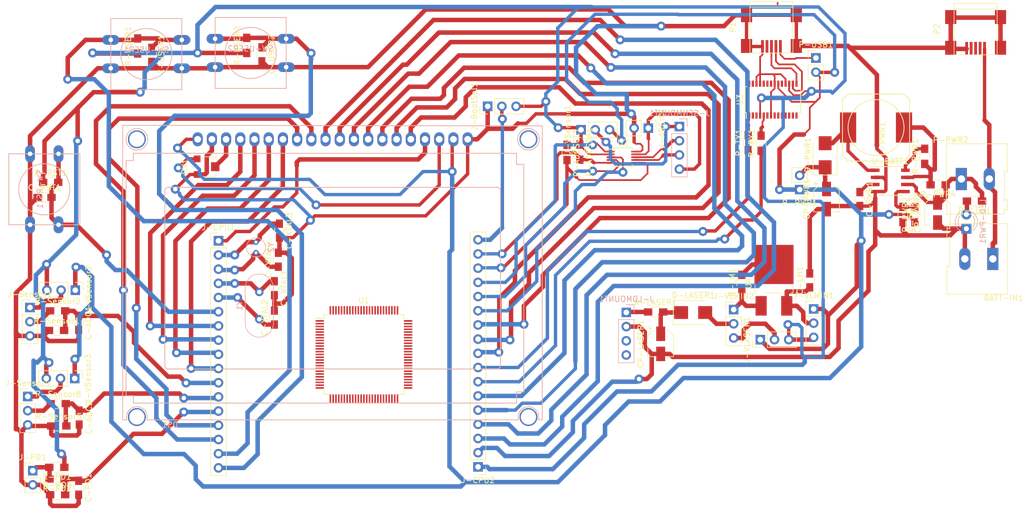
<source format=kicad_pcb>
(kicad_pcb (version 4) (host pcbnew 4.0.6)
  (layers (0 F.Cu signal) (31 B.Cu signal) (34 B.Paste user) (35 F.Paste user) (36 B.SilkS user) (37 F.SilkS user) (38 B.Mask user) (39 F.Mask user) (44 Edge.Cuts user))
  (net 0 "")
  (net 1 "Net-(BATT-IN1-Pad1)")
  (net 2 GND)
  (net 3 "Net-(C-LM1-Pad1)")
  (net 4 /ADC_2)
  (net 5 "Net-(C-PWR1-Pad1)")
  (net 6 /ADC_0)
  (net 7 /ADC_1)
  (net 8 "Net-(CP-PWR1-Pad1)")
  (net 9 "Net-(CP-PWR2-Pad1)")
  (net 10 "Net-(D-LASER1-Pad2)")
  (net 11 "Net-(D-PWR1-Pad2)")
  (net 12 "Net-(DS1-Pad3)")
  (net 13 /GLCD_0)
  (net 14 /GLCD_1)
  (net 15 /GLCD_2)
  (net 16 /GLCD_3)
  (net 17 /GLCD_4)
  (net 18 /GLCD_5)
  (net 19 /GLCD_6)
  (net 20 /GLCD_7)
  (net 21 /GLCD_CS1)
  (net 22 /GLCD_CS2)
  (net 23 /GLCD_RST)
  (net 24 /GLCD_RW)
  (net 25 /GLCD_RS)
  (net 26 /GLCD_EN)
  (net 27 "Net-(DS1-Pad18)")
  (net 28 "Net-(J-ADCIC1-Pad1)")
  (net 29 VDD)
  (net 30 /SEN-P)
  (net 31 /SEN-N)
  (net 32 "Net-(J-Sensor1-Pad1)")
  (net 33 "Net-(J-Sensor4-Pad1)")
  (net 34 VCC)
  (net 35 /VLASER)
  (net 36 /VLM)
  (net 37 "Net-(L-PWR1-Pad1)")
  (net 38 "Net-(LED-PWR1-Pad2)")
  (net 39 "Net-(P-USB1-Pad1)")
  (net 40 "Net-(P1-Pad2)")
  (net 41 "Net-(P1-Pad3)")
  (net 42 "Net-(P1-Pad4)")
  (net 43 "Net-(P2-Pad2)")
  (net 44 "Net-(P2-Pad3)")
  (net 45 "Net-(P2-Pad4)")
  (net 46 /ADC_SCL)
  (net 47 /ADC_SDA)
  (net 48 "Net-(R-LM1-Pad2)")
  (net 49 "Net-(R-PWR1-Pad2)")
  (net 50 "Net-(R-PWR2-Pad2)")
  (net 51 /USER_INPUT_1)
  (net 52 /USER_INPUT_2)
  (net 53 "Net-(U1-Pad1)")
  (net 54 "Net-(U1-Pad2)")
  (net 55 "Net-(U1-Pad3)")
  (net 56 "Net-(U1-Pad4)")
  (net 57 "Net-(U1-Pad5)")
  (net 58 "Net-(U1-Pad6)")
  (net 59 "Net-(U1-Pad21)")
  (net 60 "Net-(U1-Pad26)")
  (net 61 "Net-(U1-Pad29)")
  (net 62 "Net-(U1-Pad30)")
  (net 63 "Net-(U1-Pad31)")
  (net 64 "Net-(U1-Pad32)")
  (net 65 "Net-(U1-Pad38)")
  (net 66 "Net-(U1-Pad39)")
  (net 67 "Net-(U1-Pad40)")
  (net 68 "Net-(U1-Pad41)")
  (net 69 "Net-(U1-Pad42)")
  (net 70 "Net-(U1-Pad43)")
  (net 71 "Net-(U1-Pad44)")
  (net 72 "Net-(U1-Pad45)")
  (net 73 "Net-(U1-Pad46)")
  (net 74 "Net-(U1-Pad47)")
  (net 75 "Net-(U1-Pad48)")
  (net 76 "Net-(U1-Pad49)")
  (net 77 "Net-(U1-Pad51)")
  (net 78 "Net-(U1-Pad52)")
  (net 79 "Net-(U1-Pad53)")
  (net 80 "Net-(U1-Pad54)")
  (net 81 "Net-(U1-Pad55)")
  (net 82 "Net-(U1-Pad56)")
  (net 83 "Net-(U1-Pad57)")
  (net 84 "Net-(U1-Pad58)")
  (net 85 "Net-(U1-Pad59)")
  (net 86 "Net-(U1-Pad60)")
  (net 87 "Net-(U1-Pad61)")
  (net 88 "Net-(U1-Pad62)")
  (net 89 "Net-(U1-Pad67)")
  (net 90 /RX)
  (net 91 /TX)
  (net 92 "Net-(U1-Pad70)")
  (net 93 "Net-(U1-Pad71)")
  (net 94 "Net-(U1-Pad72)")
  (net 95 "Net-(U1-Pad73)")
  (net 96 "Net-(U1-Pad76)")
  (net 97 "Net-(U1-Pad77)")
  (net 98 "Net-(U1-Pad81)")
  (net 99 "Net-(U1-Pad82)")
  (net 100 "Net-(U1-Pad83)")
  (net 101 "Net-(U1-Pad84)")
  (net 102 "Net-(U1-Pad85)")
  (net 103 "Net-(U1-Pad86)")
  (net 104 "Net-(U1-Pad87)")
  (net 105 "Net-(U1-Pad88)")
  (net 106 /ADC_EOC)
  (net 107 "Net-(U1-Pad95)")
  (net 108 "Net-(U1-Pad96)")
  (net 109 "Net-(U1-Pad97)")
  (net 110 "Net-(U1-Pad98)")
  (net 111 "Net-(U3-Pad2)")
  (net 112 "Net-(U3-Pad3)")
  (net 113 "Net-(U3-Pad6)")
  (net 114 "Net-(U3-Pad9)")
  (net 115 "Net-(U3-Pad10)")
  (net 116 "Net-(U3-Pad11)")
  (net 117 "Net-(U3-Pad12)")
  (net 118 "Net-(U3-Pad13)")
  (net 119 "Net-(U3-Pad14)")
  (net 120 "Net-(U3-Pad19)")
  (net 121 "Net-(U3-Pad22)")
  (net 122 "Net-(U3-Pad23)")
  (net 123 "Net-(U3-Pad27)")
  (net 124 "Net-(U3-Pad28)")
  (net 125 /RST)
  (net 126 /OSC24_IN)
  (net 127 /OSC24_OUT)
  (net 128 /OSC32_IN)
  (net 129 /OSC32_OUT)
  (net 130 /BOOT)
  (net 131 /ADC_MCLK)
  (net 132 /ADC_XCLR)
  (net 133 "Net-(R-RX1-Pad2)")
  (net 134 "Net-(R-TX1-Pad2)")
  (net 135 "Net-(CP-LASER1-Pad1)")
  (net 136 "Net-(J-SENMOUNT1-Pad1)")
  (net 137 "Net-(J-SENMOUNT1-Pad2)")
  (net 138 "Net-(J-SENMOUNT1-Pad3)")
  (net 139 "Net-(J-LDMOUNT1-Pad1)")
  (net 140 /LPD-Cat)
  (net 141 /LPD_An)
  (net 142 /LPD_Cat)
  (module Pin_Headers:Pin_Header_Straight_1x04_Pitch2.54mm (layer B.Cu) (at 191.725 78.37 180)
    (fp_text reference J-SENMOUNT1 (at 0 2.39 180) (layer B.SilkS) (effects (justify mirror)))
    (fp_text value CONN_01X04)
    (pad 1 thru_hole rect (at 0 0 180) (size 1.7 1.7) (drill 1) (layers *.Cu *.Mask) (net 136 "Net-(J-SENMOUNT1-Pad1)"))
    (pad 2 thru_hole oval (at 0 -2.54 180) (size 1.7 1.7) (drill 1) (layers *.Cu *.Mask) (net 137 "Net-(J-SENMOUNT1-Pad2)"))
    (pad 3 thru_hole oval (at 0 -5.08 180) (size 1.7 1.7) (drill 1) (layers *.Cu *.Mask) (net 138 "Net-(J-SENMOUNT1-Pad3)"))
    (pad 4 thru_hole oval (at 0 -7.62 180) (size 1.7 1.7) (drill 1) (layers *.Cu *.Mask) (net 28 "Net-(J-ADCIC1-Pad1)"))
  )
  (module Displays:AG12864E (layer B.Cu) (at 105.605 80.65)
    (fp_text reference DS1 (at -4.95 51.09) (layer B.SilkS) (effects (justify mirror)))
    (fp_text value AG12864E)
    (pad 1 thru_hole oval (at 0 0) (size 1.8 2.5) (drill 1.2) (layers *.Cu *.Mask) (net 34 VCC))
    (pad 2 thru_hole oval (at 2.54 0) (size 1.8 2.5) (drill 1.2) (layers *.Cu *.Mask) (net 2 GND))
    (pad 3 thru_hole oval (at 5.08 0) (size 1.8 2.5) (drill 1.2) (layers *.Cu *.Mask) (net 12 "Net-(DS1-Pad3)"))
    (pad 4 thru_hole oval (at 7.62 0) (size 1.8 2.5) (drill 1.2) (layers *.Cu *.Mask) (net 13 /GLCD_0))
    (pad 5 thru_hole oval (at 10.16 0) (size 1.8 2.5) (drill 1.2) (layers *.Cu *.Mask) (net 14 /GLCD_1))
    (pad 6 thru_hole oval (at 12.7 0) (size 1.8 2.5) (drill 1.2) (layers *.Cu *.Mask) (net 15 /GLCD_2))
    (pad 7 thru_hole oval (at 15.24 0) (size 1.8 2.5) (drill 1.2) (layers *.Cu *.Mask) (net 16 /GLCD_3))
    (pad 8 thru_hole oval (at 17.78 0) (size 1.8 2.5) (drill 1.2) (layers *.Cu *.Mask) (net 17 /GLCD_4))
    (pad 9 thru_hole oval (at 20.32 0) (size 1.8 2.5) (drill 1.2) (layers *.Cu *.Mask) (net 18 /GLCD_5))
    (pad 10 thru_hole oval (at 22.86 0) (size 1.8 2.5) (drill 1.2) (layers *.Cu *.Mask) (net 19 /GLCD_6))
    (pad 11 thru_hole oval (at 25.4 0) (size 1.8 2.5) (drill 1.2) (layers *.Cu *.Mask) (net 20 /GLCD_7))
    (pad 12 thru_hole oval (at 27.94 0) (size 1.8 2.5) (drill 1.2) (layers *.Cu *.Mask) (net 21 /GLCD_CS1))
    (pad 13 thru_hole oval (at 30.48 0) (size 1.8 2.5) (drill 1.2) (layers *.Cu *.Mask) (net 22 /GLCD_CS2))
    (pad 14 thru_hole oval (at 33.02 0) (size 1.8 2.5) (drill 1.2) (layers *.Cu *.Mask) (net 23 /GLCD_RST))
    (pad 15 thru_hole oval (at 35.56 0) (size 1.8 2.5) (drill 1.2) (layers *.Cu *.Mask) (net 24 /GLCD_RW))
    (pad 16 thru_hole oval (at 38.1 0) (size 1.8 2.5) (drill 1.2) (layers *.Cu *.Mask) (net 25 /GLCD_RS))
    (pad 17 thru_hole oval (at 40.64 0) (size 1.8 2.5) (drill 1.2) (layers *.Cu *.Mask) (net 26 /GLCD_EN))
    (pad 18 thru_hole oval (at 43.18 0) (size 1.8 2.5) (drill 1.2) (layers *.Cu *.Mask) (net 27 "Net-(DS1-Pad18)"))
    (pad 19 thru_hole oval (at 45.72 0) (size 1.8 2.5) (drill 1.2) (layers *.Cu *.Mask) (net 34 VCC))
    (pad 20 thru_hole oval (at 48.26 0) (size 1.8 2.5) (drill 1.2) (layers *.Cu *.Mask) (net 2 GND))
    (pad 0 thru_hole circle (at -10.87 0) (size 3.2 3.2) (drill 2.7) (layers *.Cu *.Mask))
    (pad 0 thru_hole circle (at 59.13 0) (size 3.2 3.2) (drill 2.7) (layers *.Cu *.Mask))
    (pad 0 thru_hole circle (at -10.87 49.7) (size 3.2 3.2) (drill 2.7) (layers *.Cu *.Mask))
    (pad 0 thru_hole circle (at 59.13 49.7) (size 3.2 3.2) (drill 2.7) (layers *.Cu *.Mask))
  )
  (module Connectors:AK300-2 (layer F.Cu) (at 247.75 102.05 180)
    (fp_text reference BATT-IN1 (at -1.92 -6.99 180) (layer F.SilkS))
    (fp_text value CONN_01X02)
    (pad 1 thru_hole rect (at 0 0 180) (size 1.98 3.96) (drill 1.32) (layers *.Cu F.Paste F.Mask) (net 1 "Net-(BATT-IN1-Pad1)"))
    (pad 2 thru_hole oval (at 5 0 180) (size 1.98 3.96) (drill 1.32) (layers *.Cu F.Paste F.Mask) (net 2 GND))
  )
  (module Capacitors_SMD:C_0805_HandSoldering (layer F.Cu) (at 84.325 113.5 270)
    (fp_text reference C-ADC1 (at 0 -1.75 270) (layer F.SilkS))
    (fp_text value C)
    (pad 1 smd rect (at -1.25 0 270) (size 1.5 1.25) (layers F.Cu F.Paste F.Mask) (net 6 /ADC_0))
    (pad 2 smd rect (at 1.25 0 270) (size 1.5 1.25) (layers F.Cu F.Paste F.Mask) (net 2 GND))
  )
  (module Capacitors_SMD:C_0805_HandSoldering (layer F.Cu) (at 84.425 130.45 270)
    (fp_text reference C-ADC2 (at 0 -1.75 270) (layer F.SilkS))
    (fp_text value C)
    (pad 1 smd rect (at -1.25 0 270) (size 1.5 1.25) (layers F.Cu F.Paste F.Mask) (net 7 /ADC_1))
    (pad 2 smd rect (at 1.25 0 270) (size 1.5 1.25) (layers F.Cu F.Paste F.Mask) (net 2 GND))
  )
  (module Capacitors_SMD:C_0805_HandSoldering (layer F.Cu) (at 215.025 105.9 90)
    (fp_text reference C-LM1 (at 0 -1.75 90) (layer F.SilkS))
    (fp_text value 1nF)
    (pad 1 smd rect (at -1.25 0 90) (size 1.5 1.25) (layers F.Cu F.Paste F.Mask) (net 3 "Net-(C-LM1-Pad1)"))
    (pad 2 smd rect (at 1.25 0 90) (size 1.5 1.25) (layers F.Cu F.Paste F.Mask) (net 2 GND))
  )
  (module Capacitors_SMD:C_0805_HandSoldering (layer F.Cu) (at 84.325 143 270)
    (fp_text reference C-PD1 (at 0 -1.75 270) (layer F.SilkS))
    (fp_text value 1nF)
    (pad 1 smd rect (at -1.25 0 270) (size 1.5 1.25) (layers F.Cu F.Paste F.Mask) (net 4 /ADC_2))
    (pad 2 smd rect (at 1.25 0 270) (size 1.5 1.25) (layers F.Cu F.Paste F.Mask) (net 2 GND))
  )
  (module Capacitors_SMD:C_0805_HandSoldering (layer F.Cu) (at 223.975 91.35 270)
    (fp_text reference C-PWR1 (at 0 -1.75 270) (layer F.SilkS))
    (fp_text value 1nF)
    (pad 1 smd rect (at -1.25 0 270) (size 1.5 1.25) (layers F.Cu F.Paste F.Mask) (net 5 "Net-(C-PWR1-Pad1)"))
    (pad 2 smd rect (at 1.25 0 270) (size 1.5 1.25) (layers F.Cu F.Paste F.Mask) (net 2 GND))
  )
  (module Capacitors_SMD:C_0805_HandSoldering (layer F.Cu) (at 78.225 91.05)
    (fp_text reference C-RST1 (at 0 -1.75) (layer F.SilkS))
    (fp_text value C)
    (pad 1 smd rect (at -1.25 0) (size 1.5 1.25) (layers F.Cu F.Paste F.Mask) (net 2 GND))
    (pad 2 smd rect (at 1.25 0) (size 1.5 1.25) (layers F.Cu F.Paste F.Mask) (net 125 /RST))
  )
  (module Capacitors_SMD:C_0805_HandSoldering (layer F.Cu) (at 97.375 65.55 270)
    (fp_text reference C-USER1 (at 0 -1.75 270) (layer F.SilkS))
    (fp_text value C)
    (pad 1 smd rect (at -1.25 0 270) (size 1.5 1.25) (layers F.Cu F.Paste F.Mask) (net 51 /USER_INPUT_1))
    (pad 2 smd rect (at 1.25 0 270) (size 1.5 1.25) (layers F.Cu F.Paste F.Mask) (net 2 GND))
  )
  (module Capacitors_SMD:C_0805_HandSoldering (layer F.Cu) (at 117.075 65.45 270)
    (fp_text reference C-USER2 (at 0 -1.75 270) (layer F.SilkS))
    (fp_text value C)
    (pad 1 smd rect (at -1.25 0 270) (size 1.5 1.25) (layers F.Cu F.Paste F.Mask) (net 52 /USER_INPUT_2))
    (pad 2 smd rect (at 1.25 0 270) (size 1.5 1.25) (layers F.Cu F.Paste F.Mask) (net 2 GND))
  )
  (module Capacitors_SMD:C_0805_HandSoldering (layer F.Cu) (at 119.325 107.3 270)
    (fp_text reference C-XTAL1 (at 0 -1.75 270) (layer F.SilkS))
    (fp_text value C)
    (pad 1 smd rect (at -1.25 0 270) (size 1.5 1.25) (layers F.Cu F.Paste F.Mask) (net 126 /OSC24_IN))
    (pad 2 smd rect (at 1.25 0 270) (size 1.5 1.25) (layers F.Cu F.Paste F.Mask) (net 2 GND))
  )
  (module Capacitors_SMD:C_0805_HandSoldering (layer F.Cu) (at 119.325 112.55 90)
    (fp_text reference C-XTAL2 (at 0 -1.75 90) (layer F.SilkS))
    (fp_text value C)
    (pad 1 smd rect (at -1.25 0 90) (size 1.5 1.25) (layers F.Cu F.Paste F.Mask) (net 127 /OSC24_OUT))
    (pad 2 smd rect (at 1.25 0 90) (size 1.5 1.25) (layers F.Cu F.Paste F.Mask) (net 2 GND))
  )
  (module Capacitors_SMD:C_0805_HandSoldering (layer F.Cu) (at 120.225 97 270)
    (fp_text reference C-XTAL3 (at 0 -1.75 270) (layer F.SilkS))
    (fp_text value C)
    (pad 1 smd rect (at -1.25 0 270) (size 1.5 1.25) (layers F.Cu F.Paste F.Mask) (net 128 /OSC32_IN))
    (pad 2 smd rect (at 1.25 0 270) (size 1.5 1.25) (layers F.Cu F.Paste F.Mask) (net 2 GND))
  )
  (module Capacitors_SMD:C_0805_HandSoldering (layer F.Cu) (at 120.025 102.2 90)
    (fp_text reference C-XTAL4 (at 0 -1.75 90) (layer F.SilkS))
    (fp_text value C)
    (pad 1 smd rect (at -1.25 0 90) (size 1.5 1.25) (layers F.Cu F.Paste F.Mask) (net 129 /OSC32_OUT))
    (pad 2 smd rect (at 1.25 0 90) (size 1.5 1.25) (layers F.Cu F.Paste F.Mask) (net 2 GND))
  )
  (module Capacitors_SMD:CP_Elec_4x5.3 (layer F.Cu) (at 218.025 91.35 270)
    (fp_text reference CP-PWR1 (at 0 3.54 270) (layer F.SilkS))
    (fp_text value 100uF)
    (fp_text user + (at -2.77 2.01 270) (layer F.SilkS))
    (pad 1 smd rect (at -1.8 0 90) (size 2.6 1.6) (layers F.Cu F.Paste F.Mask) (net 8 "Net-(CP-PWR1-Pad1)"))
    (pad 2 smd rect (at 1.8 0 90) (size 2.6 1.6) (layers F.Cu F.Paste F.Mask) (net 2 GND))
  )
  (module Capacitors_SMD:CP_Elec_4x5.3 (layer F.Cu) (at 237.875 93.75 270)
    (fp_text reference CP-PWR2 (at 0 3.54 270) (layer F.SilkS))
    (fp_text value 10uF)
    (fp_text user + (at -2.77 2.01 270) (layer F.SilkS))
    (pad 1 smd rect (at -1.8 0 90) (size 2.6 1.6) (layers F.Cu F.Paste F.Mask) (net 9 "Net-(CP-PWR2-Pad1)"))
    (pad 2 smd rect (at 1.8 0 90) (size 2.6 1.6) (layers F.Cu F.Paste F.Mask) (net 2 GND))
  )
  (module Diodes_SMD:D_SMB_Standard (layer F.Cu) (at 194.175 111.65)
    (fp_text reference D-LASER1 (at 0.05 -3.1) (layer F.SilkS))
    (fp_text value D)
    (pad 1 smd rect (at -2.15 0) (size 2.5 2.3) (layers F.Cu F.Paste F.Mask) (net 135 "Net-(CP-LASER1-Pad1)"))
    (pad 2 smd rect (at 2.15 0) (size 2.5 2.3) (layers F.Cu F.Paste F.Mask) (net 10 "Net-(D-LASER1-Pad2)"))
  )
  (module Diodes_SMD:D_SMB_Standard (layer F.Cu) (at 217.775 83.5 90)
    (fp_text reference D-PWR1 (at 0.05 -3.1 90) (layer F.SilkS))
    (fp_text value D_Schottky)
    (pad 1 smd rect (at -2.15 0 90) (size 2.5 2.3) (layers F.Cu F.Paste F.Mask) (net 8 "Net-(CP-PWR1-Pad1)"))
    (pad 2 smd rect (at 2.15 0 90) (size 2.5 2.3) (layers F.Cu F.Paste F.Mask) (net 11 "Net-(D-PWR1-Pad2)"))
  )
  (module Pin_Headers:Pin_Header_Straight_1x02_Pitch2.54mm (layer F.Cu) (at 186.165 78.65 270)
    (fp_text reference J-ADCIC1 (at 0 -2.39 270) (layer F.SilkS))
    (fp_text value CONN_01X02)
    (pad 1 thru_hole rect (at 0 0 270) (size 1.7 1.7) (drill 1) (layers *.Cu *.Mask) (net 28 "Net-(J-ADCIC1-Pad1)"))
    (pad 2 thru_hole oval (at 0 2.54 270) (size 1.7 1.7) (drill 1) (layers *.Cu *.Mask) (net 2 GND))
  )
  (module Pin_Headers:Pin_Header_Straight_1x03_Pitch2.54mm (layer F.Cu) (at 157.445 74.75 90)
    (fp_text reference J-BootSel1 (at 0 -2.39 90) (layer F.SilkS))
    (fp_text value CONN_01X03)
    (pad 1 thru_hole rect (at 0 0 90) (size 1.7 1.7) (drill 1) (layers *.Cu *.Mask) (net 2 GND))
    (pad 2 thru_hole oval (at 0 2.54 90) (size 1.7 1.7) (drill 1) (layers *.Cu *.Mask) (net 130 /BOOT))
    (pad 3 thru_hole oval (at 0 5.08 90) (size 1.7 1.7) (drill 1) (layers *.Cu *.Mask) (net 29 VDD))
  )
  (module Pin_Headers:Pin_Header_Straight_1x02_Pitch2.54mm (layer F.Cu) (at 76.125 139.95)
    (fp_text reference J-PD1 (at 0 -2.39) (layer F.SilkS))
    (fp_text value CONN_01X02)
    (pad 1 thru_hole rect (at 0 0) (size 1.7 1.7) (drill 1) (layers *.Cu *.Mask) (net 142 /LPD_Cat))
    (pad 2 thru_hole oval (at 0 2.54) (size 1.7 1.7) (drill 1) (layers *.Cu *.Mask) (net 2 GND))
  )
  (module Pin_Headers:Pin_Header_Straight_1x03_Pitch2.54mm (layer F.Cu) (at 75.625 110.75)
    (fp_text reference J-Sensor1 (at 0 -2.39) (layer F.SilkS))
    (fp_text value CONN_01X03)
    (pad 1 thru_hole rect (at 0 0) (size 1.7 1.7) (drill 1) (layers *.Cu *.Mask) (net 32 "Net-(J-Sensor1-Pad1)"))
    (pad 2 thru_hole oval (at 0 2.54) (size 1.7 1.7) (drill 1) (layers *.Cu *.Mask) (net 30 /SEN-P))
    (pad 3 thru_hole oval (at 0 5.08) (size 1.7 1.7) (drill 1) (layers *.Cu *.Mask) (net 2 GND))
  )
  (module Pin_Headers:Pin_Header_Straight_1x03_Pitch2.54mm (layer F.Cu) (at 75.225 126.67)
    (fp_text reference J-Sensor4 (at 0 -2.39) (layer F.SilkS))
    (fp_text value CONN_01X03)
    (pad 1 thru_hole rect (at 0 0) (size 1.7 1.7) (drill 1) (layers *.Cu *.Mask) (net 33 "Net-(J-Sensor4-Pad1)"))
    (pad 2 thru_hole oval (at 0 2.54) (size 1.7 1.7) (drill 1) (layers *.Cu *.Mask) (net 31 /SEN-N))
    (pad 3 thru_hole oval (at 0 5.08) (size 1.7 1.7) (drill 1) (layers *.Cu *.Mask) (net 2 GND))
  )
  (module Pin_Headers:Pin_Header_Straight_1x03_Pitch2.54mm (layer F.Cu) (at 206.185 116.5 90)
    (fp_text reference J-VLASER1 (at 0 -2.39 90) (layer F.SilkS))
    (fp_text value CONN_01X03)
    (pad 1 thru_hole rect (at 0 0 90) (size 1.7 1.7) (drill 1) (layers *.Cu *.Mask) (net 34 VCC))
    (pad 2 thru_hole oval (at 0 2.54 90) (size 1.7 1.7) (drill 1) (layers *.Cu *.Mask) (net 35 /VLASER))
    (pad 3 thru_hole oval (at 0 5.08 90) (size 1.7 1.7) (drill 1) (layers *.Cu *.Mask) (net 29 VDD))
  )
  (module Pin_Headers:Pin_Header_Straight_1x03_Pitch2.54mm (layer F.Cu) (at 215.725 111.01)
    (fp_text reference J-VLMIN1 (at 0 -2.39) (layer F.SilkS))
    (fp_text value CONN_01X03)
    (pad 1 thru_hole rect (at 0 0) (size 1.7 1.7) (drill 1) (layers *.Cu *.Mask) (net 34 VCC))
    (pad 2 thru_hole oval (at 0 2.54) (size 1.7 1.7) (drill 1) (layers *.Cu *.Mask) (net 3 "Net-(C-LM1-Pad1)"))
    (pad 3 thru_hole oval (at 0 5.08) (size 1.7 1.7) (drill 1) (layers *.Cu *.Mask) (net 29 VDD))
  )
  (module Pin_Headers:Pin_Header_Straight_1x03_Pitch2.54mm (layer F.Cu) (at 201.425 111.12)
    (fp_text reference J-VLMIN2 (at 0 -2.39) (layer F.SilkS))
    (fp_text value CONN_01X03)
    (pad 1 thru_hole rect (at 0 0) (size 1.7 1.7) (drill 1) (layers *.Cu *.Mask) (net 36 /VLM))
    (pad 2 thru_hole oval (at 0 2.54) (size 1.7 1.7) (drill 1) (layers *.Cu *.Mask) (net 10 "Net-(D-LASER1-Pad2)"))
    (pad 3 thru_hole oval (at 0 5.08) (size 1.7 1.7) (drill 1) (layers *.Cu *.Mask) (net 35 /VLASER))
  )
  (module Pin_Headers:Pin_Header_Straight_1x03_Pitch2.54mm (layer F.Cu) (at 174.145 78.95 90)
    (fp_text reference J-VSensor1 (at 0 -2.39 90) (layer F.SilkS))
    (fp_text value CONN_01X03)
    (pad 1 thru_hole rect (at 0 0 90) (size 1.7 1.7) (drill 1) (layers *.Cu *.Mask) (net 29 VDD))
    (pad 2 thru_hole oval (at 0 2.54 90) (size 1.7 1.7) (drill 1) (layers *.Cu *.Mask) (net 136 "Net-(J-SENMOUNT1-Pad1)"))
    (pad 3 thru_hole oval (at 0 5.08 90) (size 1.7 1.7) (drill 1) (layers *.Cu *.Mask) (net 34 VCC))
  )
  (module Pin_Headers:Pin_Header_Straight_1x03_Pitch2.54mm (layer F.Cu) (at 83.725 107.65 270)
    (fp_text reference J-VSensor2 (at 0 -2.39 270) (layer F.SilkS))
    (fp_text value CONN_01X03)
    (pad 1 thru_hole rect (at 0 0 270) (size 1.7 1.7) (drill 1) (layers *.Cu *.Mask) (net 34 VCC))
    (pad 2 thru_hole oval (at 0 2.54 270) (size 1.7 1.7) (drill 1) (layers *.Cu *.Mask) (net 32 "Net-(J-Sensor1-Pad1)"))
    (pad 3 thru_hole oval (at 0 5.08 270) (size 1.7 1.7) (drill 1) (layers *.Cu *.Mask) (net 29 VDD))
  )
  (module Pin_Headers:Pin_Header_Straight_1x03_Pitch2.54mm (layer F.Cu) (at 83.625 123.45 270)
    (fp_text reference J-VSensor3 (at 0 -2.39 270) (layer F.SilkS))
    (fp_text value CONN_01X03)
    (pad 1 thru_hole rect (at 0 0 270) (size 1.7 1.7) (drill 1) (layers *.Cu *.Mask) (net 34 VCC))
    (pad 2 thru_hole oval (at 0 2.54 270) (size 1.7 1.7) (drill 1) (layers *.Cu *.Mask) (net 33 "Net-(J-Sensor4-Pad1)"))
    (pad 3 thru_hole oval (at 0 5.08 270) (size 1.7 1.7) (drill 1) (layers *.Cu *.Mask) (net 29 VDD))
  )
  (module Inductors:SELF-WE-PD-XXL (layer F.Cu) (at 226.87374 78.55 180)
    (fp_text reference L-PWR1 (at -1.14874 -2 270) (layer F.SilkS))
    (fp_text value 100uH)
    (fp_text user "" (at 0 0 180) (layer F.SilkS))
    (fp_text user "" (at 0 0 180) (layer F.SilkS))
    (pad 1 smd rect (at -5.00126 0 180) (size 2.90068 5.40004) (layers F.Cu F.Paste F.Mask) (net 37 "Net-(L-PWR1-Pad1)"))
    (pad 2 smd rect (at 5.00126 0 180) (size 2.90068 5.40004) (layers F.Cu F.Paste F.Mask) (net 11 "Net-(D-PWR1-Pad2)"))
  )
  (module Pin_Headers:Pin_Header_Straight_1x02_Pitch2.54mm (layer F.Cu) (at 213.225 89.65 180)
    (fp_text reference P-PWR1 (at 0 -2.39 180) (layer F.SilkS))
    (fp_text value CONN_01X02)
    (pad 1 thru_hole rect (at 0 0 180) (size 1.7 1.7) (drill 1) (layers *.Cu *.Mask) (net 34 VCC))
    (pad 2 thru_hole oval (at 0 2.54 180) (size 1.7 1.7) (drill 1) (layers *.Cu *.Mask) (net 8 "Net-(CP-PWR1-Pad1)"))
  )
  (module Pin_Headers:Pin_Header_Straight_1x02_Pitch2.54mm (layer F.Cu) (at 216.125 66.1)
    (fp_text reference P-USB1 (at 0 -2.39) (layer F.SilkS))
    (fp_text value CONN_01X02)
    (pad 1 thru_hole rect (at 0 0) (size 1.7 1.7) (drill 1) (layers *.Cu *.Mask) (net 39 "Net-(P-USB1-Pad1)"))
    (pad 2 thru_hole oval (at 0 2.54) (size 1.7 1.7) (drill 1) (layers *.Cu *.Mask) (net 34 VCC))
  )
  (module Connectors:USB_Mini-B (layer F.Cu) (at 208.175 61.25 270)
    (fp_text reference P1 (at -0.65 6.9 270) (layer F.SilkS))
    (fp_text value USB_OTG)
    (pad 1 smd rect (at 2.8 -1.6 270) (size 2.3 0.5) (layers F.Cu F.Paste F.Mask) (net 39 "Net-(P-USB1-Pad1)"))
    (pad 2 smd rect (at 2.8 -0.8 270) (size 2.3 0.5) (layers F.Cu F.Paste F.Mask) (net 40 "Net-(P1-Pad2)"))
    (pad 3 smd rect (at 2.8 0 270) (size 2.3 0.5) (layers F.Cu F.Paste F.Mask) (net 41 "Net-(P1-Pad3)"))
    (pad 4 smd rect (at 2.8 0.8 270) (size 2.3 0.5) (layers F.Cu F.Paste F.Mask) (net 42 "Net-(P1-Pad4)"))
    (pad 5 smd rect (at 2.8 1.6 270) (size 2.3 0.5) (layers F.Cu F.Paste F.Mask) (net 2 GND))
    (pad 6 smd rect (at 2.7 -4.45 270) (size 2.5 2) (layers F.Cu F.Paste F.Mask) (net 2 GND))
    (pad 6 smd rect (at -2.8 -4.45 270) (size 2.5 2) (layers F.Cu F.Paste F.Mask) (net 2 GND))
    (pad 6 smd rect (at 2.7 4.45 270) (size 2.5 2) (layers F.Cu F.Paste F.Mask) (net 2 GND))
    (pad 6 smd rect (at -2.8 4.45 270) (size 2.5 2) (layers F.Cu F.Paste F.Mask) (net 2 GND))
    (pad "" np_thru_hole circle (at 0.2 -2.2 270) (size 0.9 0.9) (drill 0.9) (layers *.Cu *.Mask))
    (pad "" np_thru_hole circle (at 0.2 2.2 270) (size 0.9 0.9) (drill 0.9) (layers *.Cu *.Mask))
  )
  (module Connectors:USB_Mini-B (layer F.Cu) (at 244.675 61.575 270)
    (fp_text reference P2 (at -0.65 6.9 270) (layer F.SilkS))
    (fp_text value USB_OTG)
    (pad 1 smd rect (at 2.8 -1.6 270) (size 2.3 0.5) (layers F.Cu F.Paste F.Mask) (net 1 "Net-(BATT-IN1-Pad1)"))
    (pad 2 smd rect (at 2.8 -0.8 270) (size 2.3 0.5) (layers F.Cu F.Paste F.Mask) (net 43 "Net-(P2-Pad2)"))
    (pad 3 smd rect (at 2.8 0 270) (size 2.3 0.5) (layers F.Cu F.Paste F.Mask) (net 44 "Net-(P2-Pad3)"))
    (pad 4 smd rect (at 2.8 0.8 270) (size 2.3 0.5) (layers F.Cu F.Paste F.Mask) (net 45 "Net-(P2-Pad4)"))
    (pad 5 smd rect (at 2.8 1.6 270) (size 2.3 0.5) (layers F.Cu F.Paste F.Mask) (net 2 GND))
    (pad 6 smd rect (at 2.7 -4.45 270) (size 2.5 2) (layers F.Cu F.Paste F.Mask) (net 2 GND))
    (pad 6 smd rect (at -2.8 -4.45 270) (size 2.5 2) (layers F.Cu F.Paste F.Mask) (net 2 GND))
    (pad 6 smd rect (at 2.7 4.45 270) (size 2.5 2) (layers F.Cu F.Paste F.Mask) (net 2 GND))
    (pad 6 smd rect (at -2.8 4.45 270) (size 2.5 2) (layers F.Cu F.Paste F.Mask) (net 2 GND))
    (pad "" np_thru_hole circle (at 0.2 -2.2 270) (size 0.9 0.9) (drill 0.9) (layers *.Cu *.Mask))
    (pad "" np_thru_hole circle (at 0.2 2.2 270) (size 0.9 0.9) (drill 0.9) (layers *.Cu *.Mask))
  )
  (module Resistors_SMD:R_0805_HandSoldering (layer F.Cu) (at 171.625 83 270)
    (fp_text reference R-ADCSCL1 (at 0 -1.7 270) (layer F.SilkS))
    (fp_text value 4k7)
    (pad 1 smd rect (at -1.35 0 270) (size 1.5 1.3) (layers F.Cu F.Paste F.Mask) (net 29 VDD))
    (pad 2 smd rect (at 1.35 0 270) (size 1.5 1.3) (layers F.Cu F.Paste F.Mask) (net 46 /ADC_SCL))
  )
  (module Resistors_SMD:R_0805_HandSoldering (layer F.Cu) (at 173.925 82.95 270)
    (fp_text reference R-ADCSDA1 (at 0 -1.7 270) (layer F.SilkS))
    (fp_text value 4k7)
    (pad 1 smd rect (at -1.35 0 270) (size 1.5 1.3) (layers F.Cu F.Paste F.Mask) (net 29 VDD))
    (pad 2 smd rect (at 1.35 0 270) (size 1.5 1.3) (layers F.Cu F.Paste F.Mask) (net 47 /ADC_SDA))
  )
  (module Resistors_SMD:R_0805_HandSoldering (layer F.Cu) (at 187.475 111.55)
    (fp_text reference R-LASER1 (at 0 -1.7) (layer F.SilkS))
    (fp_text value R)
    (pad 1 smd rect (at -1.35 0) (size 1.5 1.3) (layers F.Cu F.Paste F.Mask) (net 139 "Net-(J-LDMOUNT1-Pad1)"))
    (pad 2 smd rect (at 1.35 0) (size 1.5 1.3) (layers F.Cu F.Paste F.Mask) (net 135 "Net-(CP-LASER1-Pad1)"))
  )
  (module Resistors_SMD:R_0805_HandSoldering (layer F.Cu) (at 244.475 91.7 180)
    (fp_text reference R-LED1 (at 0 -1.7 180) (layer F.SilkS))
    (fp_text value 330)
    (pad 1 smd rect (at -1.35 0 180) (size 1.5 1.3) (layers F.Cu F.Paste F.Mask) (net 9 "Net-(CP-PWR2-Pad1)"))
    (pad 2 smd rect (at 1.35 0 180) (size 1.5 1.3) (layers F.Cu F.Paste F.Mask) (net 38 "Net-(LED-PWR1-Pad2)"))
  )
  (module Resistors_SMD:R_0805_HandSoldering (layer F.Cu) (at 202.875 106.25 90)
    (fp_text reference R-LM1 (at 0 -1.7 90) (layer F.SilkS))
    (fp_text value R)
    (pad 1 smd rect (at -1.35 0 90) (size 1.5 1.3) (layers F.Cu F.Paste F.Mask) (net 36 /VLM))
    (pad 2 smd rect (at 1.35 0 90) (size 1.5 1.3) (layers F.Cu F.Paste F.Mask) (net 48 "Net-(R-LM1-Pad2)"))
  )
  (module Resistors_SMD:R_0805_HandSoldering (layer F.Cu) (at 80.425 139.35 180)
    (fp_text reference R-PD1 (at 0 -1.7 180) (layer F.SilkS))
    (fp_text value 4k7)
    (pad 1 smd rect (at -1.35 0 180) (size 1.5 1.3) (layers F.Cu F.Paste F.Mask) (net 29 VDD))
    (pad 2 smd rect (at 1.35 0 180) (size 1.5 1.3) (layers F.Cu F.Paste F.Mask) (net 142 /LPD_Cat))
  )
  (module Resistors_SMD:R_0805_HandSoldering (layer F.Cu) (at 80.475 141.45 180)
    (fp_text reference R-PD2 (at 0 -1.7 180) (layer F.SilkS))
    (fp_text value 1k)
    (pad 1 smd rect (at -1.35 0 180) (size 1.5 1.3) (layers F.Cu F.Paste F.Mask) (net 4 /ADC_2))
    (pad 2 smd rect (at 1.35 0 180) (size 1.5 1.3) (layers F.Cu F.Paste F.Mask) (net 142 /LPD_Cat))
  )
  (module Resistors_SMD:R_0805_HandSoldering (layer F.Cu) (at 80.575 144.25)
    (fp_text reference R-PD3 (at 0 -1.7) (layer F.SilkS))
    (fp_text value 10k)
    (pad 1 smd rect (at -1.35 0) (size 1.5 1.3) (layers F.Cu F.Paste F.Mask) (net 2 GND))
    (pad 2 smd rect (at 1.35 0) (size 1.5 1.3) (layers F.Cu F.Paste F.Mask) (net 4 /ADC_2))
  )
  (module Resistors_SMD:R_0805_HandSoldering (layer F.Cu) (at 235.575 83.7 90)
    (fp_text reference R-PWR1 (at 0 -1.7 90) (layer F.SilkS))
    (fp_text value 180)
    (pad 1 smd rect (at -1.35 0 90) (size 1.5 1.3) (layers F.Cu F.Paste F.Mask) (net 37 "Net-(L-PWR1-Pad1)"))
    (pad 2 smd rect (at 1.35 0 90) (size 1.5 1.3) (layers F.Cu F.Paste F.Mask) (net 49 "Net-(R-PWR1-Pad2)"))
  )
  (module Resistors_SMD:R_0805_HandSoldering (layer F.Cu) (at 233.825 94.15 90)
    (fp_text reference R-PWR2 (at 0 -1.7 90) (layer F.SilkS))
    (fp_text value 12K)
    (pad 1 smd rect (at -1.35 0 90) (size 1.5 1.3) (layers F.Cu F.Paste F.Mask) (net 34 VCC))
    (pad 2 smd rect (at 1.35 0 90) (size 1.5 1.3) (layers F.Cu F.Paste F.Mask) (net 50 "Net-(R-PWR2-Pad2)"))
  )
  (module Resistors_SMD:R_0805_HandSoldering (layer F.Cu) (at 231.675 94.1 270)
    (fp_text reference R-PWR3 (at 0 -1.7 270) (layer F.SilkS))
    (fp_text value 3K9)
    (pad 1 smd rect (at -1.35 0 270) (size 1.5 1.3) (layers F.Cu F.Paste F.Mask) (net 50 "Net-(R-PWR2-Pad2)"))
    (pad 2 smd rect (at 1.35 0 270) (size 1.5 1.3) (layers F.Cu F.Paste F.Mask) (net 2 GND))
  )
  (module Resistors_SMD:R_0805_HandSoldering (layer F.Cu) (at 237.975 88.8 180)
    (fp_text reference R-PWR4 (at 0 -1.7 180) (layer F.SilkS))
    (fp_text value 180)
    (pad 1 smd rect (at -1.35 0 180) (size 1.5 1.3) (layers F.Cu F.Paste F.Mask) (net 9 "Net-(CP-PWR2-Pad1)"))
    (pad 2 smd rect (at 1.35 0 180) (size 1.5 1.3) (layers F.Cu F.Paste F.Mask) (net 37 "Net-(L-PWR1-Pad1)"))
  )
  (module Resistors_SMD:R_0805_HandSoldering (layer F.Cu) (at 79.325 88.35)
    (fp_text reference R-RST1 (at 0 -1.7) (layer F.SilkS))
    (fp_text value R)
    (pad 1 smd rect (at -1.35 0) (size 1.5 1.3) (layers F.Cu F.Paste F.Mask) (net 29 VDD))
    (pad 2 smd rect (at 1.35 0) (size 1.5 1.3) (layers F.Cu F.Paste F.Mask) (net 125 /RST))
  )
  (module Resistors_SMD:R_0805_HandSoldering (layer F.Cu) (at 80.375 114.85)
    (fp_text reference R-Sensor1 (at 0 -1.7) (layer F.SilkS))
    (fp_text value 10K)
    (pad 1 smd rect (at -1.35 0) (size 1.5 1.3) (layers F.Cu F.Paste F.Mask) (net 2 GND))
    (pad 2 smd rect (at 1.35 0) (size 1.5 1.3) (layers F.Cu F.Paste F.Mask) (net 6 /ADC_0))
  )
  (module Resistors_SMD:R_0805_HandSoldering (layer F.Cu) (at 80.575 111.35)
    (fp_text reference R-Sensor2 (at 0 -1.7) (layer F.SilkS))
    (fp_text value 1K)
    (pad 1 smd rect (at -1.35 0) (size 1.5 1.3) (layers F.Cu F.Paste F.Mask) (net 30 /SEN-P))
    (pad 2 smd rect (at 1.35 0) (size 1.5 1.3) (layers F.Cu F.Paste F.Mask) (net 6 /ADC_0))
  )
  (module Resistors_SMD:R_0805_HandSoldering (layer F.Cu) (at 80.775 131.95)
    (fp_text reference R-Sensor5 (at 0 -1.7) (layer F.SilkS))
    (fp_text value 10K)
    (pad 1 smd rect (at -1.35 0) (size 1.5 1.3) (layers F.Cu F.Paste F.Mask) (net 2 GND))
    (pad 2 smd rect (at 1.35 0) (size 1.5 1.3) (layers F.Cu F.Paste F.Mask) (net 7 /ADC_1))
  )
  (module Resistors_SMD:R_0805_HandSoldering (layer F.Cu) (at 80.675 127.95)
    (fp_text reference R-Sensor8 (at 0 -1.7) (layer F.SilkS))
    (fp_text value 1K)
    (pad 1 smd rect (at -1.35 0) (size 1.5 1.3) (layers F.Cu F.Paste F.Mask) (net 31 /SEN-N))
    (pad 2 smd rect (at 1.35 0) (size 1.5 1.3) (layers F.Cu F.Paste F.Mask) (net 7 /ADC_1))
  )
  (module Resistors_SMD:R_0805_HandSoldering (layer F.Cu) (at 94.875 63.95 90)
    (fp_text reference R-USER1 (at 0 -1.7 90) (layer F.SilkS))
    (fp_text value 4k7)
    (pad 1 smd rect (at -1.35 0 90) (size 1.5 1.3) (layers F.Cu F.Paste F.Mask) (net 29 VDD))
    (pad 2 smd rect (at 1.35 0 90) (size 1.5 1.3) (layers F.Cu F.Paste F.Mask) (net 51 /USER_INPUT_1))
  )
  (module Resistors_SMD:R_0805_HandSoldering (layer F.Cu) (at 114.375 63.85 90)
    (fp_text reference R-USER2 (at 0 -1.7 90) (layer F.SilkS))
    (fp_text value 4k7)
    (pad 1 smd rect (at -1.35 0 90) (size 1.5 1.3) (layers F.Cu F.Paste F.Mask) (net 29 VDD))
    (pad 2 smd rect (at 1.35 0 90) (size 1.5 1.3) (layers F.Cu F.Paste F.Mask) (net 52 /USER_INPUT_2))
  )
  (module Potentiometers:Potentiometer_Trimmer-EVM3E (layer F.Cu) (at 107.125 85.55 270)
    (fp_text reference RV1 (at 0 3.83 270) (layer F.SilkS))
    (fp_text value POT)
    (pad 1 smd rect (at -1.4 1.62 270) (size 1.2 1.2) (layers F.Cu F.Paste F.Mask) (net 27 "Net-(DS1-Pad18)"))
    (pad 3 smd rect (at 1.4 1.62 270) (size 1.2 1.2) (layers F.Cu F.Paste F.Mask) (net 2 GND))
    (pad 2 smd rect (at 0 -1.62 270) (size 1.6 1.5) (layers F.Cu F.Paste F.Mask) (net 12 "Net-(DS1-Pad3)"))
  )
  (module Buttons_Switches_THT:SW_PUSH-12mm (layer B.Cu) (at 78.185 89.6 270)
    (fp_text reference SW-RST1 (at 0 0.762 270) (layer B.SilkS) (effects (justify mirror)))
    (fp_text value SW_Push)
    (pad 1 thru_hole oval (at 6.35 2.54 270) (size 3.048 1.7272) (drill 0.8128) (layers *.Cu *.Mask) (net 2 GND))
    (pad 2 thru_hole oval (at 6.35 -2.54 270) (size 3.048 1.7272) (drill 0.8128) (layers *.Cu *.Mask) (net 125 /RST))
    (pad 1 thru_hole oval (at -6.35 2.54 270) (size 3.048 1.7272) (drill 0.8128) (layers *.Cu *.Mask) (net 2 GND))
    (pad 2 thru_hole oval (at -6.35 -2.54 270) (size 3.048 1.7272) (drill 0.8128) (layers *.Cu *.Mask) (net 125 /RST))
  )
  (module Buttons_Switches_THT:SW_PUSH-12mm (layer B.Cu) (at 96.42 65.405 180)
    (fp_text reference SW-USER1 (at 0 0.762 180) (layer B.SilkS) (effects (justify mirror)))
    (fp_text value SW_Push)
    (pad 1 thru_hole oval (at 6.35 2.54 180) (size 3.048 1.7272) (drill 0.8128) (layers *.Cu *.Mask) (net 51 /USER_INPUT_1))
    (pad 2 thru_hole oval (at 6.35 -2.54 180) (size 3.048 1.7272) (drill 0.8128) (layers *.Cu *.Mask) (net 2 GND))
    (pad 1 thru_hole oval (at -6.35 2.54 180) (size 3.048 1.7272) (drill 0.8128) (layers *.Cu *.Mask) (net 51 /USER_INPUT_1))
    (pad 2 thru_hole oval (at -6.35 -2.54 180) (size 3.048 1.7272) (drill 0.8128) (layers *.Cu *.Mask) (net 2 GND))
  )
  (module Buttons_Switches_THT:SW_PUSH-12mm (layer B.Cu) (at 115.075 65.2 180)
    (fp_text reference SW-USER2 (at 0 0.762 180) (layer B.SilkS) (effects (justify mirror)))
    (fp_text value SW_Push)
    (pad 1 thru_hole oval (at 6.35 2.54 180) (size 3.048 1.7272) (drill 0.8128) (layers *.Cu *.Mask) (net 52 /USER_INPUT_2))
    (pad 2 thru_hole oval (at 6.35 -2.54 180) (size 3.048 1.7272) (drill 0.8128) (layers *.Cu *.Mask) (net 2 GND))
    (pad 1 thru_hole oval (at -6.35 2.54 180) (size 3.048 1.7272) (drill 0.8128) (layers *.Cu *.Mask) (net 52 /USER_INPUT_2))
    (pad 2 thru_hole oval (at -6.35 -2.54 180) (size 3.048 1.7272) (drill 0.8128) (layers *.Cu *.Mask) (net 2 GND))
  )
  (module Housings_SOIC:SOIC-8_3.9x4.9mm_Pitch1.27mm (layer F.Cu) (at 229.425 88.1)
    (fp_text reference U-BATT1 (at 0 -3.5) (layer F.SilkS))
    (fp_text value MC33063/MC34063D_SO08)
    (pad 1 smd rect (at -2.7 -1.905) (size 1.55 0.6) (layers F.Cu F.Paste F.Mask) (net 11 "Net-(D-PWR1-Pad2)"))
    (pad 2 smd rect (at -2.7 -0.635) (size 1.55 0.6) (layers F.Cu F.Paste F.Mask) (net 2 GND))
    (pad 3 smd rect (at -2.7 0.635) (size 1.55 0.6) (layers F.Cu F.Paste F.Mask) (net 5 "Net-(C-PWR1-Pad1)"))
    (pad 4 smd rect (at -2.7 1.905) (size 1.55 0.6) (layers F.Cu F.Paste F.Mask) (net 2 GND))
    (pad 5 smd rect (at 2.7 1.905) (size 1.55 0.6) (layers F.Cu F.Paste F.Mask) (net 50 "Net-(R-PWR2-Pad2)"))
    (pad 6 smd rect (at 2.7 0.635) (size 1.55 0.6) (layers F.Cu F.Paste F.Mask) (net 9 "Net-(CP-PWR2-Pad1)"))
    (pad 7 smd rect (at 2.7 -0.635) (size 1.55 0.6) (layers F.Cu F.Paste F.Mask) (net 37 "Net-(L-PWR1-Pad1)"))
    (pad 8 smd rect (at 2.7 -1.905) (size 1.55 0.6) (layers F.Cu F.Paste F.Mask) (net 49 "Net-(R-PWR1-Pad2)"))
  )
  (module Housings_QFP:LQFP-100_14x14mm_Pitch0.5mm (layer F.Cu) (at 135.325 119.15)
    (fp_text reference U1 (at 0 -9.65) (layer F.SilkS))
    (fp_text value STM32F407VGTx)
    (pad 1 smd rect (at -7.9 -6) (size 1.5 0.28) (layers F.Cu F.Paste F.Mask) (net 53 "Net-(U1-Pad1)"))
    (pad 2 smd rect (at -7.9 -5.5) (size 1.5 0.28) (layers F.Cu F.Paste F.Mask) (net 54 "Net-(U1-Pad2)"))
    (pad 3 smd rect (at -7.9 -5) (size 1.5 0.28) (layers F.Cu F.Paste F.Mask) (net 55 "Net-(U1-Pad3)"))
    (pad 4 smd rect (at -7.9 -4.5) (size 1.5 0.28) (layers F.Cu F.Paste F.Mask) (net 56 "Net-(U1-Pad4)"))
    (pad 5 smd rect (at -7.9 -4) (size 1.5 0.28) (layers F.Cu F.Paste F.Mask) (net 57 "Net-(U1-Pad5)"))
    (pad 6 smd rect (at -7.9 -3.5) (size 1.5 0.28) (layers F.Cu F.Paste F.Mask) (net 58 "Net-(U1-Pad6)"))
    (pad 7 smd rect (at -7.9 -3) (size 1.5 0.28) (layers F.Cu F.Paste F.Mask) (net 26 /GLCD_EN))
    (pad 8 smd rect (at -7.9 -2.5) (size 1.5 0.28) (layers F.Cu F.Paste F.Mask) (net 128 /OSC32_IN))
    (pad 9 smd rect (at -7.9 -2) (size 1.5 0.28) (layers F.Cu F.Paste F.Mask) (net 129 /OSC32_OUT))
    (pad 10 smd rect (at -7.9 -1.5) (size 1.5 0.28) (layers F.Cu F.Paste F.Mask) (net 2 GND))
    (pad 11 smd rect (at -7.9 -1) (size 1.5 0.28) (layers F.Cu F.Paste F.Mask) (net 29 VDD))
    (pad 12 smd rect (at -7.9 -0.5) (size 1.5 0.28) (layers F.Cu F.Paste F.Mask) (net 126 /OSC24_IN))
    (pad 13 smd rect (at -7.9 0) (size 1.5 0.28) (layers F.Cu F.Paste F.Mask) (net 127 /OSC24_OUT))
    (pad 14 smd rect (at -7.9 0.5) (size 1.5 0.28) (layers F.Cu F.Paste F.Mask) (net 125 /RST))
    (pad 15 smd rect (at -7.9 1) (size 1.5 0.28) (layers F.Cu F.Paste F.Mask) (net 13 /GLCD_0))
    (pad 16 smd rect (at -7.9 1.5) (size 1.5 0.28) (layers F.Cu F.Paste F.Mask) (net 14 /GLCD_1))
    (pad 17 smd rect (at -7.9 2) (size 1.5 0.28) (layers F.Cu F.Paste F.Mask) (net 15 /GLCD_2))
    (pad 18 smd rect (at -7.9 2.5) (size 1.5 0.28) (layers F.Cu F.Paste F.Mask) (net 16 /GLCD_3))
    (pad 19 smd rect (at -7.9 3) (size 1.5 0.28) (layers F.Cu F.Paste F.Mask) (net 29 VDD))
    (pad 20 smd rect (at -7.9 3.5) (size 1.5 0.28) (layers F.Cu F.Paste F.Mask) (net 2 GND))
    (pad 21 smd rect (at -7.9 4) (size 1.5 0.28) (layers F.Cu F.Paste F.Mask) (net 59 "Net-(U1-Pad21)"))
    (pad 22 smd rect (at -7.9 4.5) (size 1.5 0.28) (layers F.Cu F.Paste F.Mask) (net 29 VDD))
    (pad 23 smd rect (at -7.9 5) (size 1.5 0.28) (layers F.Cu F.Paste F.Mask) (net 6 /ADC_0))
    (pad 24 smd rect (at -7.9 5.5) (size 1.5 0.28) (layers F.Cu F.Paste F.Mask) (net 7 /ADC_1))
    (pad 25 smd rect (at -7.9 6) (size 1.5 0.28) (layers F.Cu F.Paste F.Mask) (net 4 /ADC_2))
    (pad 26 smd rect (at -6 7.9 90) (size 1.5 0.28) (layers F.Cu F.Paste F.Mask) (net 60 "Net-(U1-Pad26)"))
    (pad 27 smd rect (at -5.5 7.9 90) (size 1.5 0.28) (layers F.Cu F.Paste F.Mask) (net 2 GND))
    (pad 28 smd rect (at -5 7.9 90) (size 1.5 0.28) (layers F.Cu F.Paste F.Mask) (net 29 VDD))
    (pad 29 smd rect (at -4.5 7.9 90) (size 1.5 0.28) (layers F.Cu F.Paste F.Mask) (net 61 "Net-(U1-Pad29)"))
    (pad 30 smd rect (at -4 7.9 90) (size 1.5 0.28) (layers F.Cu F.Paste F.Mask) (net 62 "Net-(U1-Pad30)"))
    (pad 31 smd rect (at -3.5 7.9 90) (size 1.5 0.28) (layers F.Cu F.Paste F.Mask) (net 63 "Net-(U1-Pad31)"))
    (pad 32 smd rect (at -3 7.9 90) (size 1.5 0.28) (layers F.Cu F.Paste F.Mask) (net 64 "Net-(U1-Pad32)"))
    (pad 33 smd rect (at -2.5 7.9 90) (size 1.5 0.28) (layers F.Cu F.Paste F.Mask) (net 17 /GLCD_4))
    (pad 34 smd rect (at -2 7.9 90) (size 1.5 0.28) (layers F.Cu F.Paste F.Mask) (net 18 /GLCD_5))
    (pad 35 smd rect (at -1.5 7.9 90) (size 1.5 0.28) (layers F.Cu F.Paste F.Mask) (net 51 /USER_INPUT_1))
    (pad 36 smd rect (at -1 7.9 90) (size 1.5 0.28) (layers F.Cu F.Paste F.Mask) (net 52 /USER_INPUT_2))
    (pad 37 smd rect (at -0.5 7.9 90) (size 1.5 0.28) (layers F.Cu F.Paste F.Mask) (net 2 GND))
    (pad 38 smd rect (at 0 7.9 90) (size 1.5 0.28) (layers F.Cu F.Paste F.Mask) (net 65 "Net-(U1-Pad38)"))
    (pad 39 smd rect (at 0.5 7.9 90) (size 1.5 0.28) (layers F.Cu F.Paste F.Mask) (net 66 "Net-(U1-Pad39)"))
    (pad 40 smd rect (at 1 7.9 90) (size 1.5 0.28) (layers F.Cu F.Paste F.Mask) (net 67 "Net-(U1-Pad40)"))
    (pad 41 smd rect (at 1.5 7.9 90) (size 1.5 0.28) (layers F.Cu F.Paste F.Mask) (net 68 "Net-(U1-Pad41)"))
    (pad 42 smd rect (at 2 7.9 90) (size 1.5 0.28) (layers F.Cu F.Paste F.Mask) (net 69 "Net-(U1-Pad42)"))
    (pad 43 smd rect (at 2.5 7.9 90) (size 1.5 0.28) (layers F.Cu F.Paste F.Mask) (net 70 "Net-(U1-Pad43)"))
    (pad 44 smd rect (at 3 7.9 90) (size 1.5 0.28) (layers F.Cu F.Paste F.Mask) (net 71 "Net-(U1-Pad44)"))
    (pad 45 smd rect (at 3.5 7.9 90) (size 1.5 0.28) (layers F.Cu F.Paste F.Mask) (net 72 "Net-(U1-Pad45)"))
    (pad 46 smd rect (at 4 7.9 90) (size 1.5 0.28) (layers F.Cu F.Paste F.Mask) (net 73 "Net-(U1-Pad46)"))
    (pad 47 smd rect (at 4.5 7.9 90) (size 1.5 0.28) (layers F.Cu F.Paste F.Mask) (net 74 "Net-(U1-Pad47)"))
    (pad 48 smd rect (at 5 7.9 90) (size 1.5 0.28) (layers F.Cu F.Paste F.Mask) (net 75 "Net-(U1-Pad48)"))
    (pad 49 smd rect (at 5.5 7.9 90) (size 1.5 0.28) (layers F.Cu F.Paste F.Mask) (net 76 "Net-(U1-Pad49)"))
    (pad 50 smd rect (at 6 7.9 90) (size 1.5 0.28) (layers F.Cu F.Paste F.Mask) (net 29 VDD))
    (pad 51 smd rect (at 7.9 6) (size 1.5 0.28) (layers F.Cu F.Paste F.Mask) (net 77 "Net-(U1-Pad51)"))
    (pad 52 smd rect (at 7.9 5.5) (size 1.5 0.28) (layers F.Cu F.Paste F.Mask) (net 78 "Net-(U1-Pad52)"))
    (pad 53 smd rect (at 7.9 5) (size 1.5 0.28) (layers F.Cu F.Paste F.Mask) (net 79 "Net-(U1-Pad53)"))
    (pad 54 smd rect (at 7.9 4.5) (size 1.5 0.28) (layers F.Cu F.Paste F.Mask) (net 80 "Net-(U1-Pad54)"))
    (pad 55 smd rect (at 7.9 4) (size 1.5 0.28) (layers F.Cu F.Paste F.Mask) (net 81 "Net-(U1-Pad55)"))
    (pad 56 smd rect (at 7.9 3.5) (size 1.5 0.28) (layers F.Cu F.Paste F.Mask) (net 82 "Net-(U1-Pad56)"))
    (pad 57 smd rect (at 7.9 3) (size 1.5 0.28) (layers F.Cu F.Paste F.Mask) (net 83 "Net-(U1-Pad57)"))
    (pad 58 smd rect (at 7.9 2.5) (size 1.5 0.28) (layers F.Cu F.Paste F.Mask) (net 84 "Net-(U1-Pad58)"))
    (pad 59 smd rect (at 7.9 2) (size 1.5 0.28) (layers F.Cu F.Paste F.Mask) (net 85 "Net-(U1-Pad59)"))
    (pad 60 smd rect (at 7.9 1.5) (size 1.5 0.28) (layers F.Cu F.Paste F.Mask) (net 86 "Net-(U1-Pad60)"))
    (pad 61 smd rect (at 7.9 1) (size 1.5 0.28) (layers F.Cu F.Paste F.Mask) (net 87 "Net-(U1-Pad61)"))
    (pad 62 smd rect (at 7.9 0.5) (size 1.5 0.28) (layers F.Cu F.Paste F.Mask) (net 88 "Net-(U1-Pad62)"))
    (pad 63 smd rect (at 7.9 0) (size 1.5 0.28) (layers F.Cu F.Paste F.Mask) (net 19 /GLCD_6))
    (pad 64 smd rect (at 7.9 -0.5) (size 1.5 0.28) (layers F.Cu F.Paste F.Mask) (net 20 /GLCD_7))
    (pad 65 smd rect (at 7.9 -1) (size 1.5 0.28) (layers F.Cu F.Paste F.Mask) (net 21 /GLCD_CS1))
    (pad 66 smd rect (at 7.9 -1.5) (size 1.5 0.28) (layers F.Cu F.Paste F.Mask) (net 22 /GLCD_CS2))
    (pad 67 smd rect (at 7.9 -2) (size 1.5 0.28) (layers F.Cu F.Paste F.Mask) (net 89 "Net-(U1-Pad67)"))
    (pad 68 smd rect (at 7.9 -2.5) (size 1.5 0.28) (layers F.Cu F.Paste F.Mask) (net 90 /RX))
    (pad 69 smd rect (at 7.9 -3) (size 1.5 0.28) (layers F.Cu F.Paste F.Mask) (net 91 /TX))
    (pad 70 smd rect (at 7.9 -3.5) (size 1.5 0.28) (layers F.Cu F.Paste F.Mask) (net 92 "Net-(U1-Pad70)"))
    (pad 71 smd rect (at 7.9 -4) (size 1.5 0.28) (layers F.Cu F.Paste F.Mask) (net 93 "Net-(U1-Pad71)"))
    (pad 72 smd rect (at 7.9 -4.5) (size 1.5 0.28) (layers F.Cu F.Paste F.Mask) (net 94 "Net-(U1-Pad72)"))
    (pad 73 smd rect (at 7.9 -5) (size 1.5 0.28) (layers F.Cu F.Paste F.Mask) (net 95 "Net-(U1-Pad73)"))
    (pad 74 smd rect (at 7.9 -5.5) (size 1.5 0.28) (layers F.Cu F.Paste F.Mask) (net 2 GND))
    (pad 75 smd rect (at 7.9 -6) (size 1.5 0.28) (layers F.Cu F.Paste F.Mask) (net 29 VDD))
    (pad 76 smd rect (at 6 -7.9 90) (size 1.5 0.28) (layers F.Cu F.Paste F.Mask) (net 96 "Net-(U1-Pad76)"))
    (pad 77 smd rect (at 5.5 -7.9 90) (size 1.5 0.28) (layers F.Cu F.Paste F.Mask) (net 97 "Net-(U1-Pad77)"))
    (pad 78 smd rect (at 5 -7.9 90) (size 1.5 0.28) (layers F.Cu F.Paste F.Mask) (net 23 /GLCD_RST))
    (pad 79 smd rect (at 4.5 -7.9 90) (size 1.5 0.28) (layers F.Cu F.Paste F.Mask) (net 24 /GLCD_RW))
    (pad 80 smd rect (at 4 -7.9 90) (size 1.5 0.28) (layers F.Cu F.Paste F.Mask) (net 25 /GLCD_RS))
    (pad 81 smd rect (at 3.5 -7.9 90) (size 1.5 0.28) (layers F.Cu F.Paste F.Mask) (net 98 "Net-(U1-Pad81)"))
    (pad 82 smd rect (at 3 -7.9 90) (size 1.5 0.28) (layers F.Cu F.Paste F.Mask) (net 99 "Net-(U1-Pad82)"))
    (pad 83 smd rect (at 2.5 -7.9 90) (size 1.5 0.28) (layers F.Cu F.Paste F.Mask) (net 100 "Net-(U1-Pad83)"))
    (pad 84 smd rect (at 2 -7.9 90) (size 1.5 0.28) (layers F.Cu F.Paste F.Mask) (net 101 "Net-(U1-Pad84)"))
    (pad 85 smd rect (at 1.5 -7.9 90) (size 1.5 0.28) (layers F.Cu F.Paste F.Mask) (net 102 "Net-(U1-Pad85)"))
    (pad 86 smd rect (at 1 -7.9 90) (size 1.5 0.28) (layers F.Cu F.Paste F.Mask) (net 103 "Net-(U1-Pad86)"))
    (pad 87 smd rect (at 0.5 -7.9 90) (size 1.5 0.28) (layers F.Cu F.Paste F.Mask) (net 104 "Net-(U1-Pad87)"))
    (pad 88 smd rect (at 0 -7.9 90) (size 1.5 0.28) (layers F.Cu F.Paste F.Mask) (net 105 "Net-(U1-Pad88)"))
    (pad 89 smd rect (at -0.5 -7.9 90) (size 1.5 0.28) (layers F.Cu F.Paste F.Mask) (net 131 /ADC_MCLK))
    (pad 90 smd rect (at -1 -7.9 90) (size 1.5 0.28) (layers F.Cu F.Paste F.Mask) (net 132 /ADC_XCLR))
    (pad 91 smd rect (at -1.5 -7.9 90) (size 1.5 0.28) (layers F.Cu F.Paste F.Mask) (net 106 /ADC_EOC))
    (pad 92 smd rect (at -2 -7.9 90) (size 1.5 0.28) (layers F.Cu F.Paste F.Mask) (net 46 /ADC_SCL))
    (pad 93 smd rect (at -2.5 -7.9 90) (size 1.5 0.28) (layers F.Cu F.Paste F.Mask) (net 47 /ADC_SDA))
    (pad 94 smd rect (at -3 -7.9 90) (size 1.5 0.28) (layers F.Cu F.Paste F.Mask) (net 130 /BOOT))
    (pad 95 smd rect (at -3.5 -7.9 90) (size 1.5 0.28) (layers F.Cu F.Paste F.Mask) (net 107 "Net-(U1-Pad95)"))
    (pad 96 smd rect (at -4 -7.9 90) (size 1.5 0.28) (layers F.Cu F.Paste F.Mask) (net 108 "Net-(U1-Pad96)"))
    (pad 97 smd rect (at -4.5 -7.9 90) (size 1.5 0.28) (layers F.Cu F.Paste F.Mask) (net 109 "Net-(U1-Pad97)"))
    (pad 98 smd rect (at -5 -7.9 90) (size 1.5 0.28) (layers F.Cu F.Paste F.Mask) (net 110 "Net-(U1-Pad98)"))
    (pad 99 smd rect (at -5.5 -7.9 90) (size 1.5 0.28) (layers F.Cu F.Paste F.Mask) (net 2 GND))
    (pad 100 smd rect (at -6 -7.9 90) (size 1.5 0.28) (layers F.Cu F.Paste F.Mask) (net 29 VDD))
  )
  (module Housings_SSOP:MSOP-10_3x3mm_Pitch0.5mm (layer F.Cu) (at 181.625 83.85)
    (fp_text reference U2 (at 0 -2.6) (layer F.SilkS))
    (fp_text value H28)
    (pad 1 smd rect (at -2.2 -1) (size 1.4 0.3) (layers F.Cu F.Paste F.Mask) (net 106 /ADC_EOC))
    (pad 2 smd rect (at -2.2 -0.5) (size 1.4 0.3) (layers F.Cu F.Paste F.Mask) (net 29 VDD))
    (pad 3 smd rect (at -2.2 0) (size 1.4 0.3) (layers F.Cu F.Paste F.Mask) (net 131 /ADC_MCLK))
    (pad 4 smd rect (at -2.2 0.5) (size 1.4 0.3) (layers F.Cu F.Paste F.Mask) (net 132 /ADC_XCLR))
    (pad 5 smd rect (at -2.2 1) (size 1.4 0.3) (layers F.Cu F.Paste F.Mask) (net 47 /ADC_SDA))
    (pad 6 smd rect (at 2.2 1) (size 1.4 0.3) (layers F.Cu F.Paste F.Mask) (net 46 /ADC_SCL))
    (pad 7 smd rect (at 2.2 0.5) (size 1.4 0.3) (layers F.Cu F.Paste F.Mask) (net 138 "Net-(J-SENMOUNT1-Pad3)"))
    (pad 8 smd rect (at 2.2 0) (size 1.4 0.3) (layers F.Cu F.Paste F.Mask) (net 137 "Net-(J-SENMOUNT1-Pad2)"))
    (pad 9 smd rect (at 2.2 -0.5) (size 1.4 0.3) (layers F.Cu F.Paste F.Mask) (net 28 "Net-(J-ADCIC1-Pad1)"))
    (pad 10 smd rect (at 2.2 -1) (size 1.4 0.3) (layers F.Cu F.Paste F.Mask) (net 2 GND))
  )
  (module Housings_SSOP:TSSOP-28_4.4x9.7mm_Pitch0.65mm (layer F.Cu) (at 208.425 73.55 90)
    (fp_text reference U3 (at 0 -5.9 90) (layer F.SilkS))
    (fp_text value FT232RL)
    (pad 1 smd rect (at -2.85 -4.225 90) (size 1.1 0.4) (layers F.Cu F.Paste F.Mask) (net 134 "Net-(R-TX1-Pad2)"))
    (pad 2 smd rect (at -2.85 -3.575 90) (size 1.1 0.4) (layers F.Cu F.Paste F.Mask) (net 111 "Net-(U3-Pad2)"))
    (pad 3 smd rect (at -2.85 -2.925 90) (size 1.1 0.4) (layers F.Cu F.Paste F.Mask) (net 112 "Net-(U3-Pad3)"))
    (pad 4 smd rect (at -2.85 -2.275 90) (size 1.1 0.4) (layers F.Cu F.Paste F.Mask) (net 29 VDD))
    (pad 5 smd rect (at -2.85 -1.625 90) (size 1.1 0.4) (layers F.Cu F.Paste F.Mask) (net 133 "Net-(R-RX1-Pad2)"))
    (pad 6 smd rect (at -2.85 -0.975 90) (size 1.1 0.4) (layers F.Cu F.Paste F.Mask) (net 113 "Net-(U3-Pad6)"))
    (pad 7 smd rect (at -2.85 -0.325 90) (size 1.1 0.4) (layers F.Cu F.Paste F.Mask) (net 2 GND))
    (pad 8 smd rect (at -2.85 0.325 90) (size 1.1 0.4) (layers F.Cu F.Paste F.Mask))
    (pad 9 smd rect (at -2.85 0.975 90) (size 1.1 0.4) (layers F.Cu F.Paste F.Mask) (net 114 "Net-(U3-Pad9)"))
    (pad 10 smd rect (at -2.85 1.625 90) (size 1.1 0.4) (layers F.Cu F.Paste F.Mask) (net 115 "Net-(U3-Pad10)"))
    (pad 11 smd rect (at -2.85 2.275 90) (size 1.1 0.4) (layers F.Cu F.Paste F.Mask) (net 116 "Net-(U3-Pad11)"))
    (pad 12 smd rect (at -2.85 2.925 90) (size 1.1 0.4) (layers F.Cu F.Paste F.Mask) (net 117 "Net-(U3-Pad12)"))
    (pad 13 smd rect (at -2.85 3.575 90) (size 1.1 0.4) (layers F.Cu F.Paste F.Mask) (net 118 "Net-(U3-Pad13)"))
    (pad 14 smd rect (at -2.85 4.225 90) (size 1.1 0.4) (layers F.Cu F.Paste F.Mask) (net 119 "Net-(U3-Pad14)"))
    (pad 15 smd rect (at 2.85 4.225 90) (size 1.1 0.4) (layers F.Cu F.Paste F.Mask) (net 41 "Net-(P1-Pad3)"))
    (pad 16 smd rect (at 2.85 3.575 90) (size 1.1 0.4) (layers F.Cu F.Paste F.Mask) (net 40 "Net-(P1-Pad2)"))
    (pad 17 smd rect (at 2.85 2.925 90) (size 1.1 0.4) (layers F.Cu F.Paste F.Mask) (net 29 VDD))
    (pad 18 smd rect (at 2.85 2.275 90) (size 1.1 0.4) (layers F.Cu F.Paste F.Mask) (net 2 GND))
    (pad 19 smd rect (at 2.85 1.625 90) (size 1.1 0.4) (layers F.Cu F.Paste F.Mask) (net 120 "Net-(U3-Pad19)"))
    (pad 20 smd rect (at 2.85 0.975 90) (size 1.1 0.4) (layers F.Cu F.Paste F.Mask) (net 34 VCC))
    (pad 21 smd rect (at 2.85 0.325 90) (size 1.1 0.4) (layers F.Cu F.Paste F.Mask) (net 2 GND))
    (pad 22 smd rect (at 2.85 -0.325 90) (size 1.1 0.4) (layers F.Cu F.Paste F.Mask) (net 121 "Net-(U3-Pad22)"))
    (pad 23 smd rect (at 2.85 -0.975 90) (size 1.1 0.4) (layers F.Cu F.Paste F.Mask) (net 122 "Net-(U3-Pad23)"))
    (pad 24 smd rect (at 2.85 -1.625 90) (size 1.1 0.4) (layers F.Cu F.Paste F.Mask))
    (pad 25 smd rect (at 2.85 -2.275 90) (size 1.1 0.4) (layers F.Cu F.Paste F.Mask) (net 2 GND))
    (pad 26 smd rect (at 2.85 -2.925 90) (size 1.1 0.4) (layers F.Cu F.Paste F.Mask) (net 2 GND))
    (pad 27 smd rect (at 2.85 -3.575 90) (size 1.1 0.4) (layers F.Cu F.Paste F.Mask) (net 123 "Net-(U3-Pad27)"))
    (pad 28 smd rect (at 2.85 -4.225 90) (size 1.1 0.4) (layers F.Cu F.Paste F.Mask) (net 124 "Net-(U3-Pad28)"))
  )
  (module TO_SOT_Packages_SMD:TO-252-2Lead (layer F.Cu) (at 208.625 106.75 90)
    (fp_text reference U4 (at 0.3 -4.54 90) (layer F.SilkS))
    (fp_text value LM317_SOT223)
    (pad 1 smd rect (at -3.7 -2.29) (size 2 3.5) (layers F.Cu F.Paste F.Mask) (net 36 /VLM))
    (pad 3 smd rect (at -3.7 2.29) (size 2 3.5) (layers F.Cu F.Paste F.Mask) (net 3 "Net-(C-LM1-Pad1)"))
    (pad 2 smd rect (at 3.7 0.01) (size 7 7) (layers F.Cu F.Paste F.Mask) (net 48 "Net-(R-LM1-Pad2)"))
  )
  (module Crystals:Crystal_HC49-U_Vertical (layer B.Cu) (at 116.625 107.97 270)
    (fp_text reference Y1 (at 2.44 3.525 270) (layer B.SilkS) (effects (justify mirror)))
    (fp_text value 24MHz)
    (pad 1 thru_hole circle (at 0 0 270) (size 1.5 1.5) (drill 0.8) (layers *.Cu *.Mask) (net 126 /OSC24_IN))
    (pad 2 thru_hole circle (at 4.88 0 270) (size 1.5 1.5) (drill 0.8) (layers *.Cu *.Mask) (net 127 /OSC24_OUT))
  )
  (module Crystals:Crystal_Round_d3.0mm_Vertical (layer B.Cu) (at 116.025 100.95 90)
    (fp_text reference Y2 (at 0.95 2.7 90) (layer B.SilkS) (effects (justify mirror)))
    (fp_text value 32kHz)
    (pad 1 thru_hole circle (at 0 0 90) (size 1 1) (drill 0.5) (layers *.Cu *.Mask) (net 129 /OSC32_OUT))
    (pad 2 thru_hole circle (at 1.9 0 90) (size 1 1) (drill 0.5) (layers *.Cu *.Mask) (net 128 /OSC32_IN))
  )
  (module Pin_Headers:Pin_Header_Straight_1x17_Pitch2.54mm (layer F.Cu) (at 109.325 98.81)
    (fp_text reference J-CPU1 (at 0 -2.39) (layer F.SilkS))
    (fp_text value CONN_01X17)
    (pad 1 thru_hole rect (at 0 0) (size 1.7 1.7) (drill 1) (layers *.Cu *.Mask) (net 26 /GLCD_EN))
    (pad 2 thru_hole oval (at 0 2.54) (size 1.7 1.7) (drill 1) (layers *.Cu *.Mask) (net 128 /OSC32_IN))
    (pad 3 thru_hole oval (at 0 5.08) (size 1.7 1.7) (drill 1) (layers *.Cu *.Mask) (net 129 /OSC32_OUT))
    (pad 4 thru_hole oval (at 0 7.62) (size 1.7 1.7) (drill 1) (layers *.Cu *.Mask) (net 126 /OSC24_IN))
    (pad 5 thru_hole oval (at 0 10.16) (size 1.7 1.7) (drill 1) (layers *.Cu *.Mask) (net 127 /OSC24_OUT))
    (pad 6 thru_hole oval (at 0 12.7) (size 1.7 1.7) (drill 1) (layers *.Cu *.Mask) (net 125 /RST))
    (pad 7 thru_hole oval (at 0 15.24) (size 1.7 1.7) (drill 1) (layers *.Cu *.Mask) (net 13 /GLCD_0))
    (pad 8 thru_hole oval (at 0 17.78) (size 1.7 1.7) (drill 1) (layers *.Cu *.Mask) (net 14 /GLCD_1))
    (pad 9 thru_hole oval (at 0 20.32) (size 1.7 1.7) (drill 1) (layers *.Cu *.Mask) (net 15 /GLCD_2))
    (pad 10 thru_hole oval (at 0 22.86) (size 1.7 1.7) (drill 1) (layers *.Cu *.Mask) (net 16 /GLCD_3))
    (pad 11 thru_hole oval (at 0 25.4) (size 1.7 1.7) (drill 1) (layers *.Cu *.Mask) (net 6 /ADC_0))
    (pad 12 thru_hole oval (at 0 27.94) (size 1.7 1.7) (drill 1) (layers *.Cu *.Mask) (net 7 /ADC_1))
    (pad 13 thru_hole oval (at 0 30.48) (size 1.7 1.7) (drill 1) (layers *.Cu *.Mask) (net 4 /ADC_2))
    (pad 14 thru_hole oval (at 0 33.02) (size 1.7 1.7) (drill 1) (layers *.Cu *.Mask) (net 17 /GLCD_4))
    (pad 15 thru_hole oval (at 0 35.56) (size 1.7 1.7) (drill 1) (layers *.Cu *.Mask) (net 18 /GLCD_5))
    (pad 16 thru_hole oval (at 0 38.1) (size 1.7 1.7) (drill 1) (layers *.Cu *.Mask) (net 51 /USER_INPUT_1))
    (pad 17 thru_hole oval (at 0 40.64) (size 1.7 1.7) (drill 1) (layers *.Cu *.Mask) (net 52 /USER_INPUT_2))
  )
  (module Pin_Headers:Pin_Header_Straight_1x17_Pitch2.54mm (layer F.Cu) (at 155.725 139.27 180)
    (fp_text reference J-CPU2 (at 0 -2.39 180) (layer F.SilkS))
    (fp_text value CONN_01X17)
    (pad 1 thru_hole rect (at 0 0 180) (size 1.7 1.7) (drill 1) (layers *.Cu *.Mask) (net 29 VDD))
    (pad 2 thru_hole oval (at 0 2.54 180) (size 1.7 1.7) (drill 1) (layers *.Cu *.Mask) (net 2 GND))
    (pad 3 thru_hole oval (at 0 5.08 180) (size 1.7 1.7) (drill 1) (layers *.Cu *.Mask) (net 19 /GLCD_6))
    (pad 4 thru_hole oval (at 0 7.62 180) (size 1.7 1.7) (drill 1) (layers *.Cu *.Mask) (net 20 /GLCD_7))
    (pad 5 thru_hole oval (at 0 10.16 180) (size 1.7 1.7) (drill 1) (layers *.Cu *.Mask) (net 21 /GLCD_CS1))
    (pad 6 thru_hole oval (at 0 12.7 180) (size 1.7 1.7) (drill 1) (layers *.Cu *.Mask) (net 22 /GLCD_CS2))
    (pad 7 thru_hole oval (at 0 15.24 180) (size 1.7 1.7) (drill 1) (layers *.Cu *.Mask) (net 90 /RX))
    (pad 8 thru_hole oval (at 0 17.78 180) (size 1.7 1.7) (drill 1) (layers *.Cu *.Mask) (net 91 /TX))
    (pad 9 thru_hole oval (at 0 20.32 180) (size 1.7 1.7) (drill 1) (layers *.Cu *.Mask) (net 25 /GLCD_RS))
    (pad 10 thru_hole oval (at 0 22.86 180) (size 1.7 1.7) (drill 1) (layers *.Cu *.Mask) (net 24 /GLCD_RW))
    (pad 11 thru_hole oval (at 0 25.4 180) (size 1.7 1.7) (drill 1) (layers *.Cu *.Mask) (net 23 /GLCD_RST))
    (pad 12 thru_hole oval (at 0 27.94 180) (size 1.7 1.7) (drill 1) (layers *.Cu *.Mask) (net 131 /ADC_MCLK))
    (pad 13 thru_hole oval (at 0 30.48 180) (size 1.7 1.7) (drill 1) (layers *.Cu *.Mask) (net 132 /ADC_XCLR))
    (pad 14 thru_hole oval (at 0 33.02 180) (size 1.7 1.7) (drill 1) (layers *.Cu *.Mask) (net 106 /ADC_EOC))
    (pad 15 thru_hole oval (at 0 35.56 180) (size 1.7 1.7) (drill 1) (layers *.Cu *.Mask) (net 46 /ADC_SCL))
    (pad 16 thru_hole oval (at 0 38.1 180) (size 1.7 1.7) (drill 1) (layers *.Cu *.Mask) (net 47 /ADC_SDA))
    (pad 17 thru_hole oval (at 0 40.64 180) (size 1.7 1.7) (drill 1) (layers *.Cu *.Mask) (net 130 /BOOT))
  )
  (module Resistors_SMD:R_0805_HandSoldering (layer F.Cu) (at 206.325 81.35 90)
    (fp_text reference R-RX1 (at 0 -1.7 90) (layer F.SilkS))
    (fp_text value 1k)
    (pad 1 smd rect (at -1.35 0 90) (size 1.5 1.3) (layers F.Cu F.Paste F.Mask) (net 90 /RX))
    (pad 2 smd rect (at 1.35 0 90) (size 1.5 1.3) (layers F.Cu F.Paste F.Mask) (net 133 "Net-(R-RX1-Pad2)"))
  )
  (module Resistors_SMD:R_0805_HandSoldering (layer F.Cu) (at 204.025 81.25 90)
    (fp_text reference R-TX1 (at 0 -1.7 90) (layer F.SilkS))
    (fp_text value 1k)
    (pad 1 smd rect (at -1.35 0 90) (size 1.5 1.3) (layers F.Cu F.Paste F.Mask) (net 91 /TX))
    (pad 2 smd rect (at 1.35 0 90) (size 1.5 1.3) (layers F.Cu F.Paste F.Mask) (net 134 "Net-(R-TX1-Pad2)"))
  )
  (module Capacitors_SMD:CP_Elec_4x5.3 (layer F.Cu) (at 188.375 117.25 270)
    (fp_text reference CP-LASER1 (at 0 3.54 270) (layer F.SilkS))
    (fp_text value 10uF)
    (fp_text user + (at -2.77 2.01 270) (layer F.SilkS))
    (pad 1 smd rect (at -1.8 0 90) (size 2.6 1.6) (layers F.Cu F.Paste F.Mask) (net 135 "Net-(CP-LASER1-Pad1)"))
    (pad 2 smd rect (at 1.8 0 90) (size 2.6 1.6) (layers F.Cu F.Paste F.Mask) (net 2 GND))
  )
  (module Pin_Headers:Pin_Header_Straight_1x04_Pitch2.54mm (layer B.Cu) (at 182.225 111.63 180)
    (fp_text reference J-LDMOUNT1 (at 0 2.39 180) (layer B.SilkS) (effects (justify mirror)))
    (fp_text value CONN_01X04)
    (pad 1 thru_hole rect (at 0 0 180) (size 1.7 1.7) (drill 1) (layers *.Cu *.Mask) (net 139 "Net-(J-LDMOUNT1-Pad1)"))
    (pad 2 thru_hole oval (at 0 -2.54 180) (size 1.7 1.7) (drill 1) (layers *.Cu *.Mask) (net 2 GND))
    (pad 3 thru_hole oval (at 0 -5.08 180) (size 1.7 1.7) (drill 1) (layers *.Cu *.Mask) (net 140 /LPD-Cat))
    (pad 4 thru_hole oval (at 0 -7.62 180) (size 1.7 1.7) (drill 1) (layers *.Cu *.Mask) (net 141 /LPD_An))
  )
  (module LEDs:LED_D3.0mm (layer B.Cu) (at 243.025 96.64 90)
    (fp_text reference LED-PWR1 (at 1.27 2.96 90) (layer B.SilkS) (effects (justify mirror)))
    (fp_text value LED)
    (pad 1 thru_hole rect (at 0 0 90) (size 1.8 1.8) (drill 0.9) (layers *.Cu *.Mask) (net 2 GND))
    (pad 2 thru_hole circle (at 2.54 0 90) (size 1.8 1.8) (drill 0.9) (layers *.Cu *.Mask) (net 38 "Net-(LED-PWR1-Pad2)"))
  )
  (module Connectors:AK300-2 (layer F.Cu) (at 242.125 87.75)
    (fp_text reference P-PWR2 (at -1.92 -6.99) (layer F.SilkS))
    (fp_text value CONN_01X02)
    (pad 1 thru_hole rect (at 0 0) (size 1.98 3.96) (drill 1.32) (layers *.Cu F.Paste F.Mask) (net 9 "Net-(CP-PWR2-Pad1)"))
    (pad 2 thru_hole oval (at 5 0) (size 1.98 3.96) (drill 1.32) (layers *.Cu F.Paste F.Mask) (net 1 "Net-(BATT-IN1-Pad1)"))
  )
  (segment (start 209.275 56.25) (end 209.275 56.5) (width 0.3) (layer F.Cu) (net 0))
  (segment (start 248.15 99.15) (end 247.87 99.15) (width 0.8) (layer F.Cu) (net 1))
  (segment (start 247.87 99.15) (end 247.75 99.27) (width 0.8) (layer F.Cu) (net 1))
  (segment (start 247.75 99.27) (end 247.75 102.05) (width 0.8) (layer F.Cu) (net 1))
  (segment (start 248.15 90.125) (end 248.15 99.15) (width 0.8) (layer F.Cu) (net 1))
  (segment (start 247.125 89.1) (end 248.15 90.125) (width 0.8) (layer F.Cu) (net 1))
  (segment (start 247.125 87.75) (end 247.125 89.1) (width 0.8) (layer F.Cu) (net 1))
  (segment (start 246.275 66.225) (end 246.275 77.25) (width 0.6) (layer F.Cu) (net 1))
  (segment (start 246.275 77.25) (end 247.125 78.1) (width 0.8) (layer F.Cu) (net 1))
  (segment (start 247.125 78.1) (end 247.125 87.75) (width 0.8) (layer F.Cu) (net 1))
  (segment (start 246.275 64.475) (end 246.275 66.225) (width 0.6) (layer F.Cu) (net 1))
  (segment (start 242.75 102.05) (end 242.75 96.915) (width 0.8) (layer F.Cu) (net 2))
  (segment (start 242.75 96.915) (end 243.025 96.64) (width 0.8) (layer F.Cu) (net 2))
  (segment (start 240.225 64.275) (end 222.2 64.275) (width 0.8) (layer F.Cu) (net 2))
  (segment (start 222.2 64.275) (end 221.875 63.95) (width 0.8) (layer F.Cu) (net 2))
  (segment (start 121.425 67.74) (end 136.06 67.74) (width 0.8) (layer F.Cu) (net 2))
  (segment (start 145.6 58.2) (end 145.6 58.175) (width 0.8) (layer F.Cu) (net 2))
  (segment (start 136.06 67.74) (end 145.6 58.2) (width 0.8) (layer F.Cu) (net 2))
  (segment (start 179.05 57.425) (end 182.025 60.4) (width 0.8) (layer F.Cu) (net 2))
  (segment (start 145.6 58.175) (end 146.35 57.425) (width 0.8) (layer F.Cu) (net 2))
  (segment (start 146.35 57.425) (end 179.05 57.425) (width 0.8) (layer F.Cu) (net 2))
  (segment (start 182.025 60.4) (end 188.45 60.4) (width 0.8) (layer F.Cu) (net 2))
  (segment (start 146.374999 94.350001) (end 153.865 86.86) (width 0.6) (layer F.Cu) (net 2))
  (segment (start 153.865 86.86) (end 153.865 80.65) (width 0.6) (layer F.Cu) (net 2))
  (segment (start 125.75 95.15) (end 126.549999 94.350001) (width 0.6) (layer F.Cu) (net 2))
  (segment (start 126.549999 94.350001) (end 146.374999 94.350001) (width 0.6) (layer F.Cu) (net 2))
  (segment (start 125.75 95.15) (end 122.65 98.25) (width 0.6) (layer F.Cu) (net 2))
  (segment (start 122.65 98.25) (end 120.225 98.25) (width 0.6) (layer F.Cu) (net 2))
  (segment (start 122.75 91.475) (end 125.75 94.475) (width 0.6) (layer B.Cu) (net 2))
  (segment (start 125.75 94.475) (end 125.75 95.15) (width 0.6) (layer B.Cu) (net 2))
  (via (at 125.75 95.15) (size 1.6) (drill 0.8) (layers F.Cu B.Cu) (net 2))
  (segment (start 103.225 91.475) (end 122.75 91.475) (width 0.6) (layer B.Cu) (net 2))
  (segment (start 102.399999 90.649999) (end 103.225 91.475) (width 0.6) (layer B.Cu) (net 2))
  (segment (start 101.6 89.575) (end 102.399999 90.374999) (width 0.6) (layer B.Cu) (net 2))
  (segment (start 102.399999 90.374999) (end 102.399999 90.649999) (width 0.6) (layer B.Cu) (net 2))
  (segment (start 105.505 86.95) (end 104.225 86.95) (width 0.6) (layer F.Cu) (net 2))
  (segment (start 104.225 86.95) (end 101.6 89.575) (width 0.6) (layer F.Cu) (net 2))
  (via (at 101.6 89.575) (size 1.6) (drill 0.8) (layers F.Cu B.Cu) (net 2))
  (segment (start 73.125 132.525) (end 73.5 132.525) (width 0.8) (layer F.Cu) (net 2))
  (segment (start 73.5 132.525) (end 74.1 133.125) (width 0.8) (layer F.Cu) (net 2))
  (segment (start 73.125 115.25) (end 73.125 132.525) (width 0.8) (layer F.Cu) (net 2))
  (segment (start 74.1 141.75) (end 74.84 142.49) (width 0.8) (layer F.Cu) (net 2))
  (segment (start 74.84 142.49) (end 76.125 142.49) (width 0.8) (layer F.Cu) (net 2))
  (segment (start 74.1 133.125) (end 74.1 141.75) (width 0.8) (layer F.Cu) (net 2))
  (segment (start 74.375001 132.849999) (end 74.1 133.125) (width 0.8) (layer F.Cu) (net 2))
  (segment (start 75.225 131.75) (end 74.375001 132.599999) (width 0.8) (layer F.Cu) (net 2))
  (segment (start 74.375001 132.599999) (end 74.375001 132.849999) (width 0.8) (layer F.Cu) (net 2))
  (segment (start 75.645 95.95) (end 75.645 105.63) (width 0.8) (layer F.Cu) (net 2))
  (segment (start 75.645 105.63) (end 73.125 108.15) (width 0.8) (layer F.Cu) (net 2))
  (segment (start 73.125 108.15) (end 73.125 115.25) (width 0.8) (layer F.Cu) (net 2))
  (segment (start 73.125 115.25) (end 73.705 115.83) (width 0.8) (layer F.Cu) (net 2))
  (segment (start 73.705 115.83) (end 75.625 115.83) (width 0.8) (layer F.Cu) (net 2))
  (segment (start 164.375 77.8) (end 166.075 76.1) (width 0.6) (layer F.Cu) (net 2))
  (segment (start 166.075 76.1) (end 171.6 76.1) (width 0.6) (layer F.Cu) (net 2))
  (segment (start 162.875 77.8) (end 164.375 77.8) (width 0.6) (layer F.Cu) (net 2))
  (segment (start 185.9 123.55) (end 186.775 122.675) (width 0.8) (layer F.Cu) (net 2))
  (segment (start 186.775 122.675) (end 186.775 119.05) (width 0.8) (layer F.Cu) (net 2))
  (segment (start 184.5 123.55) (end 185.9 123.55) (width 0.8) (layer F.Cu) (net 2))
  (segment (start 179.725 124.025) (end 184.025 124.025) (width 0.8) (layer B.Cu) (net 2))
  (via (at 184.5 123.55) (size 1.6) (drill 0.8) (layers F.Cu B.Cu) (net 2))
  (segment (start 184.025 124.025) (end 184.5 123.55) (width 0.8) (layer B.Cu) (net 2))
  (segment (start 172.675 131.075) (end 179.725 124.025) (width 0.8) (layer B.Cu) (net 2))
  (segment (start 172.675 133.075) (end 172.675 131.075) (width 0.8) (layer B.Cu) (net 2))
  (segment (start 168.425 137.325) (end 172.675 133.075) (width 0.8) (layer B.Cu) (net 2))
  (segment (start 160.55 137.325) (end 168.425 137.325) (width 0.8) (layer B.Cu) (net 2))
  (segment (start 159.105001 135.880001) (end 160.55 137.325) (width 0.8) (layer B.Cu) (net 2))
  (segment (start 155.725 136.73) (end 156.574999 135.880001) (width 0.8) (layer B.Cu) (net 2))
  (segment (start 156.574999 135.880001) (end 159.105001 135.880001) (width 0.8) (layer B.Cu) (net 2))
  (segment (start 171.6 76.1) (end 183.125 76.1) (width 0.8) (layer F.Cu) (net 2))
  (segment (start 161.905 78.77) (end 162.875 77.8) (width 0.8) (layer F.Cu) (net 2))
  (segment (start 157.445 78.77) (end 161.905 78.77) (width 0.8) (layer F.Cu) (net 2))
  (segment (start 199.7 60.4) (end 201.65 58.45) (width 0.8) (layer F.Cu) (net 2))
  (segment (start 201.65 58.45) (end 203.725 58.45) (width 0.8) (layer F.Cu) (net 2))
  (segment (start 188.45 60.4) (end 199.7 60.4) (width 0.8) (layer F.Cu) (net 2))
  (via (at 188.45 60.4) (size 1.6) (drill 0.8) (layers F.Cu B.Cu) (net 2))
  (segment (start 177.075 60.4) (end 188.45 60.4) (width 0.8) (layer B.Cu) (net 2))
  (segment (start 173.25 64.225) (end 177.075 60.4) (width 0.8) (layer B.Cu) (net 2))
  (segment (start 173.25 68.975) (end 173.25 64.225) (width 0.8) (layer B.Cu) (net 2))
  (segment (start 176.85 72.575) (end 173.25 68.975) (width 0.8) (layer B.Cu) (net 2))
  (segment (start 182.300002 72.575) (end 176.85 72.575) (width 0.8) (layer B.Cu) (net 2))
  (segment (start 182.325001 72.599999) (end 182.300002 72.575) (width 0.8) (layer B.Cu) (net 2))
  (segment (start 183.125 76.1) (end 182.325001 75.300001) (width 0.8) (layer B.Cu) (net 2))
  (segment (start 182.325001 75.300001) (end 182.325001 72.599999) (width 0.8) (layer B.Cu) (net 2))
  (segment (start 183.625 78.65) (end 183.625 76.6) (width 0.8) (layer F.Cu) (net 2))
  (segment (start 183.625 76.6) (end 183.125 76.1) (width 0.8) (layer F.Cu) (net 2))
  (via (at 183.125 76.1) (size 1.6) (drill 0.8) (layers F.Cu B.Cu) (net 2))
  (segment (start 90.07 67.945) (end 87.746 67.945) (width 0.8) (layer F.Cu) (net 2))
  (segment (start 87.746 67.945) (end 75.645 80.046) (width 0.8) (layer F.Cu) (net 2))
  (segment (start 75.645 80.046) (end 75.645 80.926) (width 0.8) (layer F.Cu) (net 2))
  (segment (start 75.645 80.926) (end 75.645 83.25) (width 0.8) (layer F.Cu) (net 2))
  (segment (start 157.445 74.75) (end 157.445 78.77) (width 0.8) (layer F.Cu) (net 2))
  (segment (start 157.445 78.77) (end 155.565 80.65) (width 0.8) (layer F.Cu) (net 2))
  (segment (start 155.565 80.65) (end 153.865 80.65) (width 0.8) (layer F.Cu) (net 2))
  (segment (start 221.875 63.95) (end 227.025 69.1) (width 0.8) (layer F.Cu) (net 2))
  (segment (start 227.025 69.1) (end 227.025 74.75) (width 0.8) (layer F.Cu) (net 2))
  (segment (start 212.625 63.95) (end 221.875 63.95) (width 0.8) (layer F.Cu) (net 2))
  (segment (start 218.575 119.6) (end 190.525 119.6) (width 0.8) (layer F.Cu) (net 2))
  (segment (start 190.525 119.6) (end 189.975 119.05) (width 0.8) (layer F.Cu) (net 2))
  (segment (start 189.975 119.05) (end 188.375 119.05) (width 0.8) (layer F.Cu) (net 2))
  (segment (start 220.175 118) (end 218.575 119.6) (width 0.8) (layer F.Cu) (net 2))
  (segment (start 220.175 113.1) (end 220.175 118) (width 0.8) (layer F.Cu) (net 2))
  (segment (start 225.525 107.75) (end 220.175 113.1) (width 0.8) (layer F.Cu) (net 2))
  (segment (start 225.525 100.75) (end 225.525 107.75) (width 0.8) (layer F.Cu) (net 2))
  (segment (start 226.725 99.55) (end 225.525 100.75) (width 0.8) (layer F.Cu) (net 2))
  (segment (start 226.725 96.9) (end 226.725 99.55) (width 0.8) (layer F.Cu) (net 2))
  (segment (start 215.025 104.65) (end 215.025 94.55) (width 0.8) (layer F.Cu) (net 2))
  (segment (start 215.025 94.55) (end 216.425 93.15) (width 0.8) (layer F.Cu) (net 2))
  (segment (start 216.425 93.15) (end 218.025 93.15) (width 0.8) (layer F.Cu) (net 2))
  (segment (start 227.025 82.35) (end 228.635 83.96) (width 0.6) (layer F.Cu) (net 2))
  (segment (start 228.635 83.96) (end 228.635 88) (width 0.6) (layer F.Cu) (net 2))
  (segment (start 227.025 81.8) (end 227.025 82.35) (width 0.6) (layer F.Cu) (net 2))
  (segment (start 226.725 87.465) (end 228.1 87.465) (width 0.6) (layer F.Cu) (net 2))
  (segment (start 228.1 87.465) (end 228.635 88) (width 0.6) (layer F.Cu) (net 2))
  (segment (start 227.025 81.8) (end 227.025 81.55) (width 0.8) (layer F.Cu) (net 2))
  (segment (start 227.025 74.75) (end 227.025 81.8) (width 0.8) (layer F.Cu) (net 2))
  (segment (start 226.725 96.9) (end 227.675 97.85) (width 0.8) (layer F.Cu) (net 2))
  (segment (start 227.675 97.85) (end 232.525 97.85) (width 0.8) (layer F.Cu) (net 2))
  (segment (start 226.725 91.2) (end 226.725 91.6) (width 0.6) (layer F.Cu) (net 2))
  (segment (start 226.725 91.2) (end 226.725 96.9) (width 0.8) (layer F.Cu) (net 2))
  (segment (start 226.725 90.005) (end 226.725 91.2) (width 0.6) (layer F.Cu) (net 2))
  (segment (start 223.975 92.6) (end 218.575 92.6) (width 0.8) (layer F.Cu) (net 2))
  (segment (start 218.575 92.6) (end 218.025 93.15) (width 0.8) (layer F.Cu) (net 2))
  (segment (start 228.635 89.76) (end 228.39 90.005) (width 0.6) (layer F.Cu) (net 2))
  (segment (start 228.39 90.005) (end 226.725 90.005) (width 0.6) (layer F.Cu) (net 2))
  (segment (start 228.635 88) (end 228.635 89.76) (width 0.6) (layer F.Cu) (net 2))
  (segment (start 226.725 91.6) (end 225.725 92.6) (width 0.6) (layer F.Cu) (net 2))
  (segment (start 225.725 92.6) (end 223.975 92.6) (width 0.6) (layer F.Cu) (net 2))
  (segment (start 232.525 97.85) (end 240.115 97.85) (width 0.8) (layer F.Cu) (net 2))
  (segment (start 240.115 97.85) (end 241.325 96.64) (width 0.8) (layer F.Cu) (net 2))
  (segment (start 241.325 96.64) (end 243.025 96.64) (width 0.8) (layer F.Cu) (net 2))
  (segment (start 231.675 95.45) (end 231.675 97) (width 0.8) (layer F.Cu) (net 2))
  (segment (start 231.675 97) (end 232.525 97.85) (width 0.8) (layer F.Cu) (net 2))
  (segment (start 243.025 96.64) (end 238.965 96.64) (width 0.8) (layer F.Cu) (net 2))
  (segment (start 238.965 96.64) (end 237.875 95.55) (width 0.8) (layer F.Cu) (net 2))
  (segment (start 243.075 64.475) (end 240.325 64.475) (width 0.8) (layer F.Cu) (net 2))
  (segment (start 240.325 64.475) (end 240.225 64.375) (width 0.8) (layer F.Cu) (net 2))
  (segment (start 240.225 58.875) (end 249.125 58.875) (width 0.8) (layer F.Cu) (net 2))
  (segment (start 249.125 58.875) (end 249.125 64.375) (width 0.8) (layer F.Cu) (net 2))
  (segment (start 240.225 58.875) (end 240.225 64.375) (width 0.8) (layer F.Cu) (net 2))
  (segment (start 185.525 115.15) (end 184.545 114.17) (width 0.8) (layer F.Cu) (net 2))
  (segment (start 184.545 114.17) (end 182.225 114.17) (width 0.8) (layer F.Cu) (net 2))
  (segment (start 185.525 117.8) (end 185.525 115.15) (width 0.8) (layer F.Cu) (net 2))
  (segment (start 188.375 119.05) (end 186.775 119.05) (width 0.8) (layer F.Cu) (net 2))
  (segment (start 186.775 119.05) (end 185.525 117.8) (width 0.8) (layer F.Cu) (net 2))
  (segment (start 208.75 70.7) (end 208.75 71.55) (width 0.3) (layer F.Cu) (net 2))
  (segment (start 208.75 71.55) (end 208.1 72.2) (width 0.3) (layer F.Cu) (net 2))
  (segment (start 208.1 72.2) (end 208.1 76.4) (width 0.3) (layer F.Cu) (net 2))
  (segment (start 209.85 69) (end 208.425 69) (width 0.3) (layer F.Cu) (net 2))
  (segment (start 210.7 70.7) (end 210.7 69.85) (width 0.3) (layer F.Cu) (net 2))
  (segment (start 210.7 69.85) (end 209.85 69) (width 0.3) (layer F.Cu) (net 2))
  (segment (start 208.75 69.325) (end 208.425 69) (width 0.3) (layer F.Cu) (net 2))
  (segment (start 208.425 69) (end 206.15 69) (width 0.3) (layer F.Cu) (net 2))
  (segment (start 208.75 70.7) (end 208.75 69.325) (width 0.3) (layer F.Cu) (net 2))
  (segment (start 206.15 65.925) (end 206.15 69) (width 0.3) (layer F.Cu) (net 2))
  (segment (start 206.15 69) (end 206.15 69.85) (width 0.3) (layer F.Cu) (net 2))
  (segment (start 205.5 69.475) (end 205.975 69) (width 0.3) (layer F.Cu) (net 2))
  (segment (start 205.975 69) (end 206.15 69) (width 0.3) (layer F.Cu) (net 2))
  (segment (start 205.5 70.7) (end 205.5 69.475) (width 0.3) (layer F.Cu) (net 2))
  (segment (start 206.575 64.05) (end 206.575 65.5) (width 0.3) (layer F.Cu) (net 2))
  (segment (start 206.575 65.5) (end 206.15 65.925) (width 0.3) (layer F.Cu) (net 2))
  (segment (start 206.15 69.85) (end 206.15 70.7) (width 0.3) (layer F.Cu) (net 2))
  (segment (start 203.725 58.45) (end 205.325 58.45) (width 0.6) (layer F.Cu) (net 2))
  (segment (start 205.325 58.45) (end 212.625 58.45) (width 0.6) (layer F.Cu) (net 2))
  (segment (start 206.575 64.05) (end 203.825 64.05) (width 0.6) (layer F.Cu) (net 2))
  (segment (start 203.825 64.05) (end 203.725 63.95) (width 0.6) (layer F.Cu) (net 2))
  (segment (start 212.625 58.45) (end 212.625 63.95) (width 0.6) (layer F.Cu) (net 2))
  (segment (start 203.725 58.45) (end 203.725 63.95) (width 0.6) (layer F.Cu) (net 2))
  (segment (start 183.625 81.15) (end 183.625 78.65) (width 0.6) (layer F.Cu) (net 2))
  (segment (start 183.925 81.45) (end 183.625 81.15) (width 0.3) (layer F.Cu) (net 2))
  (segment (start 184.725 81.45) (end 183.925 81.45) (width 0.3) (layer F.Cu) (net 2))
  (segment (start 185.125 81.85) (end 184.725 81.45) (width 0.3) (layer F.Cu) (net 2))
  (segment (start 185.125 82.55) (end 185.125 81.85) (width 0.3) (layer F.Cu) (net 2))
  (segment (start 183.825 82.85) (end 184.825 82.85) (width 0.3) (layer F.Cu) (net 2))
  (segment (start 184.825 82.85) (end 185.125 82.55) (width 0.3) (layer F.Cu) (net 2))
  (segment (start 119.325 108.55) (end 119.325 110.05) (width 0.8) (layer F.Cu) (net 2))
  (segment (start 119.325 110.05) (end 119.325 111.3) (width 0.8) (layer F.Cu) (net 2))
  (segment (start 122.425 108.35) (end 120.725 110.05) (width 0.8) (layer F.Cu) (net 2))
  (segment (start 120.725 110.05) (end 119.325 110.05) (width 0.8) (layer F.Cu) (net 2))
  (segment (start 122.425 101.925) (end 122.425 108.35) (width 0.8) (layer F.Cu) (net 2))
  (segment (start 120.025 100.95) (end 121.45 100.95) (width 0.8) (layer F.Cu) (net 2))
  (segment (start 121.45 100.95) (end 122.425 101.925) (width 0.8) (layer F.Cu) (net 2))
  (segment (start 102.77 67.945) (end 108.52 67.945) (width 0.8) (layer F.Cu) (net 2))
  (segment (start 108.52 67.945) (end 108.725 67.74) (width 0.8) (layer F.Cu) (net 2))
  (segment (start 107.225 86.63) (end 107.225 83.62) (width 0.8) (layer F.Cu) (net 2))
  (segment (start 107.225 83.62) (end 108.145 82.7) (width 0.8) (layer F.Cu) (net 2))
  (segment (start 108.145 82.7) (end 108.145 80.65) (width 0.8) (layer F.Cu) (net 2))
  (segment (start 105.505 86.95) (end 106.905 86.95) (width 0.8) (layer F.Cu) (net 2))
  (segment (start 106.905 86.95) (end 107.225 86.63) (width 0.8) (layer F.Cu) (net 2))
  (segment (start 79.625 146.25) (end 79.225 145.85) (width 0.8) (layer F.Cu) (net 2))
  (segment (start 79.225 145.85) (end 79.225 144.25) (width 0.8) (layer F.Cu) (net 2))
  (segment (start 83.875 146.25) (end 79.625 146.25) (width 0.8) (layer F.Cu) (net 2))
  (segment (start 84.325 144.25) (end 84.325 145.8) (width 0.8) (layer F.Cu) (net 2))
  (segment (start 84.325 145.8) (end 83.875 146.25) (width 0.8) (layer F.Cu) (net 2))
  (segment (start 76.125 142.49) (end 77.465 142.49) (width 0.8) (layer F.Cu) (net 2))
  (segment (start 77.465 142.49) (end 79.225 144.25) (width 0.8) (layer F.Cu) (net 2))
  (segment (start 79.425 131.95) (end 79.425 133.4) (width 0.8) (layer F.Cu) (net 2))
  (segment (start 79.425 133.4) (end 79.675 133.65) (width 0.8) (layer F.Cu) (net 2))
  (segment (start 79.675 133.65) (end 84.025 133.65) (width 0.8) (layer F.Cu) (net 2))
  (segment (start 84.025 133.65) (end 84.425 133.25) (width 0.8) (layer F.Cu) (net 2))
  (segment (start 84.425 133.25) (end 84.425 131.7) (width 0.8) (layer F.Cu) (net 2))
  (segment (start 79.425 131.95) (end 75.425 131.95) (width 0.8) (layer F.Cu) (net 2))
  (segment (start 75.425 131.95) (end 75.225 131.75) (width 0.8) (layer F.Cu) (net 2))
  (segment (start 83.875 116.75) (end 78.965 116.75) (width 0.8) (layer F.Cu) (net 2))
  (segment (start 78.965 116.75) (end 78.045 115.83) (width 0.8) (layer F.Cu) (net 2))
  (segment (start 84.325 114.75) (end 84.325 116.3) (width 0.8) (layer F.Cu) (net 2))
  (segment (start 84.325 116.3) (end 83.875 116.75) (width 0.8) (layer F.Cu) (net 2))
  (segment (start 75.625 115.83) (end 78.045 115.83) (width 0.8) (layer F.Cu) (net 2))
  (segment (start 78.045 115.83) (end 79.025 114.85) (width 0.8) (layer F.Cu) (net 2))
  (segment (start 75.545 96.05) (end 75.645 95.95) (width 0.8) (layer F.Cu) (net 2))
  (segment (start 120.225 98.25) (end 120.225 100.75) (width 0.8) (layer F.Cu) (net 2))
  (segment (start 120.225 100.75) (end 120.025 100.95) (width 0.8) (layer F.Cu) (net 2))
  (segment (start 89.975 68.04) (end 90.07 67.945) (width 0.8) (layer F.Cu) (net 2))
  (segment (start 75.58 83.185) (end 75.645 83.25) (width 0.8) (layer F.Cu) (net 2))
  (segment (start 108.725 67.74) (end 111.049 67.74) (width 0.8) (layer F.Cu) (net 2))
  (segment (start 111.049 67.74) (end 118.115 67.74) (width 0.8) (layer F.Cu) (net 2))
  (segment (start 121.425 67.74) (end 118.115 67.74) (width 0.8) (layer F.Cu) (net 2))
  (segment (start 118.115 67.74) (end 117.075 66.7) (width 0.8) (layer F.Cu) (net 2))
  (segment (start 121.52 67.645) (end 121.425 67.74) (width 0.8) (layer F.Cu) (net 2))
  (segment (start 90.07 67.945) (end 98.52 67.945) (width 0.8) (layer F.Cu) (net 2))
  (segment (start 102.77 67.945) (end 98.52 67.945) (width 0.8) (layer F.Cu) (net 2))
  (segment (start 98.52 67.945) (end 97.375 66.8) (width 0.8) (layer F.Cu) (net 2))
  (segment (start 75.645 95.95) (end 75.645 93.05) (width 0.8) (layer F.Cu) (net 2))
  (segment (start 75.645 93.05) (end 75.645 92.38) (width 0.8) (layer F.Cu) (net 2))
  (segment (start 75.645 83.25) (end 75.645 93.05) (width 0.8) (layer F.Cu) (net 2))
  (segment (start 75.645 92.38) (end 76.975 91.05) (width 0.8) (layer F.Cu) (net 2))
  (segment (start 213.872919 112.9) (end 213.872919 111.607919) (width 0.8) (layer F.Cu) (net 3))
  (segment (start 213.872919 111.607919) (end 212.715 110.45) (width 0.8) (layer F.Cu) (net 3))
  (segment (start 212.715 110.45) (end 210.915 110.45) (width 0.8) (layer F.Cu) (net 3))
  (segment (start 215.725 113.55) (end 214.522919 113.55) (width 0.8) (layer F.Cu) (net 3))
  (segment (start 214.522919 113.55) (end 213.872919 112.9) (width 0.8) (layer F.Cu) (net 3))
  (segment (start 210.915 110.45) (end 210.915 107.9) (width 0.8) (layer F.Cu) (net 3))
  (segment (start 210.915 107.9) (end 214.275 107.9) (width 0.8) (layer F.Cu) (net 3))
  (segment (start 214.275 107.9) (end 215.025 107.15) (width 0.8) (layer F.Cu) (net 3))
  (segment (start 103.125 129.45) (end 109.165 129.45) (width 0.8) (layer B.Cu) (net 4))
  (segment (start 109.165 129.45) (end 109.325 129.29) (width 0.8) (layer B.Cu) (net 4))
  (segment (start 94.15 133.35) (end 99.225 133.35) (width 0.8) (layer F.Cu) (net 4))
  (segment (start 99.225 133.35) (end 103.125 129.45) (width 0.8) (layer F.Cu) (net 4))
  (via (at 103.125 129.45) (size 1.6) (drill 0.8) (layers F.Cu B.Cu) (net 4))
  (segment (start 84.325 141.75) (end 85.75 141.75) (width 0.8) (layer F.Cu) (net 4))
  (segment (start 85.75 141.75) (end 94.15 133.35) (width 0.8) (layer F.Cu) (net 4))
  (segment (start 81.825 141.45) (end 84.025 141.45) (width 0.8) (layer F.Cu) (net 4))
  (segment (start 84.025 141.45) (end 84.325 141.75) (width 0.8) (layer F.Cu) (net 4))
  (segment (start 81.925 144.25) (end 81.925 141.55) (width 0.8) (layer F.Cu) (net 4))
  (segment (start 81.925 141.55) (end 81.825 141.45) (width 0.8) (layer F.Cu) (net 4))
  (segment (start 226.725 88.735) (end 225.34 88.735) (width 0.6) (layer F.Cu) (net 5))
  (segment (start 225.34 88.735) (end 223.975 90.1) (width 0.6) (layer F.Cu) (net 5))
  (segment (start 103.525 124.25) (end 109.285 124.25) (width 0.8) (layer B.Cu) (net 6))
  (segment (start 109.285 124.25) (end 109.325 124.21) (width 0.8) (layer B.Cu) (net 6))
  (segment (start 94.225 117.05) (end 100.295001 123.120001) (width 0.8) (layer F.Cu) (net 6))
  (segment (start 100.295001 123.120001) (end 102.395001 123.120001) (width 0.8) (layer F.Cu) (net 6))
  (segment (start 102.395001 123.120001) (end 103.525 124.25) (width 0.8) (layer F.Cu) (net 6))
  (via (at 103.525 124.25) (size 1.6) (drill 0.8) (layers F.Cu B.Cu) (net 6))
  (segment (start 94.225 115.15) (end 94.225 117.05) (width 0.8) (layer F.Cu) (net 6))
  (segment (start 91.325 112.25) (end 94.225 115.15) (width 0.8) (layer F.Cu) (net 6))
  (segment (start 85.75 112.25) (end 91.325 112.25) (width 0.8) (layer F.Cu) (net 6))
  (segment (start 84.325 112.25) (end 85.75 112.25) (width 0.8) (layer F.Cu) (net 6))
  (segment (start 81.925 111.35) (end 83.425 111.35) (width 0.8) (layer F.Cu) (net 6))
  (segment (start 83.425 111.35) (end 84.325 112.25) (width 0.8) (layer F.Cu) (net 6))
  (segment (start 81.925 111.35) (end 81.925 114.65) (width 0.8) (layer F.Cu) (net 6))
  (segment (start 81.925 114.65) (end 81.725 114.85) (width 0.8) (layer F.Cu) (net 6))
  (segment (start 103.125 126.95) (end 109.125 126.95) (width 0.8) (layer B.Cu) (net 7))
  (segment (start 109.125 126.95) (end 109.325 126.75) (width 0.8) (layer B.Cu) (net 7))
  (segment (start 88.9 126.15) (end 102.325 126.15) (width 0.8) (layer F.Cu) (net 7))
  (segment (start 102.325 126.15) (end 103.125 126.95) (width 0.8) (layer F.Cu) (net 7))
  (via (at 103.125 126.95) (size 1.6) (drill 0.8) (layers F.Cu B.Cu) (net 7))
  (segment (start 84.425 129.2) (end 85.85 129.2) (width 0.8) (layer F.Cu) (net 7))
  (segment (start 85.85 129.2) (end 88.9 126.15) (width 0.8) (layer F.Cu) (net 7))
  (segment (start 82.025 127.95) (end 83.175 127.95) (width 0.8) (layer F.Cu) (net 7))
  (segment (start 83.175 127.95) (end 84.425 129.2) (width 0.8) (layer F.Cu) (net 7))
  (segment (start 82.025 127.95) (end 82.025 131.85) (width 0.8) (layer F.Cu) (net 7))
  (segment (start 82.025 131.85) (end 82.125 131.95) (width 0.8) (layer F.Cu) (net 7))
  (segment (start 217.775 85.65) (end 214.685 85.65) (width 0.8) (layer F.Cu) (net 8))
  (segment (start 214.685 85.65) (end 213.225 87.11) (width 0.8) (layer F.Cu) (net 8))
  (segment (start 217.775 85.65) (end 217.775 89.3) (width 0.8) (layer F.Cu) (net 8))
  (segment (start 217.775 89.3) (end 218.025 89.55) (width 0.8) (layer F.Cu) (net 8))
  (segment (start 234.065 89.99) (end 236.025 91.95) (width 0.6) (layer F.Cu) (net 9))
  (segment (start 236.025 91.95) (end 237.875 91.95) (width 0.6) (layer F.Cu) (net 9))
  (segment (start 234.065 89.3) (end 234.065 89.99) (width 0.6) (layer F.Cu) (net 9))
  (segment (start 232.125 88.735) (end 233.5 88.735) (width 0.6) (layer F.Cu) (net 9))
  (segment (start 233.5 88.735) (end 234.065 89.3) (width 0.6) (layer F.Cu) (net 9))
  (segment (start 238.375 91.95) (end 239.325 91) (width 0.8) (layer F.Cu) (net 9))
  (segment (start 239.325 91) (end 239.325 88.8) (width 0.8) (layer F.Cu) (net 9))
  (segment (start 237.875 91.95) (end 238.375 91.95) (width 0.8) (layer F.Cu) (net 9))
  (segment (start 242.125 87.75) (end 240.375 87.75) (width 0.8) (layer F.Cu) (net 9))
  (segment (start 240.375 87.75) (end 239.325 88.8) (width 0.8) (layer F.Cu) (net 9))
  (segment (start 244.725 89.15) (end 244.725 88.56) (width 0.8) (layer F.Cu) (net 9))
  (segment (start 244.725 88.56) (end 243.915 87.75) (width 0.8) (layer F.Cu) (net 9))
  (segment (start 243.915 87.75) (end 242.125 87.75) (width 0.8) (layer F.Cu) (net 9))
  (segment (start 245.825 91.7) (end 245.825 90.25) (width 0.8) (layer F.Cu) (net 9))
  (segment (start 245.825 90.25) (end 244.725 89.15) (width 0.8) (layer F.Cu) (net 9))
  (segment (start 201.425 113.66) (end 198.335 113.66) (width 0.8) (layer F.Cu) (net 10))
  (segment (start 198.335 113.66) (end 196.325 111.65) (width 0.8) (layer F.Cu) (net 10))
  (segment (start 217.775 81.35) (end 219.07248 81.35) (width 0.8) (layer F.Cu) (net 11))
  (segment (start 219.07248 81.35) (end 221.87248 78.55) (width 0.8) (layer F.Cu) (net 11))
  (segment (start 226.725 86.195) (end 225.35 86.195) (width 0.6) (layer F.Cu) (net 11))
  (segment (start 225.35 86.195) (end 221.87248 82.71748) (width 0.6) (layer F.Cu) (net 11))
  (segment (start 221.87248 82.71748) (end 221.87248 81.85002) (width 0.6) (layer F.Cu) (net 11))
  (segment (start 221.87248 81.85002) (end 221.87248 78.55) (width 0.6) (layer F.Cu) (net 11))
  (segment (start 110.695 83.55) (end 110.685 83.54) (width 0.8) (layer F.Cu) (net 12))
  (segment (start 110.685 83.54) (end 110.685 80.65) (width 0.8) (layer F.Cu) (net 12))
  (segment (start 108.745 85.55) (end 108.745 85.5) (width 0.8) (layer F.Cu) (net 12))
  (segment (start 108.745 85.5) (end 110.695 83.55) (width 0.8) (layer F.Cu) (net 12))
  (segment (start 97.125 114.05) (end 109.325 114.05) (width 0.8) (layer B.Cu) (net 13))
  (segment (start 97.125 97.45) (end 97.125 114.05) (width 0.8) (layer F.Cu) (net 13))
  (via (at 97.125 114.05) (size 1.6) (drill 0.8) (layers F.Cu B.Cu) (net 13))
  (segment (start 105.725 88.85) (end 97.125 97.45) (width 0.8) (layer F.Cu) (net 13))
  (segment (start 110.825 88.85) (end 105.725 88.85) (width 0.8) (layer F.Cu) (net 13))
  (segment (start 113.225 86.45) (end 110.825 88.85) (width 0.8) (layer F.Cu) (net 13))
  (segment (start 113.225 82.7) (end 113.225 86.45) (width 0.8) (layer F.Cu) (net 13))
  (segment (start 113.225 80.65) (end 113.225 82.7) (width 0.8) (layer F.Cu) (net 13))
  (segment (start 99.425 116.45) (end 109.185 116.45) (width 0.8) (layer B.Cu) (net 14))
  (segment (start 109.185 116.45) (end 109.325 116.59) (width 0.8) (layer B.Cu) (net 14))
  (segment (start 99.425 97.85) (end 99.425 116.45) (width 0.8) (layer F.Cu) (net 14))
  (via (at 99.425 116.45) (size 1.6) (drill 0.8) (layers F.Cu B.Cu) (net 14))
  (segment (start 106.525 90.75) (end 99.425 97.85) (width 0.8) (layer F.Cu) (net 14))
  (segment (start 112.125 90.75) (end 106.525 90.75) (width 0.8) (layer F.Cu) (net 14))
  (segment (start 115.765 87.11) (end 112.125 90.75) (width 0.8) (layer F.Cu) (net 14))
  (segment (start 115.765 80.65) (end 115.765 87.11) (width 0.8) (layer F.Cu) (net 14))
  (segment (start 101.825 118.85) (end 109.045 118.85) (width 0.8) (layer B.Cu) (net 15))
  (segment (start 109.045 118.85) (end 109.325 119.13) (width 0.8) (layer B.Cu) (net 15))
  (segment (start 101.625 98.85) (end 101.625 118.65) (width 0.8) (layer F.Cu) (net 15))
  (segment (start 101.625 118.65) (end 101.825 118.85) (width 0.8) (layer F.Cu) (net 15))
  (via (at 101.825 118.85) (size 1.6) (drill 0.8) (layers F.Cu B.Cu) (net 15))
  (segment (start 107.425 93.05) (end 101.625 98.85) (width 0.8) (layer F.Cu) (net 15))
  (segment (start 113.225 93.05) (end 107.425 93.05) (width 0.8) (layer F.Cu) (net 15))
  (segment (start 118.325 87.95) (end 113.225 93.05) (width 0.8) (layer F.Cu) (net 15))
  (segment (start 118.325 82.72) (end 118.325 87.95) (width 0.8) (layer F.Cu) (net 15))
  (segment (start 118.305 80.65) (end 118.305 82.7) (width 0.8) (layer F.Cu) (net 15))
  (segment (start 118.305 82.7) (end 118.325 82.72) (width 0.8) (layer F.Cu) (net 15))
  (segment (start 109.145 118.95) (end 109.325 119.13) (width 0.6) (layer B.Cu) (net 15))
  (segment (start 109.305 119.15) (end 109.325 119.13) (width 0.6) (layer B.Cu) (net 15))
  (segment (start 104.425 121.65) (end 109.305 121.65) (width 0.8) (layer B.Cu) (net 16))
  (segment (start 109.305 121.65) (end 109.325 121.67) (width 0.8) (layer B.Cu) (net 16))
  (segment (start 108.025 95.35) (end 104.425 98.95) (width 0.8) (layer F.Cu) (net 16))
  (segment (start 104.425 98.95) (end 104.425 121.65) (width 0.8) (layer F.Cu) (net 16))
  (via (at 104.425 121.65) (size 1.6) (drill 0.8) (layers F.Cu B.Cu) (net 16))
  (segment (start 114.625 95.35) (end 108.025 95.35) (width 0.8) (layer F.Cu) (net 16))
  (segment (start 120.825 89.15) (end 114.625 95.35) (width 0.8) (layer F.Cu) (net 16))
  (segment (start 120.825 82.72) (end 120.825 89.15) (width 0.8) (layer F.Cu) (net 16))
  (segment (start 120.845 80.65) (end 120.845 82.7) (width 0.8) (layer F.Cu) (net 16))
  (segment (start 120.845 82.7) (end 120.825 82.72) (width 0.8) (layer F.Cu) (net 16))
  (segment (start 120.845 80.65) (end 120.845 80.3) (width 0.8) (layer F.Cu) (net 16))
  (segment (start 100.025 129.95) (end 101.905 131.83) (width 0.8) (layer B.Cu) (net 17))
  (segment (start 101.905 131.83) (end 109.325 131.83) (width 0.8) (layer B.Cu) (net 17))
  (segment (start 100.025 125.35) (end 100.025 129.95) (width 0.8) (layer B.Cu) (net 17))
  (segment (start 94.625 110.85) (end 94.625 119.95) (width 0.8) (layer B.Cu) (net 17))
  (segment (start 94.625 119.95) (end 100.025 125.35) (width 0.8) (layer B.Cu) (net 17))
  (segment (start 94.825 89.15) (end 94.825 110.65) (width 0.8) (layer F.Cu) (net 17))
  (segment (start 94.825 110.65) (end 94.625 110.85) (width 0.8) (layer F.Cu) (net 17))
  (via (at 94.625 110.85) (size 1.6) (drill 0.8) (layers F.Cu B.Cu) (net 17))
  (segment (start 89.725 84.05) (end 94.825 89.15) (width 0.8) (layer F.Cu) (net 17))
  (segment (start 89.725 78.75) (end 89.725 84.05) (width 0.8) (layer F.Cu) (net 17))
  (segment (start 91.525 76.95) (end 89.725 78.75) (width 0.8) (layer F.Cu) (net 17))
  (segment (start 121.735 76.95) (end 91.525 76.95) (width 0.8) (layer F.Cu) (net 17))
  (segment (start 123.385 80.65) (end 123.385 78.6) (width 0.8) (layer F.Cu) (net 17))
  (segment (start 123.385 78.6) (end 121.735 76.95) (width 0.8) (layer F.Cu) (net 17))
  (segment (start 98.225 130.65) (end 101.945 134.37) (width 0.8) (layer B.Cu) (net 18))
  (segment (start 101.945 134.37) (end 109.325 134.37) (width 0.8) (layer B.Cu) (net 18))
  (segment (start 98.225 126.95) (end 98.225 130.65) (width 0.8) (layer B.Cu) (net 18))
  (segment (start 92.325 121.05) (end 98.225 126.95) (width 0.8) (layer B.Cu) (net 18))
  (segment (start 92.325 107.65) (end 92.325 121.05) (width 0.8) (layer B.Cu) (net 18))
  (segment (start 92.325 89.95) (end 92.325 107.65) (width 0.8) (layer F.Cu) (net 18))
  (via (at 92.325 107.65) (size 1.6) (drill 0.8) (layers F.Cu B.Cu) (net 18))
  (segment (start 87.425 85.05) (end 92.325 89.95) (width 0.8) (layer F.Cu) (net 18))
  (segment (start 87.425 77.35) (end 87.425 85.05) (width 0.8) (layer F.Cu) (net 18))
  (segment (start 90.025 74.75) (end 87.425 77.35) (width 0.8) (layer F.Cu) (net 18))
  (segment (start 122.075 74.75) (end 90.025 74.75) (width 0.8) (layer F.Cu) (net 18))
  (segment (start 125.925 80.65) (end 125.925 78.6) (width 0.8) (layer F.Cu) (net 18))
  (segment (start 125.925 78.6) (end 122.075 74.75) (width 0.8) (layer F.Cu) (net 18))
  (segment (start 181.125 62.85) (end 198.175 62.85) (width 0.8) (layer B.Cu) (net 19))
  (segment (start 198.175 62.85) (end 203.875 68.55) (width 0.8) (layer B.Cu) (net 19))
  (segment (start 203.875 90.75) (end 208.625 95.5) (width 0.8) (layer B.Cu) (net 19))
  (segment (start 160.365 134.19) (end 155.725 134.19) (width 0.8) (layer B.Cu) (net 19))
  (segment (start 203.875 68.55) (end 203.875 90.75) (width 0.8) (layer B.Cu) (net 19))
  (segment (start 208.625 95.5) (end 208.625 104) (width 0.8) (layer B.Cu) (net 19))
  (segment (start 161.425 135.25) (end 160.365 134.19) (width 0.8) (layer B.Cu) (net 19))
  (segment (start 208.625 104) (end 205.725 106.9) (width 0.8) (layer B.Cu) (net 19))
  (segment (start 170.775 130.3) (end 170.775 132.05) (width 0.8) (layer B.Cu) (net 19))
  (segment (start 205.725 106.9) (end 179.975 106.9) (width 0.8) (layer B.Cu) (net 19))
  (segment (start 177.125 109.75) (end 177.125 123.95) (width 0.8) (layer B.Cu) (net 19))
  (segment (start 179.975 106.9) (end 177.125 109.75) (width 0.8) (layer B.Cu) (net 19))
  (segment (start 177.125 123.95) (end 170.775 130.3) (width 0.8) (layer B.Cu) (net 19))
  (segment (start 167.575 135.25) (end 161.425 135.25) (width 0.8) (layer B.Cu) (net 19))
  (segment (start 170.775 132.05) (end 167.575 135.25) (width 0.8) (layer B.Cu) (net 19))
  (segment (start 147.765 59.3) (end 177.575 59.3) (width 0.8) (layer F.Cu) (net 19))
  (segment (start 177.575 59.3) (end 181.125 62.85) (width 0.8) (layer F.Cu) (net 19))
  (via (at 181.125 62.85) (size 1.6) (drill 0.8) (layers F.Cu B.Cu) (net 19))
  (segment (start 128.465 80.65) (end 128.465 78.6) (width 0.8) (layer F.Cu) (net 19))
  (segment (start 128.465 78.6) (end 147.765 59.3) (width 0.8) (layer F.Cu) (net 19))
  (segment (start 162.825 133.3) (end 161.175 131.65) (width 0.8) (layer B.Cu) (net 20))
  (segment (start 161.175 131.65) (end 155.725 131.65) (width 0.8) (layer B.Cu) (net 20))
  (segment (start 166.475 133.3) (end 162.825 133.3) (width 0.8) (layer B.Cu) (net 20))
  (segment (start 168.825 130.95) (end 166.475 133.3) (width 0.8) (layer B.Cu) (net 20))
  (segment (start 168.825 129.05) (end 168.825 130.95) (width 0.8) (layer B.Cu) (net 20))
  (segment (start 175.125 122.75) (end 168.825 129.05) (width 0.8) (layer B.Cu) (net 20))
  (segment (start 175.125 108.55) (end 175.125 122.75) (width 0.8) (layer B.Cu) (net 20))
  (segment (start 178.775 104.9) (end 175.125 108.55) (width 0.8) (layer B.Cu) (net 20))
  (segment (start 204.575 104.9) (end 178.775 104.9) (width 0.8) (layer B.Cu) (net 20))
  (segment (start 206.925 102.55) (end 204.575 104.9) (width 0.8) (layer B.Cu) (net 20))
  (segment (start 206.925 96.55) (end 206.925 102.55) (width 0.8) (layer B.Cu) (net 20))
  (segment (start 202.075 91.7) (end 206.925 96.55) (width 0.8) (layer B.Cu) (net 20))
  (segment (start 202.075 70) (end 202.075 91.7) (width 0.8) (layer B.Cu) (net 20))
  (segment (start 201.375 69.3) (end 202.075 70) (width 0.8) (layer B.Cu) (net 20))
  (segment (start 201.325 69.3) (end 201.375 69.3) (width 0.8) (layer B.Cu) (net 20))
  (segment (start 197.375 65.35) (end 201.325 69.3) (width 0.8) (layer B.Cu) (net 20))
  (segment (start 180.225 65.35) (end 197.375 65.35) (width 0.8) (layer B.Cu) (net 20))
  (segment (start 148.725 61.55) (end 176.425 61.55) (width 0.8) (layer F.Cu) (net 20))
  (segment (start 176.425 61.55) (end 180.225 65.35) (width 0.8) (layer F.Cu) (net 20))
  (via (at 180.225 65.35) (size 1.6) (drill 0.8) (layers F.Cu B.Cu) (net 20))
  (segment (start 142.975 67.3) (end 148.725 61.55) (width 0.8) (layer F.Cu) (net 20))
  (segment (start 142.305 67.3) (end 142.975 67.3) (width 0.8) (layer F.Cu) (net 20))
  (segment (start 131.005 80.65) (end 131.005 78.6) (width 0.8) (layer F.Cu) (net 20))
  (segment (start 131.005 78.6) (end 142.305 67.3) (width 0.8) (layer F.Cu) (net 20))
  (segment (start 166.95 127.875) (end 173.125 121.7) (width 0.6) (layer B.Cu) (net 21))
  (segment (start 173.125 121.7) (end 173.125 120.35) (width 0.6) (layer B.Cu) (net 21))
  (segment (start 163.625 127.875) (end 166.95 127.875) (width 0.6) (layer B.Cu) (net 21))
  (segment (start 162.39 129.11) (end 163.625 127.875) (width 0.6) (layer B.Cu) (net 21))
  (segment (start 160.865 129.11) (end 162.39 129.11) (width 0.6) (layer B.Cu) (net 21))
  (segment (start 179.475 67.8) (end 196.425 67.8) (width 0.8) (layer B.Cu) (net 21))
  (segment (start 196.425 67.8) (end 199.875 71.25) (width 0.8) (layer B.Cu) (net 21))
  (segment (start 199.875 71.25) (end 199.875 92.25) (width 0.8) (layer B.Cu) (net 21))
  (segment (start 205.025 97.4) (end 205.025 101.35) (width 0.8) (layer B.Cu) (net 21))
  (segment (start 199.875 92.25) (end 205.025 97.4) (width 0.8) (layer B.Cu) (net 21))
  (segment (start 205.025 101.35) (end 203.725 102.65) (width 0.8) (layer B.Cu) (net 21))
  (segment (start 203.725 102.65) (end 177.925 102.65) (width 0.8) (layer B.Cu) (net 21))
  (segment (start 173.125 107.45) (end 173.125 120.35) (width 0.8) (layer B.Cu) (net 21))
  (segment (start 177.925 102.65) (end 173.125 107.45) (width 0.8) (layer B.Cu) (net 21))
  (segment (start 160.865 129.11) (end 155.725 129.11) (width 0.8) (layer B.Cu) (net 21))
  (segment (start 174.775 63.25) (end 179.325 67.8) (width 0.8) (layer F.Cu) (net 21))
  (segment (start 179.325 67.8) (end 179.475 67.8) (width 0.8) (layer F.Cu) (net 21))
  (via (at 179.475 67.8) (size 1.6) (drill 0.8) (layers F.Cu B.Cu) (net 21))
  (segment (start 150.825 63.25) (end 174.775 63.25) (width 0.8) (layer F.Cu) (net 21))
  (segment (start 145.175 68.9) (end 150.825 63.25) (width 0.8) (layer F.Cu) (net 21))
  (segment (start 143.245 68.9) (end 145.175 68.9) (width 0.8) (layer F.Cu) (net 21))
  (segment (start 133.545 80.65) (end 133.545 78.6) (width 0.8) (layer F.Cu) (net 21))
  (segment (start 133.545 78.6) (end 143.245 68.9) (width 0.8) (layer F.Cu) (net 21))
  (segment (start 175.875 67.9) (end 178.625 70.65) (width 0.8) (layer B.Cu) (net 22))
  (segment (start 178.625 70.65) (end 195.825 70.65) (width 0.8) (layer B.Cu) (net 22))
  (segment (start 197.975 72.8) (end 197.975 93) (width 0.8) (layer B.Cu) (net 22))
  (segment (start 197.975 93) (end 202.925 97.95) (width 0.8) (layer B.Cu) (net 22))
  (segment (start 202.925 99.75) (end 202.175 100.5) (width 0.8) (layer B.Cu) (net 22))
  (segment (start 195.825 70.65) (end 197.975 72.8) (width 0.8) (layer B.Cu) (net 22))
  (segment (start 176.575 100.5) (end 171.175 105.9) (width 0.8) (layer B.Cu) (net 22))
  (segment (start 202.925 97.95) (end 202.925 99.75) (width 0.8) (layer B.Cu) (net 22))
  (segment (start 202.175 100.5) (end 176.575 100.5) (width 0.8) (layer B.Cu) (net 22))
  (segment (start 171.175 105.9) (end 171.175 118.9) (width 0.8) (layer B.Cu) (net 22))
  (segment (start 171.175 118.9) (end 163.505 126.57) (width 0.8) (layer B.Cu) (net 22))
  (segment (start 163.505 126.57) (end 155.725 126.57) (width 0.8) (layer B.Cu) (net 22))
  (segment (start 152.275 65.65) (end 173.625 65.65) (width 0.8) (layer F.Cu) (net 22))
  (segment (start 173.625 65.65) (end 175.875 67.9) (width 0.8) (layer F.Cu) (net 22))
  (via (at 175.875 67.9) (size 1.6) (drill 0.8) (layers F.Cu B.Cu) (net 22))
  (segment (start 146.675 71.25) (end 152.275 65.65) (width 0.8) (layer F.Cu) (net 22))
  (segment (start 143.435 71.25) (end 146.675 71.25) (width 0.8) (layer F.Cu) (net 22))
  (segment (start 136.085 80.65) (end 136.085 78.6) (width 0.8) (layer F.Cu) (net 22))
  (segment (start 136.085 78.6) (end 143.435 71.25) (width 0.8) (layer F.Cu) (net 22))
  (segment (start 163.925 113.75) (end 155.845 113.75) (width 0.8) (layer B.Cu) (net 23))
  (segment (start 155.845 113.75) (end 155.725 113.87) (width 0.8) (layer B.Cu) (net 23))
  (segment (start 167.325 107.05) (end 163.925 110.45) (width 0.8) (layer F.Cu) (net 23))
  (segment (start 163.925 110.45) (end 163.925 113.75) (width 0.8) (layer F.Cu) (net 23))
  (via (at 163.925 113.75) (size 1.6) (drill 0.8) (layers F.Cu B.Cu) (net 23))
  (segment (start 167.325 104.95) (end 167.325 107.05) (width 0.8) (layer F.Cu) (net 23))
  (segment (start 177.525 94.75) (end 167.325 104.95) (width 0.8) (layer F.Cu) (net 23))
  (segment (start 196.925 94.75) (end 177.525 94.75) (width 0.8) (layer F.Cu) (net 23))
  (segment (start 200.525 91.15) (end 196.925 94.75) (width 0.8) (layer F.Cu) (net 23))
  (segment (start 200.525 73.65) (end 200.525 91.15) (width 0.8) (layer F.Cu) (net 23))
  (segment (start 197.425 70.55) (end 200.525 73.65) (width 0.8) (layer F.Cu) (net 23))
  (segment (start 174.725 70.55) (end 197.425 70.55) (width 0.8) (layer F.Cu) (net 23))
  (segment (start 172.025 67.85) (end 174.725 70.55) (width 0.8) (layer F.Cu) (net 23))
  (segment (start 153.225 67.85) (end 172.025 67.85) (width 0.8) (layer F.Cu) (net 23))
  (segment (start 149.625 71.45) (end 153.225 67.85) (width 0.8) (layer F.Cu) (net 23))
  (segment (start 149.625 72.75) (end 149.625 71.45) (width 0.8) (layer F.Cu) (net 23))
  (segment (start 148.975 73.4) (end 149.625 72.75) (width 0.8) (layer F.Cu) (net 23))
  (segment (start 143.825 73.4) (end 148.975 73.4) (width 0.8) (layer F.Cu) (net 23))
  (segment (start 138.625 80.65) (end 138.625 78.6) (width 0.8) (layer F.Cu) (net 23))
  (segment (start 138.625 78.6) (end 143.825 73.4) (width 0.8) (layer F.Cu) (net 23))
  (segment (start 161.425 116.55) (end 155.865 116.55) (width 0.8) (layer B.Cu) (net 24))
  (segment (start 155.865 116.55) (end 155.725 116.41) (width 0.8) (layer B.Cu) (net 24))
  (segment (start 161.625 109.75) (end 161.625 116.35) (width 0.8) (layer F.Cu) (net 24))
  (segment (start 161.625 116.35) (end 161.425 116.55) (width 0.8) (layer F.Cu) (net 24))
  (via (at 161.425 116.55) (size 1.6) (drill 0.8) (layers F.Cu B.Cu) (net 24))
  (segment (start 164.825 106.55) (end 161.625 109.75) (width 0.8) (layer F.Cu) (net 24))
  (segment (start 164.825 104.55) (end 164.825 106.55) (width 0.8) (layer F.Cu) (net 24))
  (segment (start 176.425 92.95) (end 164.825 104.55) (width 0.8) (layer F.Cu) (net 24))
  (segment (start 195.925 92.95) (end 176.425 92.95) (width 0.8) (layer F.Cu) (net 24))
  (segment (start 198.725 90.15) (end 195.925 92.95) (width 0.8) (layer F.Cu) (net 24))
  (segment (start 198.725 74.45) (end 198.725 90.15) (width 0.8) (layer F.Cu) (net 24))
  (segment (start 196.825 72.55) (end 198.725 74.45) (width 0.8) (layer F.Cu) (net 24))
  (segment (start 174.025 72.55) (end 196.825 72.55) (width 0.8) (layer F.Cu) (net 24))
  (segment (start 171.325 69.85) (end 174.025 72.55) (width 0.8) (layer F.Cu) (net 24))
  (segment (start 153.325 69.85) (end 171.325 69.85) (width 0.8) (layer F.Cu) (net 24))
  (segment (start 151.625 71.55) (end 153.325 69.85) (width 0.8) (layer F.Cu) (net 24))
  (segment (start 151.625 73.45) (end 151.625 71.55) (width 0.8) (layer F.Cu) (net 24))
  (segment (start 150.125 74.95) (end 151.625 73.45) (width 0.8) (layer F.Cu) (net 24))
  (segment (start 144.815 74.95) (end 150.125 74.95) (width 0.8) (layer F.Cu) (net 24))
  (segment (start 141.165 80.65) (end 141.165 78.6) (width 0.8) (layer F.Cu) (net 24))
  (segment (start 141.165 78.6) (end 144.815 74.95) (width 0.8) (layer F.Cu) (net 24))
  (segment (start 159.425 118.75) (end 155.925 118.75) (width 0.8) (layer B.Cu) (net 25))
  (segment (start 155.925 118.75) (end 155.725 118.95) (width 0.8) (layer B.Cu) (net 25))
  (segment (start 159.525 109.05) (end 159.525 118.65) (width 0.8) (layer F.Cu) (net 25))
  (segment (start 159.525 118.65) (end 159.425 118.75) (width 0.8) (layer F.Cu) (net 25))
  (via (at 159.425 118.75) (size 1.6) (drill 0.8) (layers F.Cu B.Cu) (net 25))
  (segment (start 162.325 106.25) (end 159.525 109.05) (width 0.8) (layer F.Cu) (net 25))
  (segment (start 162.325 104.15) (end 162.325 106.25) (width 0.8) (layer F.Cu) (net 25))
  (segment (start 175.425 91.05) (end 162.325 104.15) (width 0.8) (layer F.Cu) (net 25))
  (segment (start 194.725 91.05) (end 175.425 91.05) (width 0.8) (layer F.Cu) (net 25))
  (segment (start 196.925 88.85) (end 194.725 91.05) (width 0.8) (layer F.Cu) (net 25))
  (segment (start 196.925 75.45) (end 196.925 88.85) (width 0.8) (layer F.Cu) (net 25))
  (segment (start 195.725 74.25) (end 196.925 75.45) (width 0.8) (layer F.Cu) (net 25))
  (segment (start 173.125 74.25) (end 195.725 74.25) (width 0.8) (layer F.Cu) (net 25))
  (segment (start 170.225 71.35) (end 173.125 74.25) (width 0.8) (layer F.Cu) (net 25))
  (segment (start 155.325 71.35) (end 170.225 71.35) (width 0.8) (layer F.Cu) (net 25))
  (segment (start 153.525 73.15) (end 155.325 71.35) (width 0.8) (layer F.Cu) (net 25))
  (segment (start 153.525 74.75) (end 153.525 73.15) (width 0.8) (layer F.Cu) (net 25))
  (segment (start 151.525 76.75) (end 153.525 74.75) (width 0.8) (layer F.Cu) (net 25))
  (segment (start 145.555 76.75) (end 151.525 76.75) (width 0.8) (layer F.Cu) (net 25))
  (segment (start 143.705 80.65) (end 143.705 78.6) (width 0.8) (layer F.Cu) (net 25))
  (segment (start 143.705 78.6) (end 145.555 76.75) (width 0.8) (layer F.Cu) (net 25))
  (segment (start 145.025 84.25) (end 146.245 83.03) (width 0.8) (layer F.Cu) (net 26))
  (segment (start 146.245 83.03) (end 146.245 80.65) (width 0.8) (layer F.Cu) (net 26))
  (segment (start 123.825 84.25) (end 145.025 84.25) (width 0.8) (layer F.Cu) (net 26))
  (segment (start 123.325 84.75) (end 123.825 84.25) (width 0.8) (layer F.Cu) (net 26))
  (segment (start 123.325 85.35) (end 123.325 84.75) (width 0.8) (layer F.Cu) (net 26))
  (segment (start 123.325 90.25) (end 123.325 85.35) (width 0.6) (layer F.Cu) (net 26))
  (segment (start 120.825 92.75) (end 123.325 90.25) (width 0.6) (layer F.Cu) (net 26))
  (segment (start 119.325 92.75) (end 120.825 92.75) (width 0.6) (layer F.Cu) (net 26))
  (segment (start 117.025 95.05) (end 119.325 92.75) (width 0.6) (layer F.Cu) (net 26))
  (segment (start 114.925 97.15) (end 117.025 95.05) (width 0.6) (layer F.Cu) (net 26))
  (segment (start 112.435 97.15) (end 114.925 97.15) (width 0.6) (layer F.Cu) (net 26))
  (segment (start 109.325 98.81) (end 110.775 98.81) (width 0.6) (layer F.Cu) (net 26))
  (segment (start 110.775 98.81) (end 112.435 97.15) (width 0.6) (layer F.Cu) (net 26))
  (segment (start 126.775 92.4) (end 145.25 92.4) (width 0.6) (layer F.Cu) (net 27))
  (segment (start 145.25 92.4) (end 148.785 88.865) (width 0.6) (layer F.Cu) (net 27))
  (segment (start 148.785 88.865) (end 148.785 80.65) (width 0.6) (layer F.Cu) (net 27))
  (segment (start 105.15 89.45) (end 123.825 89.45) (width 0.6) (layer B.Cu) (net 27))
  (segment (start 123.825 89.45) (end 126.775 92.4) (width 0.6) (layer B.Cu) (net 27))
  (via (at 126.775 92.4) (size 1.6) (drill 0.8) (layers F.Cu B.Cu) (net 27))
  (segment (start 102.949999 87.249999) (end 105.15 89.45) (width 0.6) (layer B.Cu) (net 27))
  (segment (start 102.15 85.775) (end 102.949999 86.574999) (width 0.6) (layer B.Cu) (net 27))
  (segment (start 102.949999 86.574999) (end 102.949999 87.249999) (width 0.6) (layer B.Cu) (net 27))
  (segment (start 105.505 84.15) (end 103.775 84.15) (width 0.6) (layer F.Cu) (net 27))
  (via (at 102.15 85.775) (size 1.6) (drill 0.8) (layers F.Cu B.Cu) (net 27))
  (segment (start 103.775 84.15) (end 102.15 85.775) (width 0.6) (layer F.Cu) (net 27))
  (segment (start 195.325 85.05) (end 194.385 85.99) (width 0.6) (layer F.Cu) (net 28))
  (segment (start 194.385 85.99) (end 191.725 85.99) (width 0.6) (layer F.Cu) (net 28))
  (segment (start 195.325 76.85) (end 195.325 85.05) (width 0.6) (layer F.Cu) (net 28))
  (segment (start 194.625 76.15) (end 195.325 76.85) (width 0.6) (layer F.Cu) (net 28))
  (segment (start 187.215 76.15) (end 194.625 76.15) (width 0.6) (layer F.Cu) (net 28))
  (segment (start 186.165 78.65) (end 186.165 77.2) (width 0.6) (layer F.Cu) (net 28))
  (segment (start 186.165 77.2) (end 187.215 76.15) (width 0.6) (layer F.Cu) (net 28))
  (segment (start 183.825 83.35) (end 184.61788 83.35) (width 0.3) (layer F.Cu) (net 28))
  (segment (start 184.61788 83.35) (end 184.617888 83.350008) (width 0.3) (layer F.Cu) (net 28))
  (segment (start 184.617888 83.350008) (end 185.624992 83.350008) (width 0.3) (layer F.Cu) (net 28))
  (segment (start 185.624992 83.350008) (end 186.225 82.75) (width 0.3) (layer F.Cu) (net 28))
  (segment (start 186.165 78.65) (end 186.165 80.49) (width 0.6) (layer F.Cu) (net 28))
  (segment (start 186.165 80.49) (end 186.225 80.55) (width 0.6) (layer F.Cu) (net 28))
  (segment (start 186.225 82.75) (end 186.225 80.55) (width 0.3) (layer F.Cu) (net 28))
  (segment (start 173.75 56.975) (end 176 56.975) (width 0.6) (layer B.Cu) (net 29))
  (segment (start 176 56.975) (end 216.6 56.975) (width 0.6) (layer B.Cu) (net 29))
  (segment (start 105.575 60.2) (end 108.8 56.975) (width 0.8) (layer B.Cu) (net 29))
  (segment (start 108.8 56.975) (end 176 56.975) (width 0.8) (layer B.Cu) (net 29))
  (segment (start 105.575 65.2) (end 105.575 60.2) (width 0.8) (layer B.Cu) (net 29))
  (segment (start 76.275 120.275) (end 76.6 120.6) (width 0.8) (layer B.Cu) (net 29))
  (segment (start 76.6 120.6) (end 76.925 120.6) (width 0.8) (layer B.Cu) (net 29))
  (segment (start 76.925 120.6) (end 77.975 119.55) (width 0.8) (layer B.Cu) (net 29))
  (segment (start 76.275 124.825) (end 76.275 120.275) (width 0.8) (layer B.Cu) (net 29))
  (segment (start 80.450001 129.000001) (end 76.275 124.825) (width 0.8) (layer B.Cu) (net 29))
  (segment (start 81.25 136.95) (end 80.450001 136.150001) (width 0.8) (layer B.Cu) (net 29))
  (segment (start 80.450001 136.150001) (end 80.450001 129.000001) (width 0.8) (layer B.Cu) (net 29))
  (segment (start 81.775 139.35) (end 81.775 137.475) (width 0.8) (layer F.Cu) (net 29))
  (segment (start 81.775 137.475) (end 81.25 136.95) (width 0.8) (layer F.Cu) (net 29))
  (via (at 81.25 136.95) (size 1.6) (drill 0.8) (layers F.Cu B.Cu) (net 29))
  (segment (start 76.675 108.575) (end 76.675 104.95) (width 0.8) (layer B.Cu) (net 29))
  (segment (start 76.675 104.95) (end 78.6 103.025) (width 0.8) (layer B.Cu) (net 29))
  (segment (start 77.975 109.875) (end 76.675 108.575) (width 0.8) (layer B.Cu) (net 29))
  (segment (start 77.975 119.55) (end 77.975 109.875) (width 0.8) (layer B.Cu) (net 29))
  (segment (start 79.025 120.6) (end 77.975 119.55) (width 0.8) (layer B.Cu) (net 29))
  (segment (start 78.545 123.45) (end 78.545 121.08) (width 0.8) (layer F.Cu) (net 29))
  (segment (start 78.545 121.08) (end 79.025 120.6) (width 0.8) (layer F.Cu) (net 29))
  (via (at 79.025 120.6) (size 1.6) (drill 0.8) (layers F.Cu B.Cu) (net 29))
  (segment (start 78.225 80.975) (end 84.4 74.8) (width 0.8) (layer F.Cu) (net 29))
  (segment (start 84.4 74.8) (end 86.975 72.225) (width 0.8) (layer F.Cu) (net 29))
  (segment (start 84.15 80.95) (end 84.15 75.05) (width 0.8) (layer F.Cu) (net 29))
  (segment (start 84.15 75.05) (end 84.4 74.8) (width 0.8) (layer F.Cu) (net 29))
  (segment (start 83.9 97.725) (end 83.9 81.2) (width 0.8) (layer B.Cu) (net 29))
  (segment (start 83.9 81.2) (end 84.15 80.95) (width 0.8) (layer B.Cu) (net 29))
  (via (at 84.15 80.95) (size 1.6) (drill 0.8) (layers F.Cu B.Cu) (net 29))
  (segment (start 78.6 103.025) (end 83.9 97.725) (width 0.8) (layer B.Cu) (net 29))
  (segment (start 78.645 107.65) (end 78.645 103.07) (width 0.8) (layer F.Cu) (net 29))
  (segment (start 78.645 103.07) (end 78.6 103.025) (width 0.8) (layer F.Cu) (net 29))
  (via (at 78.6 103.025) (size 1.6) (drill 0.8) (layers F.Cu B.Cu) (net 29))
  (segment (start 86.825 65.2) (end 99.575 65.2) (width 0.8) (layer B.Cu) (net 29))
  (segment (start 99.575 65.2) (end 105.575 65.2) (width 0.8) (layer B.Cu) (net 29))
  (segment (start 96.124999 68.650001) (end 99.575 65.2) (width 0.8) (layer B.Cu) (net 29))
  (segment (start 95.325 72.225) (end 96.124999 71.425001) (width 0.8) (layer B.Cu) (net 29))
  (segment (start 96.124999 71.425001) (end 96.124999 68.650001) (width 0.8) (layer B.Cu) (net 29))
  (segment (start 86.975 72.225) (end 95.325 72.225) (width 0.8) (layer F.Cu) (net 29))
  (via (at 95.325 72.225) (size 1.6) (drill 0.8) (layers F.Cu B.Cu) (net 29))
  (segment (start 78.225 86.65) (end 78.225 80.975) (width 0.8) (layer F.Cu) (net 29))
  (segment (start 77.975 88.35) (end 77.975 86.9) (width 0.8) (layer F.Cu) (net 29))
  (segment (start 77.975 86.9) (end 78.225 86.65) (width 0.8) (layer F.Cu) (net 29))
  (segment (start 219.075 72.375) (end 218.75 72.05) (width 0.6) (layer B.Cu) (net 29))
  (segment (start 218.75 72.05) (end 215.325 72.05) (width 0.6) (layer B.Cu) (net 29))
  (segment (start 221.325 70.125) (end 219.075 72.375) (width 0.6) (layer B.Cu) (net 29))
  (segment (start 221.325 61.7) (end 221.325 70.125) (width 0.6) (layer B.Cu) (net 29))
  (segment (start 216.6 56.975) (end 221.325 61.7) (width 0.6) (layer B.Cu) (net 29))
  (segment (start 169.975 60.75) (end 173.75 56.975) (width 0.6) (layer B.Cu) (net 29))
  (segment (start 169.975 70.35) (end 169.975 60.75) (width 0.6) (layer B.Cu) (net 29))
  (segment (start 167.85 72.475) (end 169.975 70.35) (width 0.6) (layer B.Cu) (net 29))
  (segment (start 167.85 73.9) (end 167.85 72.475) (width 0.6) (layer B.Cu) (net 29))
  (segment (start 170.05 78.575) (end 173.77 78.575) (width 0.6) (layer F.Cu) (net 29))
  (segment (start 173.77 78.575) (end 174.145 78.95) (width 0.6) (layer F.Cu) (net 29))
  (segment (start 167.85 73.9) (end 167.85 76.375) (width 0.6) (layer B.Cu) (net 29))
  (via (at 170.05 78.575) (size 1.6) (drill 0.8) (layers F.Cu B.Cu) (net 29))
  (segment (start 167.85 76.375) (end 170.05 78.575) (width 0.6) (layer B.Cu) (net 29))
  (segment (start 162.525 74.75) (end 167 74.75) (width 0.6) (layer F.Cu) (net 29))
  (segment (start 167 74.75) (end 167.85 73.9) (width 0.6) (layer F.Cu) (net 29))
  (via (at 167.85 73.9) (size 1.6) (drill 0.8) (layers F.Cu B.Cu) (net 29))
  (segment (start 213.7 121) (end 214.125 120.575) (width 0.8) (layer B.Cu) (net 29))
  (segment (start 214.125 120.575) (end 214.125 119.65) (width 0.8) (layer B.Cu) (net 29))
  (segment (start 191.5 121) (end 213.7 121) (width 0.8) (layer B.Cu) (net 29))
  (segment (start 186.725 125.775) (end 191.5 121) (width 0.8) (layer B.Cu) (net 29))
  (segment (start 180.575 125.775) (end 186.725 125.775) (width 0.8) (layer B.Cu) (net 29))
  (segment (start 174.7 131.65) (end 180.575 125.775) (width 0.8) (layer B.Cu) (net 29))
  (segment (start 174.7 134.075) (end 174.7 131.65) (width 0.8) (layer B.Cu) (net 29))
  (segment (start 169.1 139.675) (end 174.7 134.075) (width 0.8) (layer B.Cu) (net 29))
  (segment (start 157.78 139.675) (end 169.1 139.675) (width 0.8) (layer B.Cu) (net 29))
  (segment (start 155.725 139.27) (end 157.375 139.27) (width 0.8) (layer B.Cu) (net 29))
  (segment (start 157.375 139.27) (end 157.78 139.675) (width 0.8) (layer B.Cu) (net 29))
  (segment (start 94.875 65.3) (end 86.925 65.3) (width 0.8) (layer F.Cu) (net 29))
  (segment (start 86.925 65.3) (end 86.825 65.2) (width 0.8) (layer F.Cu) (net 29))
  (via (at 86.825 65.2) (size 1.6) (drill 0.8) (layers F.Cu B.Cu) (net 29))
  (segment (start 206.375 73.25) (end 210.275 73.25) (width 0.8) (layer B.Cu) (net 29))
  (segment (start 210.275 73.25) (end 214.125 73.25) (width 0.8) (layer B.Cu) (net 29))
  (segment (start 206.925 81.9) (end 210.275 78.55) (width 0.6) (layer B.Cu) (net 29))
  (segment (start 210.275 78.55) (end 210.275 73.25) (width 0.6) (layer B.Cu) (net 29))
  (segment (start 206.925 91.1) (end 206.925 81.9) (width 0.6) (layer B.Cu) (net 29))
  (segment (start 207.575 91.75) (end 206.925 91.1) (width 0.6) (layer B.Cu) (net 29))
  (segment (start 216.925 91.75) (end 207.575 91.75) (width 0.6) (layer B.Cu) (net 29))
  (segment (start 217.425 92.25) (end 216.925 91.75) (width 0.6) (layer B.Cu) (net 29))
  (segment (start 217.425 119.65) (end 217.425 92.25) (width 0.6) (layer B.Cu) (net 29))
  (segment (start 214.125 119.65) (end 217.425 119.65) (width 0.6) (layer B.Cu) (net 29))
  (segment (start 213.625 119.15) (end 214.125 119.65) (width 0.6) (layer B.Cu) (net 29))
  (segment (start 213.625 114.4) (end 213.625 119.15) (width 0.6) (layer B.Cu) (net 29))
  (segment (start 213.025 113.8) (end 213.625 114.4) (width 0.6) (layer B.Cu) (net 29))
  (segment (start 211.125 113.8) (end 213.025 113.8) (width 0.6) (layer B.Cu) (net 29))
  (segment (start 211.265 116.5) (end 211.265 113.94) (width 0.6) (layer F.Cu) (net 29))
  (segment (start 211.265 113.94) (end 211.125 113.8) (width 0.6) (layer F.Cu) (net 29))
  (via (at 211.125 113.8) (size 1.6) (drill 0.8) (layers F.Cu B.Cu) (net 29))
  (segment (start 214.125 73.25) (end 215.325 72.05) (width 0.8) (layer B.Cu) (net 29))
  (segment (start 206.15 76.4) (end 206.15 73.475) (width 0.3) (layer F.Cu) (net 29))
  (segment (start 206.15 73.475) (end 206.375 73.25) (width 0.3) (layer F.Cu) (net 29))
  (via (at 206.375 73.25) (size 1.6) (drill 0.8) (layers F.Cu B.Cu) (net 29))
  (segment (start 212.125 72.75) (end 213.414991 72.75) (width 0.3) (layer F.Cu) (net 29))
  (via (at 215.325 72.05) (size 1.6) (drill 0.8) (layers F.Cu B.Cu) (net 29))
  (segment (start 213.414991 72.75) (end 214.114991 72.05) (width 0.3) (layer F.Cu) (net 29))
  (segment (start 214.114991 72.05) (end 215.325 72.05) (width 0.3) (layer F.Cu) (net 29))
  (segment (start 211.325 71.95) (end 212.125 72.75) (width 0.3) (layer F.Cu) (net 29))
  (segment (start 211.325 71.575) (end 211.325 71.95) (width 0.3) (layer F.Cu) (net 29))
  (segment (start 211.35 70.7) (end 211.35 71.55) (width 0.3) (layer F.Cu) (net 29))
  (segment (start 211.35 71.55) (end 211.325 71.575) (width 0.3) (layer F.Cu) (net 29))
  (segment (start 211.265 116.5) (end 215.315 116.5) (width 0.8) (layer F.Cu) (net 29))
  (segment (start 215.315 116.5) (end 215.725 116.09) (width 0.8) (layer F.Cu) (net 29))
  (segment (start 179.425 83.35) (end 175.575 83.35) (width 0.3) (layer F.Cu) (net 29))
  (segment (start 175.575 83.35) (end 173.925 81.7) (width 0.3) (layer F.Cu) (net 29))
  (segment (start 173.925 81.7) (end 173.925 81.6) (width 0.3) (layer F.Cu) (net 29))
  (segment (start 174.145 78.95) (end 174.145 81.38) (width 0.6) (layer F.Cu) (net 29))
  (segment (start 174.145 81.38) (end 173.925 81.6) (width 0.6) (layer F.Cu) (net 29))
  (segment (start 173.925 81.6) (end 171.675 81.6) (width 0.6) (layer F.Cu) (net 29))
  (segment (start 171.675 81.6) (end 171.625 81.65) (width 0.6) (layer F.Cu) (net 29))
  (segment (start 78.125 88.2) (end 77.975 88.35) (width 0.8) (layer F.Cu) (net 29))
  (via (at 105.575 65.2) (size 1.6) (drill 0.8) (layers F.Cu B.Cu) (net 29))
  (segment (start 114.375 65.2) (end 105.575 65.2) (width 0.8) (layer F.Cu) (net 29))
  (segment (start 75.625 113.29) (end 77.285 113.29) (width 0.8) (layer F.Cu) (net 30))
  (segment (start 77.285 113.29) (end 79.225 111.35) (width 0.8) (layer F.Cu) (net 30))
  (segment (start 79.325 127.95) (end 78.065 129.21) (width 0.8) (layer F.Cu) (net 31))
  (segment (start 78.065 129.21) (end 75.225 129.21) (width 0.8) (layer F.Cu) (net 31))
  (segment (start 80.525 109.55) (end 81.185 108.89) (width 0.8) (layer F.Cu) (net 32))
  (segment (start 81.185 108.89) (end 81.185 107.65) (width 0.8) (layer F.Cu) (net 32))
  (segment (start 78.475 109.55) (end 80.525 109.55) (width 0.8) (layer F.Cu) (net 32))
  (segment (start 75.625 110.75) (end 77.275 110.75) (width 0.8) (layer F.Cu) (net 32))
  (segment (start 77.275 110.75) (end 78.475 109.55) (width 0.8) (layer F.Cu) (net 32))
  (segment (start 80.225 125.85) (end 81.085 124.99) (width 0.8) (layer F.Cu) (net 33))
  (segment (start 81.085 124.99) (end 81.085 123.45) (width 0.8) (layer F.Cu) (net 33))
  (segment (start 77.695 125.85) (end 80.225 125.85) (width 0.8) (layer F.Cu) (net 33))
  (segment (start 75.225 126.67) (end 76.875 126.67) (width 0.8) (layer F.Cu) (net 33))
  (segment (start 76.875 126.67) (end 77.695 125.85) (width 0.8) (layer F.Cu) (net 33))
  (segment (start 106.575 142.775) (end 152.65 142.775) (width 0.8) (layer B.Cu) (net 34))
  (segment (start 152.65 142.775) (end 153.425 142) (width 0.8) (layer B.Cu) (net 34))
  (segment (start 105.25 141.45) (end 106.575 142.775) (width 0.8) (layer B.Cu) (net 34))
  (segment (start 105.25 139.05) (end 105.25 141.45) (width 0.8) (layer B.Cu) (net 34))
  (segment (start 103.175 136.975) (end 105.25 139.05) (width 0.8) (layer B.Cu) (net 34))
  (segment (start 95.975 136.975) (end 103.175 136.975) (width 0.8) (layer B.Cu) (net 34))
  (segment (start 90.175 131.175) (end 95.975 136.975) (width 0.8) (layer B.Cu) (net 34))
  (segment (start 90.175 114.225) (end 90.175 131.175) (width 0.8) (layer B.Cu) (net 34))
  (segment (start 86.75 110.8) (end 90.175 114.225) (width 0.8) (layer B.Cu) (net 34))
  (segment (start 86.75 110.025) (end 86.75 110.8) (width 0.8) (layer B.Cu) (net 34))
  (segment (start 218.625 123.375) (end 224.225 117.775) (width 0.8) (layer B.Cu) (net 34))
  (segment (start 224.225 117.775) (end 224.225 98.8) (width 0.8) (layer B.Cu) (net 34))
  (segment (start 192.45 123.375) (end 218.625 123.375) (width 0.8) (layer B.Cu) (net 34))
  (segment (start 188.25 127.575) (end 192.45 123.375) (width 0.8) (layer B.Cu) (net 34))
  (segment (start 182.65 127.575) (end 188.25 127.575) (width 0.8) (layer B.Cu) (net 34))
  (segment (start 178.425 131.8) (end 182.65 127.575) (width 0.8) (layer B.Cu) (net 34))
  (segment (start 178.425 133.575) (end 178.425 131.8) (width 0.8) (layer B.Cu) (net 34))
  (segment (start 170 142) (end 178.425 133.575) (width 0.8) (layer B.Cu) (net 34))
  (segment (start 153.425 142) (end 170 142) (width 0.8) (layer B.Cu) (net 34))
  (segment (start 150.625 139.2) (end 153.425 142) (width 0.8) (layer B.Cu) (net 34))
  (segment (start 150.625 100.85) (end 150.625 139.2) (width 0.8) (layer B.Cu) (net 34))
  (segment (start 151.1 100.375) (end 150.625 100.85) (width 0.8) (layer B.Cu) (net 34))
  (segment (start 151.1 86.425) (end 151.1 100.375) (width 0.8) (layer B.Cu) (net 34))
  (segment (start 151.1 86.425) (end 151.1 80.875) (width 0.6) (layer F.Cu) (net 34))
  (segment (start 151.1 80.875) (end 151.325 80.65) (width 0.6) (layer F.Cu) (net 34))
  (segment (start 128.35 90.55) (end 141.775 90.55) (width 0.6) (layer B.Cu) (net 34))
  (segment (start 141.775 90.55) (end 145.9 86.425) (width 0.6) (layer B.Cu) (net 34))
  (segment (start 145.9 86.425) (end 151.1 86.425) (width 0.6) (layer B.Cu) (net 34))
  (via (at 151.1 86.425) (size 1.6) (drill 0.8) (layers F.Cu B.Cu) (net 34))
  (segment (start 125.625 87.825) (end 128.35 90.55) (width 0.6) (layer B.Cu) (net 34))
  (segment (start 106.825 87.825) (end 125.625 87.825) (width 0.6) (layer B.Cu) (net 34))
  (segment (start 105.925 86.925) (end 106.825 87.825) (width 0.6) (layer B.Cu) (net 34))
  (segment (start 105.925 86.05) (end 105.925 86.925) (width 0.6) (layer B.Cu) (net 34))
  (segment (start 102.899999 83.024999) (end 105.925 86.05) (width 0.6) (layer B.Cu) (net 34))
  (segment (start 102 82.225) (end 102.799999 83.024999) (width 0.6) (layer B.Cu) (net 34))
  (segment (start 102.799999 83.024999) (end 102.899999 83.024999) (width 0.6) (layer B.Cu) (net 34))
  (segment (start 105.605 80.65) (end 103.575 80.65) (width 0.6) (layer F.Cu) (net 34))
  (segment (start 103.575 80.65) (end 102 82.225) (width 0.6) (layer F.Cu) (net 34))
  (via (at 102 82.225) (size 1.6) (drill 0.8) (layers F.Cu B.Cu) (net 34))
  (segment (start 83.85 103.525) (end 84.98137 103.525) (width 0.8) (layer B.Cu) (net 34))
  (segment (start 84.449999 112.325001) (end 84.449999 119.200001) (width 0.8) (layer B.Cu) (net 34))
  (segment (start 84.98137 103.525) (end 86.75 105.29363) (width 0.8) (layer B.Cu) (net 34))
  (segment (start 84.449999 119.200001) (end 83.65 120) (width 0.8) (layer B.Cu) (net 34))
  (segment (start 86.75 105.29363) (end 86.75 110.025) (width 0.8) (layer B.Cu) (net 34))
  (segment (start 86.75 110.025) (end 84.449999 112.325001) (width 0.8) (layer B.Cu) (net 34))
  (segment (start 83.725 107.65) (end 83.725 103.65) (width 0.8) (layer F.Cu) (net 34))
  (segment (start 83.725 103.65) (end 83.85 103.525) (width 0.8) (layer F.Cu) (net 34))
  (via (at 83.85 103.525) (size 1.6) (drill 0.8) (layers F.Cu B.Cu) (net 34))
  (segment (start 83.625 123.45) (end 83.625 120.025) (width 0.8) (layer F.Cu) (net 34))
  (segment (start 83.625 120.025) (end 83.65 120) (width 0.8) (layer F.Cu) (net 34))
  (via (at 83.65 120) (size 1.6) (drill 0.8) (layers F.Cu B.Cu) (net 34))
  (segment (start 219.475 68.675) (end 216.16 68.675) (width 0.6) (layer F.Cu) (net 34))
  (segment (start 216.16 68.675) (end 216.125 68.64) (width 0.6) (layer F.Cu) (net 34))
  (segment (start 219.475 62.05) (end 219.475 68.675) (width 0.6) (layer B.Cu) (net 34))
  (via (at 219.475 68.675) (size 1.6) (drill 0.8) (layers F.Cu B.Cu) (net 34))
  (segment (start 215.775 58.35) (end 219.475 62.05) (width 0.6) (layer B.Cu) (net 34))
  (segment (start 191.55 58.35) (end 215.775 58.35) (width 0.6) (layer B.Cu) (net 34))
  (segment (start 191.475 58.275) (end 191.55 58.35) (width 0.6) (layer B.Cu) (net 34))
  (segment (start 176.625 58.275) (end 191.475 58.275) (width 0.6) (layer B.Cu) (net 34))
  (segment (start 171.55 63.35) (end 176.625 58.275) (width 0.6) (layer B.Cu) (net 34))
  (segment (start 171.55 70.05) (end 171.55 63.35) (width 0.6) (layer B.Cu) (net 34))
  (segment (start 175.525 74.025) (end 171.55 70.05) (width 0.6) (layer B.Cu) (net 34))
  (segment (start 179.45 74.025) (end 175.525 74.025) (width 0.6) (layer B.Cu) (net 34))
  (segment (start 180.6 75.175) (end 179.45 74.025) (width 0.6) (layer B.Cu) (net 34))
  (segment (start 180.6 76.35) (end 180.6 75.175) (width 0.6) (layer B.Cu) (net 34))
  (segment (start 181.4 77.15) (end 180.6 76.35) (width 0.6) (layer B.Cu) (net 34))
  (segment (start 181.4 79.71863) (end 181.4 77.15) (width 0.6) (layer B.Cu) (net 34))
  (segment (start 181.375 80.875) (end 181.375 79.74363) (width 0.6) (layer B.Cu) (net 34))
  (segment (start 181.375 79.74363) (end 181.4 79.71863) (width 0.6) (layer B.Cu) (net 34))
  (segment (start 179.225 78.95) (end 179.45 78.95) (width 0.6) (layer F.Cu) (net 34))
  (segment (start 179.45 78.95) (end 181.375 80.875) (width 0.6) (layer F.Cu) (net 34))
  (via (at 181.375 80.875) (size 1.6) (drill 0.8) (layers F.Cu B.Cu) (net 34))
  (segment (start 212.275 79.8) (end 209.625 82.45) (width 0.8) (layer F.Cu) (net 34))
  (segment (start 209.625 82.45) (end 209.625 89.65) (width 0.8) (layer F.Cu) (net 34))
  (segment (start 213.975 79.8) (end 212.275 79.8) (width 0.8) (layer F.Cu) (net 34))
  (segment (start 215.025 78.75) (end 213.975 79.8) (width 0.3) (layer F.Cu) (net 34))
  (segment (start 215.025 75) (end 215.025 78.75) (width 0.3) (layer F.Cu) (net 34))
  (segment (start 215.225 74.8) (end 215.025 75) (width 0.3) (layer F.Cu) (net 34))
  (segment (start 216.825 73.2) (end 215.225 74.8) (width 0.3) (layer F.Cu) (net 34))
  (segment (start 218.275 117.25) (end 218.275 112.2) (width 0.8) (layer F.Cu) (net 34))
  (segment (start 218.275 112.2) (end 218.275 111.91) (width 0.8) (layer F.Cu) (net 34))
  (segment (start 224.225 98.8) (end 223.425001 99.599999) (width 0.8) (layer F.Cu) (net 34))
  (segment (start 223.425001 99.599999) (end 223.425001 107.049999) (width 0.8) (layer F.Cu) (net 34))
  (segment (start 223.425001 107.049999) (end 218.275 112.2) (width 0.8) (layer F.Cu) (net 34))
  (via (at 224.225 98.8) (size 1.6) (drill 0.8) (layers F.Cu B.Cu) (net 34))
  (segment (start 224.225 94.1) (end 224.225 98.8) (width 0.8) (layer B.Cu) (net 34))
  (segment (start 209.625 89.65) (end 213.225 89.65) (width 0.8) (layer F.Cu) (net 34))
  (via (at 209.625 89.65) (size 1.6) (drill 0.8) (layers F.Cu B.Cu) (net 34))
  (segment (start 219.775 89.65) (end 209.625 89.65) (width 0.8) (layer B.Cu) (net 34))
  (segment (start 224.225 94.1) (end 219.775 89.65) (width 0.8) (layer B.Cu) (net 34))
  (segment (start 229.175 94.1) (end 224.225 94.1) (width 0.8) (layer B.Cu) (net 34))
  (via (at 229.175 94.1) (size 1.6) (drill 0.8) (layers F.Cu B.Cu) (net 34))
  (segment (start 232.525 94.1) (end 229.175 94.1) (width 0.6) (layer F.Cu) (net 34))
  (segment (start 233.825 95.5) (end 233.825 95.4) (width 0.6) (layer F.Cu) (net 34))
  (segment (start 233.825 95.4) (end 232.525 94.1) (width 0.6) (layer F.Cu) (net 34))
  (segment (start 206.185 116.5) (end 207.835 118.15) (width 0.8) (layer F.Cu) (net 34))
  (segment (start 218.275 111.91) (end 217.375 111.01) (width 0.8) (layer F.Cu) (net 34))
  (segment (start 207.835 118.15) (end 217.375 118.15) (width 0.8) (layer F.Cu) (net 34))
  (segment (start 217.375 118.15) (end 218.275 117.25) (width 0.8) (layer F.Cu) (net 34))
  (segment (start 217.375 111.01) (end 215.725 111.01) (width 0.8) (layer F.Cu) (net 34))
  (segment (start 216.825 69.5) (end 216.125 68.8) (width 0.3) (layer F.Cu) (net 34))
  (segment (start 216.125 68.8) (end 216.125 68.64) (width 0.3) (layer F.Cu) (net 34))
  (segment (start 216.825 73.2) (end 216.825 69.5) (width 0.3) (layer F.Cu) (net 34))
  (segment (start 216.075 73.95) (end 216.825 73.2) (width 0.3) (layer F.Cu) (net 34))
  (segment (start 211.8 73.95) (end 216.075 73.95) (width 0.3) (layer F.Cu) (net 34))
  (segment (start 209.4 70.7) (end 209.4 71.55) (width 0.3) (layer F.Cu) (net 34))
  (segment (start 209.4 71.55) (end 211.8 73.95) (width 0.3) (layer F.Cu) (net 34))
  (segment (start 203.125 116.3) (end 203.025 116.2) (width 0.8) (layer F.Cu) (net 35))
  (segment (start 203.025 116.2) (end 201.425 116.2) (width 0.8) (layer F.Cu) (net 35))
  (segment (start 203.125 114.9) (end 203.125 116.3) (width 0.8) (layer F.Cu) (net 35))
  (segment (start 204.375 113.65) (end 203.125 114.9) (width 0.8) (layer F.Cu) (net 35))
  (segment (start 207.077081 113.65) (end 204.375 113.65) (width 0.8) (layer F.Cu) (net 35))
  (segment (start 208.725 116.5) (end 208.725 115.297919) (width 0.8) (layer F.Cu) (net 35))
  (segment (start 208.725 115.297919) (end 207.077081 113.65) (width 0.8) (layer F.Cu) (net 35))
  (segment (start 202.875 109.67) (end 203.655 110.45) (width 0.8) (layer F.Cu) (net 36))
  (segment (start 203.655 110.45) (end 206.335 110.45) (width 0.8) (layer F.Cu) (net 36))
  (segment (start 202.875 107.6) (end 202.875 109.67) (width 0.8) (layer F.Cu) (net 36))
  (segment (start 202.875 109.67) (end 201.425 111.12) (width 0.8) (layer F.Cu) (net 36))
  (segment (start 237.375 86.05) (end 236.675 86.05) (width 0.8) (layer F.Cu) (net 37))
  (segment (start 236.675 86.05) (end 236.625 86.1) (width 0.8) (layer F.Cu) (net 37))
  (segment (start 237.375 80.6) (end 237.375 86.05) (width 0.8) (layer F.Cu) (net 37))
  (segment (start 235.325 78.55) (end 237.375 80.6) (width 0.8) (layer F.Cu) (net 37))
  (segment (start 231.875 78.55) (end 235.325 78.55) (width 0.8) (layer F.Cu) (net 37))
  (segment (start 236.625 88.8) (end 236.625 87.3) (width 0.8) (layer F.Cu) (net 37))
  (segment (start 236.625 87.3) (end 236.625 86.1) (width 0.8) (layer F.Cu) (net 37))
  (segment (start 233.665 87.3) (end 236.625 87.3) (width 0.6) (layer F.Cu) (net 37))
  (segment (start 232.125 87.465) (end 233.5 87.465) (width 0.6) (layer F.Cu) (net 37))
  (segment (start 233.5 87.465) (end 233.665 87.3) (width 0.6) (layer F.Cu) (net 37))
  (segment (start 236.625 86.1) (end 235.575 85.05) (width 0.8) (layer F.Cu) (net 37))
  (segment (start 243.125 91.7) (end 243.125 94) (width 0.8) (layer F.Cu) (net 38))
  (segment (start 243.125 94) (end 243.025 94.1) (width 0.8) (layer F.Cu) (net 38))
  (segment (start 212.425 66.25) (end 212.575 66.1) (width 0.3) (layer F.Cu) (net 39))
  (segment (start 212.575 66.1) (end 216.125 66.1) (width 0.3) (layer F.Cu) (net 39))
  (segment (start 210.525 66.25) (end 212.425 66.25) (width 0.3) (layer F.Cu) (net 39))
  (segment (start 209.775 64.05) (end 209.775 65.5) (width 0.3) (layer F.Cu) (net 39))
  (segment (start 209.775 65.5) (end 210.525 66.25) (width 0.3) (layer F.Cu) (net 39))
  (segment (start 212 70.7) (end 212 71.55) (width 0.3) (layer F.Cu) (net 40))
  (segment (start 213.625 71.75) (end 213.625 68.55) (width 0.3) (layer F.Cu) (net 40))
  (segment (start 213.625 68.55) (end 212.325 67.25) (width 0.3) (layer F.Cu) (net 40))
  (segment (start 212 71.55) (end 212.4 71.95) (width 0.3) (layer F.Cu) (net 40))
  (segment (start 212.4 71.95) (end 213.425 71.95) (width 0.3) (layer F.Cu) (net 40))
  (segment (start 213.425 71.95) (end 213.625 71.75) (width 0.3) (layer F.Cu) (net 40))
  (segment (start 209.525 67.25) (end 208.975 66.7) (width 0.3) (layer F.Cu) (net 40))
  (segment (start 208.975 66.7) (end 208.975 64.05) (width 0.3) (layer F.Cu) (net 40))
  (segment (start 212.325 67.25) (end 209.525 67.25) (width 0.3) (layer F.Cu) (net 40))
  (segment (start 208.175 64.05) (end 208.175 67.4) (width 0.3) (layer F.Cu) (net 41))
  (segment (start 208.175 67.4) (end 208.725 67.95) (width 0.3) (layer F.Cu) (net 41))
  (segment (start 208.725 67.95) (end 211.725 67.95) (width 0.3) (layer F.Cu) (net 41))
  (segment (start 211.725 67.95) (end 212.65 68.875) (width 0.3) (layer F.Cu) (net 41))
  (segment (start 212.65 68.875) (end 212.65 70.7) (width 0.3) (layer F.Cu) (net 41))
  (segment (start 183.825 84.85) (end 185.525 84.85) (width 0.3) (layer F.Cu) (net 46))
  (segment (start 185.525 84.85) (end 186.025 85.35) (width 0.3) (layer F.Cu) (net 46))
  (segment (start 186.025 85.35) (end 186.025 86.75) (width 0.3) (layer F.Cu) (net 46))
  (segment (start 184.825 87.95) (end 173.825 87.95) (width 0.3) (layer F.Cu) (net 46))
  (segment (start 173.825 87.95) (end 173.325 87.45) (width 0.3) (layer F.Cu) (net 46))
  (segment (start 186.025 86.75) (end 184.825 87.95) (width 0.3) (layer F.Cu) (net 46))
  (segment (start 159.825 103.65) (end 155.785 103.65) (width 0.6) (layer B.Cu) (net 46))
  (segment (start 155.785 103.65) (end 155.725 103.71) (width 0.6) (layer B.Cu) (net 46))
  (segment (start 171.625 92.25) (end 160.225 103.65) (width 0.6) (layer F.Cu) (net 46))
  (segment (start 160.225 103.65) (end 159.825 103.65) (width 0.6) (layer F.Cu) (net 46))
  (via (at 159.825 103.65) (size 1.6) (drill 0.8) (layers F.Cu B.Cu) (net 46))
  (segment (start 171.625 85.7) (end 171.625 92.25) (width 0.6) (layer F.Cu) (net 46))
  (segment (start 173.025 87.15) (end 173.325 87.45) (width 0.6) (layer F.Cu) (net 46))
  (segment (start 173.025 87.1) (end 173.025 87.15) (width 0.6) (layer F.Cu) (net 46))
  (segment (start 171.625 84.35) (end 171.625 85.7) (width 0.6) (layer F.Cu) (net 46))
  (segment (start 171.625 85.7) (end 173.025 87.1) (width 0.6) (layer F.Cu) (net 46))
  (segment (start 160.025 101.15) (end 155.745 101.15) (width 0.6) (layer B.Cu) (net 47))
  (segment (start 155.745 101.15) (end 155.725 101.17) (width 0.6) (layer B.Cu) (net 47))
  (segment (start 169.825 83.65) (end 169.825 91.35) (width 0.6) (layer F.Cu) (net 47))
  (segment (start 169.825 91.35) (end 160.025 101.15) (width 0.6) (layer F.Cu) (net 47))
  (via (at 160.025 101.15) (size 1.6) (drill 0.8) (layers F.Cu B.Cu) (net 47))
  (segment (start 170.425 83.05) (end 169.825 83.65) (width 0.6) (layer F.Cu) (net 47))
  (segment (start 173.025 83.05) (end 170.425 83.05) (width 0.6) (layer F.Cu) (net 47))
  (segment (start 173.925 83.95) (end 173.025 83.05) (width 0.6) (layer F.Cu) (net 47))
  (segment (start 173.925 84.3) (end 173.925 83.95) (width 0.6) (layer F.Cu) (net 47))
  (segment (start 176.425 84.85) (end 175.875 84.3) (width 0.6) (layer F.Cu) (net 47))
  (segment (start 175.875 84.3) (end 173.925 84.3) (width 0.6) (layer F.Cu) (net 47))
  (segment (start 179.425 84.85) (end 176.425 84.85) (width 0.3) (layer F.Cu) (net 47))
  (segment (start 208.635 103.05) (end 204.725 103.05) (width 0.8) (layer F.Cu) (net 48))
  (segment (start 204.725 103.05) (end 202.875 104.9) (width 0.8) (layer F.Cu) (net 48))
  (segment (start 232.125 86.195) (end 232.125 85.295) (width 0.6) (layer F.Cu) (net 49))
  (segment (start 232.125 85.295) (end 233.725 83.695) (width 0.6) (layer F.Cu) (net 49))
  (segment (start 233.725 83.695) (end 233.725 82.95) (width 0.6) (layer F.Cu) (net 49))
  (segment (start 233.725 82.95) (end 234.325 82.35) (width 0.6) (layer F.Cu) (net 49))
  (segment (start 234.325 82.35) (end 235.575 82.35) (width 0.6) (layer F.Cu) (net 49))
  (segment (start 233.825 92.8) (end 231.725 92.8) (width 0.6) (layer F.Cu) (net 50))
  (segment (start 231.725 92.8) (end 231.675 92.75) (width 0.6) (layer F.Cu) (net 50))
  (segment (start 230.425 92.45) (end 230.725 92.75) (width 0.6) (layer F.Cu) (net 50))
  (segment (start 230.725 92.75) (end 231.675 92.75) (width 0.6) (layer F.Cu) (net 50))
  (segment (start 230.425 90.33) (end 230.425 92.45) (width 0.6) (layer F.Cu) (net 50))
  (segment (start 232.125 90.005) (end 230.75 90.005) (width 0.6) (layer F.Cu) (net 50))
  (segment (start 230.75 90.005) (end 230.425 90.33) (width 0.6) (layer F.Cu) (net 50))
  (segment (start 85.56 62.865) (end 82.375 66.05) (width 0.8) (layer F.Cu) (net 51))
  (segment (start 82.375 66.05) (end 82.375 69.9) (width 0.8) (layer F.Cu) (net 51))
  (segment (start 90.07 62.865) (end 85.56 62.865) (width 0.8) (layer F.Cu) (net 51))
  (segment (start 114.525 135.05) (end 112.665 136.91) (width 0.8) (layer B.Cu) (net 51))
  (segment (start 112.665 136.91) (end 109.325 136.91) (width 0.8) (layer B.Cu) (net 51))
  (segment (start 114.525 129.5) (end 114.525 135.05) (width 0.8) (layer B.Cu) (net 51))
  (segment (start 122.025 122) (end 114.525 129.5) (width 0.8) (layer B.Cu) (net 51))
  (segment (start 122.025 99.2) (end 122.025 122) (width 0.8) (layer B.Cu) (net 51))
  (segment (start 118.125 95.3) (end 122.025 99.2) (width 0.8) (layer B.Cu) (net 51))
  (segment (start 95.975 95.3) (end 118.125 95.3) (width 0.8) (layer B.Cu) (net 51))
  (segment (start 89.725 89.05) (end 95.975 95.3) (width 0.8) (layer B.Cu) (net 51))
  (segment (start 89.725 72.5) (end 89.725 89.05) (width 0.8) (layer B.Cu) (net 51))
  (segment (start 87.125 69.9) (end 89.725 72.5) (width 0.8) (layer B.Cu) (net 51))
  (segment (start 82.375 69.9) (end 87.125 69.9) (width 0.8) (layer B.Cu) (net 51))
  (segment (start 90.07 62.865) (end 89.4096 62.865) (width 0.8) (layer F.Cu) (net 51))
  (segment (start 82.375 69.8996) (end 82.375 69.9) (width 0.8) (layer F.Cu) (net 51))
  (via (at 82.375 69.9) (size 1.6) (drill 0.8) (layers F.Cu B.Cu) (net 51))
  (segment (start 94.875 62.6) (end 98.545 62.6) (width 0.8) (layer F.Cu) (net 51))
  (segment (start 98.545 62.6) (end 98.81 62.865) (width 0.8) (layer F.Cu) (net 51))
  (segment (start 90.07 62.865) (end 94.61 62.865) (width 0.8) (layer F.Cu) (net 51))
  (segment (start 94.61 62.865) (end 94.875 62.6) (width 0.8) (layer F.Cu) (net 51))
  (segment (start 102.77 62.865) (end 98.81 62.865) (width 0.8) (layer F.Cu) (net 51))
  (segment (start 98.81 62.865) (end 97.375 64.3) (width 0.8) (layer F.Cu) (net 51))
  (segment (start 125.875 65.25) (end 125.875 66.38137) (width 0.8) (layer B.Cu) (net 52))
  (segment (start 125.875 66.38137) (end 125.825 66.43137) (width 0.8) (layer B.Cu) (net 52))
  (segment (start 125.825 66.43137) (end 125.825 76) (width 0.8) (layer B.Cu) (net 52))
  (segment (start 98.725 90.4) (end 101.625 93.3) (width 0.8) (layer B.Cu) (net 52))
  (segment (start 125.825 76) (end 125.375 76.45) (width 0.8) (layer B.Cu) (net 52))
  (segment (start 119.875 93.3) (end 124.225 97.65) (width 0.8) (layer B.Cu) (net 52))
  (segment (start 125.375 76.45) (end 101.475 76.45) (width 0.8) (layer B.Cu) (net 52))
  (segment (start 101.475 76.45) (end 98.725 79.2) (width 0.8) (layer B.Cu) (net 52))
  (segment (start 98.725 79.2) (end 98.725 90.4) (width 0.8) (layer B.Cu) (net 52))
  (segment (start 101.625 93.3) (end 119.875 93.3) (width 0.8) (layer B.Cu) (net 52))
  (segment (start 116.325 131.1) (end 116.325 137) (width 0.8) (layer B.Cu) (net 52))
  (segment (start 124.225 97.65) (end 124.225 123.2) (width 0.8) (layer B.Cu) (net 52))
  (segment (start 116.325 137) (end 113.875 139.45) (width 0.8) (layer B.Cu) (net 52))
  (segment (start 124.225 123.2) (end 116.325 131.1) (width 0.8) (layer B.Cu) (net 52))
  (segment (start 113.875 139.45) (end 110.527081 139.45) (width 0.8) (layer B.Cu) (net 52))
  (segment (start 110.527081 139.45) (end 109.325 139.45) (width 0.8) (layer B.Cu) (net 52))
  (segment (start 121.425 62.66) (end 123.285 62.66) (width 0.8) (layer F.Cu) (net 52))
  (segment (start 123.285 62.66) (end 125.875 65.25) (width 0.8) (layer F.Cu) (net 52))
  (via (at 125.875 65.25) (size 1.6) (drill 0.8) (layers F.Cu B.Cu) (net 52))
  (segment (start 108.0646 62.66) (end 108.725 62.66) (width 0.8) (layer F.Cu) (net 52))
  (segment (start 114.375 62.5) (end 118.455 62.5) (width 0.8) (layer F.Cu) (net 52))
  (segment (start 118.455 62.5) (end 118.615 62.66) (width 0.8) (layer F.Cu) (net 52))
  (segment (start 108.725 62.66) (end 114.215 62.66) (width 0.8) (layer F.Cu) (net 52))
  (segment (start 114.215 62.66) (end 114.375 62.5) (width 0.8) (layer F.Cu) (net 52))
  (segment (start 121.425 62.66) (end 118.615 62.66) (width 0.8) (layer F.Cu) (net 52))
  (segment (start 118.615 62.66) (end 117.075 64.2) (width 0.8) (layer F.Cu) (net 52))
  (segment (start 206.325 82.7) (end 206.325 93.6) (width 0.6) (layer F.Cu) (net 90))
  (segment (start 206.325 93.6) (end 204.825 95.1) (width 0.6) (layer F.Cu) (net 90))
  (segment (start 204.825 95.1) (end 203.175 95.1) (width 0.6) (layer F.Cu) (net 90))
  (segment (start 203.175 95.1) (end 203.175 95.15) (width 0.6) (layer F.Cu) (net 90))
  (segment (start 203.175 95.15) (end 199.825 98.5) (width 0.6) (layer F.Cu) (net 90))
  (segment (start 169.575 117.55) (end 163.095 124.03) (width 0.6) (layer B.Cu) (net 90))
  (segment (start 163.095 124.03) (end 155.725 124.03) (width 0.6) (layer B.Cu) (net 90))
  (segment (start 169.575 105) (end 169.575 117.55) (width 0.6) (layer B.Cu) (net 90))
  (segment (start 175.675 98.9) (end 169.575 105) (width 0.6) (layer B.Cu) (net 90))
  (segment (start 198.29363 98.9) (end 175.675 98.9) (width 0.6) (layer B.Cu) (net 90))
  (segment (start 199.825 98.5) (end 198.69363 98.5) (width 0.6) (layer B.Cu) (net 90))
  (segment (start 198.69363 98.5) (end 198.29363 98.9) (width 0.6) (layer B.Cu) (net 90))
  (via (at 199.825 98.5) (size 1.6) (drill 0.8) (layers F.Cu B.Cu) (net 90))
  (segment (start 204.025 82.6) (end 204.025 91.15) (width 0.6) (layer F.Cu) (net 91))
  (segment (start 204.025 91.15) (end 198.125 97.05) (width 0.6) (layer F.Cu) (net 91))
  (segment (start 198.125 97.05) (end 196.025 97.05) (width 0.6) (layer F.Cu) (net 91))
  (segment (start 196.025 97.05) (end 195.925 97.15) (width 0.6) (layer F.Cu) (net 91))
  (segment (start 195.925 97.15) (end 175.125 97.15) (width 0.6) (layer B.Cu) (net 91))
  (segment (start 175.125 97.15) (end 168.125 104.15) (width 0.6) (layer B.Cu) (net 91))
  (segment (start 168.125 104.15) (end 168.125 116.25) (width 0.6) (layer B.Cu) (net 91))
  (segment (start 168.125 116.25) (end 162.885 121.49) (width 0.6) (layer B.Cu) (net 91))
  (segment (start 162.885 121.49) (end 155.725 121.49) (width 0.6) (layer B.Cu) (net 91))
  (via (at 195.925 97.15) (size 1.6) (drill 0.8) (layers F.Cu B.Cu) (net 91))
  (segment (start 176.225 81.65) (end 169.725 81.65) (width 0.6) (layer B.Cu) (net 106))
  (segment (start 169.725 81.65) (end 169.525 81.85) (width 0.6) (layer B.Cu) (net 106))
  (segment (start 169.525 81.85) (end 169.525 91.75) (width 0.6) (layer B.Cu) (net 106))
  (segment (start 162.525 104.35) (end 160.625 106.25) (width 0.6) (layer B.Cu) (net 106))
  (segment (start 169.525 91.75) (end 162.525 98.75) (width 0.6) (layer B.Cu) (net 106))
  (segment (start 162.525 98.75) (end 162.525 104.35) (width 0.6) (layer B.Cu) (net 106))
  (segment (start 160.625 106.25) (end 155.725 106.25) (width 0.6) (layer B.Cu) (net 106))
  (segment (start 176.925 81.35) (end 176.525 81.35) (width 0.3) (layer F.Cu) (net 106))
  (segment (start 176.525 81.35) (end 176.225 81.65) (width 0.3) (layer F.Cu) (net 106))
  (via (at 176.225 81.65) (size 1.6) (drill 0.8) (layers F.Cu B.Cu) (net 106))
  (segment (start 179.425 82.85) (end 178.425 82.85) (width 0.3) (layer F.Cu) (net 106))
  (segment (start 178.425 82.85) (end 176.925 81.35) (width 0.3) (layer F.Cu) (net 106))
  (segment (start 92.925 104.05) (end 100.385 111.51) (width 0.8) (layer B.Cu) (net 125))
  (segment (start 100.385 111.51) (end 109.325 111.51) (width 0.8) (layer B.Cu) (net 125))
  (segment (start 90.89363 104.05) (end 92.925 104.05) (width 0.8) (layer B.Cu) (net 125))
  (segment (start 89.325 101.35) (end 89.325 102.48137) (width 0.8) (layer B.Cu) (net 125))
  (segment (start 89.325 102.48137) (end 90.89363 104.05) (width 0.8) (layer B.Cu) (net 125))
  (segment (start 80.725 95.95) (end 83.925 95.95) (width 0.8) (layer F.Cu) (net 125))
  (segment (start 83.925 95.95) (end 89.325 101.35) (width 0.8) (layer F.Cu) (net 125))
  (via (at 89.325 101.35) (size 1.6) (drill 0.8) (layers F.Cu B.Cu) (net 125))
  (segment (start 80.725 83.25) (end 80.725 88.3) (width 0.8) (layer F.Cu) (net 125))
  (segment (start 80.725 88.3) (end 80.675 88.35) (width 0.8) (layer F.Cu) (net 125))
  (segment (start 79.475 91.05) (end 79.475 89.55) (width 0.8) (layer F.Cu) (net 125))
  (segment (start 79.475 89.55) (end 80.675 88.35) (width 0.8) (layer F.Cu) (net 125))
  (segment (start 79.475 91.05) (end 79.475 94.7) (width 0.8) (layer F.Cu) (net 125))
  (segment (start 79.475 94.7) (end 80.725 95.95) (width 0.8) (layer F.Cu) (net 125))
  (segment (start 112.225 106.45) (end 109.345 106.45) (width 0.8) (layer B.Cu) (net 126))
  (segment (start 109.345 106.45) (end 109.325 106.43) (width 0.8) (layer B.Cu) (net 126))
  (segment (start 115.085 106.43) (end 112.245 106.43) (width 0.8) (layer F.Cu) (net 126))
  (segment (start 112.245 106.43) (end 112.225 106.45) (width 0.8) (layer F.Cu) (net 126))
  (via (at 112.225 106.45) (size 1.6) (drill 0.8) (layers F.Cu B.Cu) (net 126))
  (segment (start 119.325 106.05) (end 118.545 106.05) (width 0.8) (layer F.Cu) (net 126))
  (segment (start 118.545 106.05) (end 116.625 107.97) (width 0.8) (layer F.Cu) (net 126))
  (segment (start 115.085 106.43) (end 116.625 107.97) (width 0.8) (layer F.Cu) (net 126))
  (segment (start 112.745 108.97) (end 109.325 108.97) (width 0.8) (layer B.Cu) (net 127))
  (via (at 112.745 108.97) (size 1.6) (drill 0.8) (layers F.Cu B.Cu) (net 127))
  (segment (start 119.325 113.8) (end 117.575 113.8) (width 0.8) (layer F.Cu) (net 127))
  (segment (start 117.575 113.8) (end 116.625 112.85) (width 0.8) (layer F.Cu) (net 127))
  (segment (start 112.745 108.97) (end 116.625 112.85) (width 0.8) (layer F.Cu) (net 127))
  (segment (start 112.225 101.35) (end 109.325 101.35) (width 0.8) (layer B.Cu) (net 128))
  (via (at 112.225 101.35) (size 1.6) (drill 0.8) (layers F.Cu B.Cu) (net 128))
  (segment (start 116.7 97.85) (end 116.7 98.375) (width 0.8) (layer F.Cu) (net 128))
  (segment (start 116.7 98.375) (end 116.025 99.05) (width 0.8) (layer F.Cu) (net 128))
  (segment (start 120.225 95.75) (end 118.8 95.75) (width 0.8) (layer F.Cu) (net 128))
  (segment (start 118.8 95.75) (end 116.7 97.85) (width 0.8) (layer F.Cu) (net 128))
  (segment (start 114.525 99.05) (end 112.225 101.35) (width 0.8) (layer F.Cu) (net 128))
  (segment (start 116.025 99.05) (end 114.525 99.05) (width 0.8) (layer F.Cu) (net 128))
  (segment (start 112.225 104.05) (end 109.485 104.05) (width 0.8) (layer B.Cu) (net 129))
  (segment (start 109.485 104.05) (end 109.325 103.89) (width 0.8) (layer B.Cu) (net 129))
  (segment (start 113.685 103.89) (end 112.385 103.89) (width 0.8) (layer F.Cu) (net 129))
  (segment (start 112.385 103.89) (end 112.225 104.05) (width 0.8) (layer F.Cu) (net 129))
  (via (at 112.225 104.05) (size 1.6) (drill 0.8) (layers F.Cu B.Cu) (net 129))
  (segment (start 120.025 103.45) (end 118.525 103.45) (width 0.8) (layer F.Cu) (net 129))
  (segment (start 118.525 103.45) (end 116.025 100.95) (width 0.8) (layer F.Cu) (net 129))
  (segment (start 115.525001 102.049999) (end 113.685 103.89) (width 0.8) (layer F.Cu) (net 129))
  (segment (start 116.025 100.95) (end 115.525001 101.449999) (width 0.8) (layer F.Cu) (net 129))
  (segment (start 115.525001 101.449999) (end 115.525001 102.049999) (width 0.8) (layer F.Cu) (net 129))
  (segment (start 160.075 77.025) (end 160.075 96.45) (width 0.6) (layer B.Cu) (net 130))
  (segment (start 160.075 96.45) (end 160.025 96.5) (width 0.6) (layer B.Cu) (net 130))
  (segment (start 159.985 74.75) (end 159.985 76.935) (width 0.6) (layer F.Cu) (net 130))
  (segment (start 159.985 76.935) (end 160.075 77.025) (width 0.6) (layer F.Cu) (net 130))
  (via (at 160.075 77.025) (size 1.6) (drill 0.8) (layers F.Cu B.Cu) (net 130))
  (segment (start 160.025 96.5) (end 157.895 98.63) (width 0.8) (layer B.Cu) (net 130))
  (segment (start 157.895 98.63) (end 155.725 98.63) (width 0.8) (layer B.Cu) (net 130))
  (segment (start 166.225 106.05) (end 160.945 111.33) (width 0.6) (layer B.Cu) (net 131))
  (segment (start 160.945 111.33) (end 155.725 111.33) (width 0.6) (layer B.Cu) (net 131))
  (segment (start 166.225 100.25) (end 166.225 106.05) (width 0.6) (layer B.Cu) (net 131))
  (segment (start 173.125 93.35) (end 166.225 100.25) (width 0.6) (layer B.Cu) (net 131))
  (segment (start 173.125 89.95) (end 173.125 93.35) (width 0.6) (layer B.Cu) (net 131))
  (segment (start 174.325 88.75) (end 173.125 89.95) (width 0.6) (layer B.Cu) (net 131))
  (segment (start 176.625 88.75) (end 174.325 88.75) (width 0.6) (layer B.Cu) (net 131))
  (segment (start 178.825 86.55) (end 176.625 88.75) (width 0.6) (layer B.Cu) (net 131))
  (segment (start 181.625 86.55) (end 178.825 86.55) (width 0.6) (layer B.Cu) (net 131))
  (via (at 181.625 86.55) (size 1.6) (drill 0.8) (layers F.Cu B.Cu) (net 131))
  (segment (start 181.625 84.25) (end 181.625 86.55) (width 0.3) (layer F.Cu) (net 131))
  (segment (start 181.27499 83.89999) (end 181.625 84.25) (width 0.3) (layer F.Cu) (net 131))
  (segment (start 179.425 83.85) (end 180.125 83.85) (width 0.3) (layer F.Cu) (net 131))
  (segment (start 180.125 83.85) (end 180.17499 83.89999) (width 0.3) (layer F.Cu) (net 131))
  (segment (start 180.17499 83.89999) (end 181.27499 83.89999) (width 0.3) (layer F.Cu) (net 131))
  (segment (start 164.225 105.05) (end 160.485 108.79) (width 0.6) (layer B.Cu) (net 132))
  (segment (start 160.485 108.79) (end 155.725 108.79) (width 0.6) (layer B.Cu) (net 132))
  (segment (start 164.225 99.65) (end 164.225 105.05) (width 0.6) (layer B.Cu) (net 132))
  (segment (start 171.225 92.65) (end 164.225 99.65) (width 0.6) (layer B.Cu) (net 132))
  (segment (start 171.225 88.55) (end 171.225 92.65) (width 0.6) (layer B.Cu) (net 132))
  (segment (start 173.425 86.35) (end 171.225 88.55) (width 0.6) (layer B.Cu) (net 132))
  (segment (start 176.225 86.35) (end 173.425 86.35) (width 0.6) (layer B.Cu) (net 132))
  (segment (start 179.925 86.35) (end 176.225 86.35) (width 0.3) (layer F.Cu) (net 132))
  (via (at 176.225 86.35) (size 1.6) (drill 0.8) (layers F.Cu B.Cu) (net 132))
  (segment (start 180.825 85.45) (end 179.925 86.35) (width 0.3) (layer F.Cu) (net 132))
  (segment (start 180.825 84.75) (end 180.825 85.45) (width 0.3) (layer F.Cu) (net 132))
  (segment (start 180.425 84.35) (end 180.825 84.75) (width 0.3) (layer F.Cu) (net 132))
  (segment (start 179.425 84.35) (end 180.425 84.35) (width 0.3) (layer F.Cu) (net 132))
  (segment (start 206.575 78.45) (end 206.525 78.45) (width 0.6) (layer F.Cu) (net 133))
  (segment (start 206.525 78.45) (end 206.325 78.65) (width 0.6) (layer F.Cu) (net 133))
  (segment (start 206.325 78.65) (end 206.325 80) (width 0.6) (layer F.Cu) (net 133))
  (segment (start 206.575 77.475) (end 206.575 78.45) (width 0.3) (layer F.Cu) (net 133))
  (segment (start 206.8 76.4) (end 206.8 77.25) (width 0.3) (layer F.Cu) (net 133))
  (segment (start 206.8 77.25) (end 206.575 77.475) (width 0.3) (layer F.Cu) (net 133))
  (segment (start 204.075 78.1) (end 204.025 78.15) (width 0.6) (layer F.Cu) (net 134))
  (segment (start 204.025 78.15) (end 204.025 79.9) (width 0.6) (layer F.Cu) (net 134))
  (segment (start 204.075 77.375) (end 204.075 78.1) (width 0.3) (layer F.Cu) (net 134))
  (segment (start 204.2 76.4) (end 204.2 77.25) (width 0.3) (layer F.Cu) (net 134))
  (segment (start 204.2 77.25) (end 204.075 77.375) (width 0.3) (layer F.Cu) (net 134))
  (segment (start 188.375 115.45) (end 188.375 112) (width 0.8) (layer F.Cu) (net 135))
  (segment (start 188.375 112) (end 188.825 111.55) (width 0.8) (layer F.Cu) (net 135))
  (segment (start 192.025 111.65) (end 188.925 111.65) (width 0.8) (layer F.Cu) (net 135))
  (segment (start 188.925 111.65) (end 188.825 111.55) (width 0.8) (layer F.Cu) (net 135))
  (segment (start 189.25 78.375) (end 191.72 78.375) (width 0.6) (layer F.Cu) (net 136))
  (segment (start 191.72 78.375) (end 191.725 78.37) (width 0.6) (layer F.Cu) (net 136))
  (segment (start 189.275 84.525) (end 189.275 78.4) (width 0.6) (layer B.Cu) (net 136))
  (segment (start 189.275 78.4) (end 189.25 78.375) (width 0.6) (layer B.Cu) (net 136))
  (via (at 189.25 78.375) (size 1.6) (drill 0.8) (layers F.Cu B.Cu) (net 136))
  (segment (start 188.75 85.05) (end 189.275 84.525) (width 0.6) (layer B.Cu) (net 136))
  (segment (start 180.3 85.05) (end 188.75 85.05) (width 0.6) (layer B.Cu) (net 136))
  (segment (start 179.399999 84.149999) (end 180.3 85.05) (width 0.6) (layer B.Cu) (net 136))
  (segment (start 178.6 81.125) (end 179.399999 81.924999) (width 0.6) (layer B.Cu) (net 136))
  (segment (start 179.399999 81.924999) (end 179.399999 84.149999) (width 0.6) (layer B.Cu) (net 136))
  (segment (start 176.685 78.95) (end 176.685 79.21) (width 0.6) (layer F.Cu) (net 136))
  (segment (start 176.685 79.21) (end 178.6 81.125) (width 0.6) (layer F.Cu) (net 136))
  (via (at 178.6 81.125) (size 1.6) (drill 0.8) (layers F.Cu B.Cu) (net 136))
  (segment (start 183.825 83.85) (end 187.025 83.85) (width 0.3) (layer F.Cu) (net 137))
  (segment (start 187.025 83.85) (end 188.425 82.45) (width 0.3) (layer F.Cu) (net 137))
  (segment (start 188.425 82.45) (end 188.982919 82.45) (width 0.3) (layer F.Cu) (net 137))
  (segment (start 191.725 80.91) (end 190.522919 80.91) (width 0.6) (layer F.Cu) (net 137))
  (segment (start 190.522919 80.91) (end 188.982919 82.45) (width 0.6) (layer F.Cu) (net 137))
  (segment (start 188.725 83.65) (end 188.925 83.45) (width 0.6) (layer F.Cu) (net 138))
  (segment (start 188.925 83.45) (end 191.725 83.45) (width 0.6) (layer F.Cu) (net 138))
  (segment (start 188.725 83.65) (end 188.825 83.55) (width 0.3) (layer F.Cu) (net 138))
  (segment (start 188.025 84.35) (end 188.725 83.65) (width 0.3) (layer F.Cu) (net 138))
  (segment (start 183.825 84.35) (end 188.025 84.35) (width 0.3) (layer F.Cu) (net 138))
  (segment (start 186.125 111.55) (end 182.305 111.55) (width 0.8) (layer F.Cu) (net 139))
  (segment (start 182.305 111.55) (end 182.225 111.63) (width 0.8) (layer F.Cu) (net 139))
  (segment (start 79.125 141.45) (end 79.125 139.4) (width 0.8) (layer F.Cu) (net 142))
  (segment (start 79.125 139.4) (end 79.075 139.35) (width 0.8) (layer F.Cu) (net 142))
  (segment (start 79.075 139.35) (end 76.725 139.35) (width 0.8) (layer F.Cu) (net 142))
  (segment (start 76.725 139.35) (end 76.125 139.95) (width 0.8) (layer F.Cu) (net 142))
)
</source>
